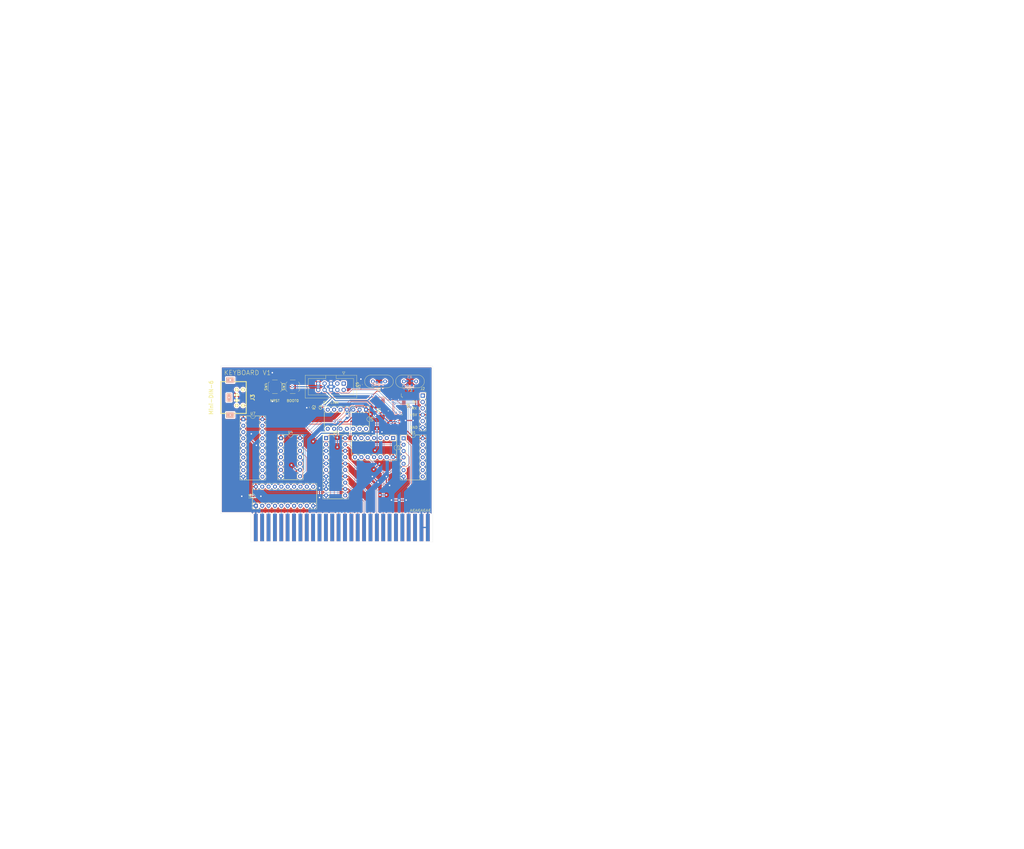
<source format=kicad_pcb>
(kicad_pcb (version 20171130) (host pcbnew 5.1.10)

  (general
    (thickness 1.6)
    (drawings 17)
    (tracks 387)
    (zones 0)
    (modules 26)
    (nets 128)
  )

  (page A4)
  (layers
    (0 F.Cu signal)
    (31 B.Cu signal)
    (32 B.Adhes user)
    (33 F.Adhes user)
    (34 B.Paste user)
    (35 F.Paste user)
    (36 B.SilkS user)
    (37 F.SilkS user)
    (38 B.Mask user)
    (39 F.Mask user)
    (40 Dwgs.User user)
    (41 Cmts.User user)
    (42 Eco1.User user)
    (43 Eco2.User user)
    (44 Edge.Cuts user)
    (45 Margin user)
    (46 B.CrtYd user)
    (47 F.CrtYd user)
    (48 B.Fab user)
    (49 F.Fab user)
  )

  (setup
    (last_trace_width 0.25)
    (user_trace_width 0.15)
    (user_trace_width 0.2)
    (user_trace_width 0.4)
    (user_trace_width 0.5)
    (user_trace_width 0.6)
    (trace_clearance 0.2)
    (zone_clearance 0.508)
    (zone_45_only no)
    (trace_min 0.127)
    (via_size 0.8)
    (via_drill 0.4)
    (via_min_size 0.6)
    (via_min_drill 0.3)
    (user_via 0.6 0.3)
    (user_via 0.9 0.4)
    (user_via 1 0.6)
    (uvia_size 0.3)
    (uvia_drill 0.1)
    (uvias_allowed no)
    (uvia_min_size 0.2)
    (uvia_min_drill 0.1)
    (edge_width 0.05)
    (segment_width 0.2)
    (pcb_text_width 0.3)
    (pcb_text_size 1.5 1.5)
    (mod_edge_width 0.12)
    (mod_text_size 1 1)
    (mod_text_width 0.15)
    (pad_size 1.524 1.524)
    (pad_drill 0.762)
    (pad_to_mask_clearance 0)
    (aux_axis_origin 0 0)
    (visible_elements 7FFFFFFF)
    (pcbplotparams
      (layerselection 0x010fc_ffffffff)
      (usegerberextensions true)
      (usegerberattributes true)
      (usegerberadvancedattributes false)
      (creategerberjobfile false)
      (excludeedgelayer true)
      (linewidth 0.100000)
      (plotframeref false)
      (viasonmask false)
      (mode 1)
      (useauxorigin false)
      (hpglpennumber 1)
      (hpglpenspeed 20)
      (hpglpendiameter 15.000000)
      (psnegative false)
      (psa4output false)
      (plotreference true)
      (plotvalue true)
      (plotinvisibletext false)
      (padsonsilk false)
      (subtractmaskfromsilk true)
      (outputformat 1)
      (mirror false)
      (drillshape 0)
      (scaleselection 1)
      (outputdirectory "Gerber"))
  )

  (net 0 "")
  (net 1 /RDY)
  (net 2 /KEYBOARD_DATA)
  (net 3 /KEYBOARD_CLK)
  (net 4 "Net-(U1-Pad4)")
  (net 5 "Net-(U1-Pad2)")
  (net 6 M1)
  (net 7 "Net-(U2-Pad6)")
  (net 8 "Net-(U2-Pad12)")
  (net 9 "Net-(U2-Pad11)")
  (net 10 "Net-(U2-Pad3)")
  (net 11 IOREQ)
  (net 12 "Net-(U2-Pad8)")
  (net 13 RD)
  (net 14 GND)
  (net 15 A4)
  (net 16 A3)
  (net 17 A7)
  (net 18 A2)
  (net 19 A6)
  (net 20 A1)
  (net 21 A5)
  (net 22 "Net-(U4-Pad13)")
  (net 23 "Net-(U4-Pad6)")
  (net 24 "Net-(U4-Pad12)")
  (net 25 "Net-(U4-Pad5)")
  (net 26 "Net-(U4-Pad11)")
  (net 27 "Net-(U4-Pad4)")
  (net 28 "Net-(U4-Pad10)")
  (net 29 "Net-(U4-Pad3)")
  (net 30 +5V)
  (net 31 "Net-(U5-Pad6)")
  (net 32 D0)
  (net 33 D1)
  (net 34 D2)
  (net 35 D3)
  (net 36 D4)
  (net 37 D5)
  (net 38 D6)
  (net 39 D7)
  (net 40 "Net-(U7-Pad9)")
  (net 41 "Net-(U7-Pad8)")
  (net 42 "Net-(U7-Pad17)")
  (net 43 "Net-(U7-Pad7)")
  (net 44 "Net-(U7-Pad16)")
  (net 45 "Net-(U7-Pad6)")
  (net 46 "Net-(U7-Pad15)")
  (net 47 "Net-(U7-Pad5)")
  (net 48 "Net-(U7-Pad14)")
  (net 49 "Net-(U7-Pad4)")
  (net 50 "Net-(U7-Pad13)")
  (net 51 "Net-(U7-Pad3)")
  (net 52 "Net-(U7-Pad12)")
  (net 53 "Net-(U7-Pad11)")
  (net 54 "Net-(B1-Pad2)")
  (net 55 "Net-(B1-Pad3)")
  (net 56 "Net-(B1-Pad4)")
  (net 57 "Net-(B1-Pad5)")
  (net 58 "Net-(B1-Pad6)")
  (net 59 "Net-(B1-Pad7)")
  (net 60 "Net-(B1-Pad8)")
  (net 61 "Net-(B1-Pad9)")
  (net 62 "Net-(B1-Pad22)")
  (net 63 "Net-(B1-Pad23)")
  (net 64 "Net-(B1-Pad24)")
  (net 65 "Net-(B1-Pad26)")
  (net 66 "Net-(B1-Pad31)")
  (net 67 "Net-(B1-Pad32)")
  (net 68 "Net-(B1-Pad35)")
  (net 69 "Net-(B1-Pad36)")
  (net 70 "Net-(B1-Pad38)")
  (net 71 "Net-(B1-Pad40)")
  (net 72 "Net-(B1-Pad41)")
  (net 73 "Net-(B1-Pad42)")
  (net 74 "Net-(B1-Pad43)")
  (net 75 A0)
  (net 76 +3V3)
  (net 77 SCL)
  (net 78 SDA)
  (net 79 "Net-(J3-Pad2)")
  (net 80 "Net-(J3-Pad6)")
  (net 81 "Net-(U4-Pad2)")
  (net 82 "Net-(U4-Pad8)")
  (net 83 /WAIT)
  (net 84 "Net-(U8-Pad46)")
  (net 85 "Net-(U8-Pad45)")
  (net 86 /BOOT0)
  (net 87 "Net-(U8-Pad41)")
  (net 88 "Net-(U8-Pad40)")
  (net 89 "Net-(U8-Pad39)")
  (net 90 "Net-(U8-Pad38)")
  (net 91 /SWCLK)
  (net 92 /SWDIO)
  (net 93 "Net-(U8-Pad33)")
  (net 94 "Net-(U8-Pad32)")
  (net 95 /RX)
  (net 96 /TX)
  (net 97 "Net-(U8-Pad29)")
  (net 98 "Net-(U8-Pad28)")
  (net 99 "Net-(U8-Pad25)")
  (net 100 "Net-(U8-Pad22)")
  (net 101 "Net-(U8-Pad21)")
  (net 102 /BOOT1)
  (net 103 "Net-(U8-Pad19)")
  (net 104 "Net-(U8-Pad18)")
  (net 105 "Net-(U8-Pad13)")
  (net 106 "Net-(U8-Pad12)")
  (net 107 "Net-(U8-Pad11)")
  (net 108 "Net-(U8-Pad10)")
  (net 109 /NRST)
  (net 110 /HSE_OUT)
  (net 111 /HSE_IN)
  (net 112 /LSE_OUT)
  (net 113 /LSE_IN)
  (net 114 "Net-(U8-Pad2)")
  (net 115 "Net-(U8-Pad1)")
  (net 116 "Net-(B1-Pad10)")
  (net 117 "Net-(B1-Pad11)")
  (net 118 "Net-(B1-Pad12)")
  (net 119 "Net-(B1-Pad13)")
  (net 120 "Net-(B1-Pad44)")
  (net 121 "Net-(B1-Pad46)")
  (net 122 "Net-(B1-Pad47)")
  (net 123 "Net-(B1-Pad45)")
  (net 124 "Net-(J1-Pad3)")
  (net 125 "Net-(J1-Pad1)")
  (net 126 "Net-(J2-Pad5)")
  (net 127 "Net-(J2-Pad1)")

  (net_class Default "This is the default net class."
    (clearance 0.2)
    (trace_width 0.25)
    (via_dia 0.8)
    (via_drill 0.4)
    (uvia_dia 0.3)
    (uvia_drill 0.1)
    (add_net +3V3)
    (add_net +5V)
    (add_net /BOOT0)
    (add_net /BOOT1)
    (add_net /HSE_IN)
    (add_net /HSE_OUT)
    (add_net /KEYBOARD_CLK)
    (add_net /KEYBOARD_DATA)
    (add_net /LSE_IN)
    (add_net /LSE_OUT)
    (add_net /NRST)
    (add_net /RDY)
    (add_net /RX)
    (add_net /SWCLK)
    (add_net /SWDIO)
    (add_net /TX)
    (add_net /WAIT)
    (add_net A0)
    (add_net A1)
    (add_net A2)
    (add_net A3)
    (add_net A4)
    (add_net A5)
    (add_net A6)
    (add_net A7)
    (add_net D0)
    (add_net D1)
    (add_net D2)
    (add_net D3)
    (add_net D4)
    (add_net D5)
    (add_net D6)
    (add_net D7)
    (add_net GND)
    (add_net IOREQ)
    (add_net M1)
    (add_net "Net-(B1-Pad10)")
    (add_net "Net-(B1-Pad11)")
    (add_net "Net-(B1-Pad12)")
    (add_net "Net-(B1-Pad13)")
    (add_net "Net-(B1-Pad2)")
    (add_net "Net-(B1-Pad22)")
    (add_net "Net-(B1-Pad23)")
    (add_net "Net-(B1-Pad24)")
    (add_net "Net-(B1-Pad26)")
    (add_net "Net-(B1-Pad3)")
    (add_net "Net-(B1-Pad31)")
    (add_net "Net-(B1-Pad32)")
    (add_net "Net-(B1-Pad35)")
    (add_net "Net-(B1-Pad36)")
    (add_net "Net-(B1-Pad38)")
    (add_net "Net-(B1-Pad4)")
    (add_net "Net-(B1-Pad40)")
    (add_net "Net-(B1-Pad41)")
    (add_net "Net-(B1-Pad42)")
    (add_net "Net-(B1-Pad43)")
    (add_net "Net-(B1-Pad44)")
    (add_net "Net-(B1-Pad45)")
    (add_net "Net-(B1-Pad46)")
    (add_net "Net-(B1-Pad47)")
    (add_net "Net-(B1-Pad5)")
    (add_net "Net-(B1-Pad6)")
    (add_net "Net-(B1-Pad7)")
    (add_net "Net-(B1-Pad8)")
    (add_net "Net-(B1-Pad9)")
    (add_net "Net-(J1-Pad1)")
    (add_net "Net-(J1-Pad3)")
    (add_net "Net-(J2-Pad1)")
    (add_net "Net-(J2-Pad5)")
    (add_net "Net-(J3-Pad2)")
    (add_net "Net-(J3-Pad6)")
    (add_net "Net-(U1-Pad2)")
    (add_net "Net-(U1-Pad4)")
    (add_net "Net-(U2-Pad11)")
    (add_net "Net-(U2-Pad12)")
    (add_net "Net-(U2-Pad3)")
    (add_net "Net-(U2-Pad6)")
    (add_net "Net-(U2-Pad8)")
    (add_net "Net-(U4-Pad10)")
    (add_net "Net-(U4-Pad11)")
    (add_net "Net-(U4-Pad12)")
    (add_net "Net-(U4-Pad13)")
    (add_net "Net-(U4-Pad2)")
    (add_net "Net-(U4-Pad3)")
    (add_net "Net-(U4-Pad4)")
    (add_net "Net-(U4-Pad5)")
    (add_net "Net-(U4-Pad6)")
    (add_net "Net-(U4-Pad8)")
    (add_net "Net-(U5-Pad6)")
    (add_net "Net-(U7-Pad11)")
    (add_net "Net-(U7-Pad12)")
    (add_net "Net-(U7-Pad13)")
    (add_net "Net-(U7-Pad14)")
    (add_net "Net-(U7-Pad15)")
    (add_net "Net-(U7-Pad16)")
    (add_net "Net-(U7-Pad17)")
    (add_net "Net-(U7-Pad3)")
    (add_net "Net-(U7-Pad4)")
    (add_net "Net-(U7-Pad5)")
    (add_net "Net-(U7-Pad6)")
    (add_net "Net-(U7-Pad7)")
    (add_net "Net-(U7-Pad8)")
    (add_net "Net-(U7-Pad9)")
    (add_net "Net-(U8-Pad1)")
    (add_net "Net-(U8-Pad10)")
    (add_net "Net-(U8-Pad11)")
    (add_net "Net-(U8-Pad12)")
    (add_net "Net-(U8-Pad13)")
    (add_net "Net-(U8-Pad18)")
    (add_net "Net-(U8-Pad19)")
    (add_net "Net-(U8-Pad2)")
    (add_net "Net-(U8-Pad21)")
    (add_net "Net-(U8-Pad22)")
    (add_net "Net-(U8-Pad25)")
    (add_net "Net-(U8-Pad28)")
    (add_net "Net-(U8-Pad29)")
    (add_net "Net-(U8-Pad32)")
    (add_net "Net-(U8-Pad33)")
    (add_net "Net-(U8-Pad38)")
    (add_net "Net-(U8-Pad39)")
    (add_net "Net-(U8-Pad40)")
    (add_net "Net-(U8-Pad41)")
    (add_net "Net-(U8-Pad45)")
    (add_net "Net-(U8-Pad46)")
    (add_net RD)
    (add_net SCL)
    (add_net SDA)
  )

  (module Package_DIP:DIP-14_W7.62mm_Socket (layer F.Cu) (tedit 5A02E8C5) (tstamp 5FED761F)
    (at 89.662 57.658 270)
    (descr "14-lead though-hole mounted DIP package, row spacing 7.62 mm (300 mils), Socket")
    (tags "THT DIP DIL PDIP 2.54mm 7.62mm 300mil Socket")
    (path /5FEF73AC)
    (fp_text reference U5 (at 3.81 -2.33 90) (layer F.SilkS)
      (effects (font (size 1 1) (thickness 0.15)))
    )
    (fp_text value 74HC74 (at 3.81 17.57 90) (layer F.Fab)
      (effects (font (size 1 1) (thickness 0.15)))
    )
    (fp_line (start 9.15 -1.6) (end -1.55 -1.6) (layer F.CrtYd) (width 0.05))
    (fp_line (start 9.15 16.85) (end 9.15 -1.6) (layer F.CrtYd) (width 0.05))
    (fp_line (start -1.55 16.85) (end 9.15 16.85) (layer F.CrtYd) (width 0.05))
    (fp_line (start -1.55 -1.6) (end -1.55 16.85) (layer F.CrtYd) (width 0.05))
    (fp_line (start 8.95 -1.39) (end -1.33 -1.39) (layer F.SilkS) (width 0.12))
    (fp_line (start 8.95 16.63) (end 8.95 -1.39) (layer F.SilkS) (width 0.12))
    (fp_line (start -1.33 16.63) (end 8.95 16.63) (layer F.SilkS) (width 0.12))
    (fp_line (start -1.33 -1.39) (end -1.33 16.63) (layer F.SilkS) (width 0.12))
    (fp_line (start 6.46 -1.33) (end 4.81 -1.33) (layer F.SilkS) (width 0.12))
    (fp_line (start 6.46 16.57) (end 6.46 -1.33) (layer F.SilkS) (width 0.12))
    (fp_line (start 1.16 16.57) (end 6.46 16.57) (layer F.SilkS) (width 0.12))
    (fp_line (start 1.16 -1.33) (end 1.16 16.57) (layer F.SilkS) (width 0.12))
    (fp_line (start 2.81 -1.33) (end 1.16 -1.33) (layer F.SilkS) (width 0.12))
    (fp_line (start 8.89 -1.33) (end -1.27 -1.33) (layer F.Fab) (width 0.1))
    (fp_line (start 8.89 16.57) (end 8.89 -1.33) (layer F.Fab) (width 0.1))
    (fp_line (start -1.27 16.57) (end 8.89 16.57) (layer F.Fab) (width 0.1))
    (fp_line (start -1.27 -1.33) (end -1.27 16.57) (layer F.Fab) (width 0.1))
    (fp_line (start 0.635 -0.27) (end 1.635 -1.27) (layer F.Fab) (width 0.1))
    (fp_line (start 0.635 16.51) (end 0.635 -0.27) (layer F.Fab) (width 0.1))
    (fp_line (start 6.985 16.51) (end 0.635 16.51) (layer F.Fab) (width 0.1))
    (fp_line (start 6.985 -1.27) (end 6.985 16.51) (layer F.Fab) (width 0.1))
    (fp_line (start 1.635 -1.27) (end 6.985 -1.27) (layer F.Fab) (width 0.1))
    (fp_text user %R (at 3.81 7.62 90) (layer F.Fab)
      (effects (font (size 1 1) (thickness 0.15)))
    )
    (fp_arc (start 3.81 -1.33) (end 2.81 -1.33) (angle -180) (layer F.SilkS) (width 0.12))
    (pad 14 thru_hole oval (at 7.62 0 270) (size 1.6 1.6) (drill 0.8) (layers *.Cu *.Mask))
    (pad 7 thru_hole oval (at 0 15.24 270) (size 1.6 1.6) (drill 0.8) (layers *.Cu *.Mask))
    (pad 13 thru_hole oval (at 7.62 2.54 270) (size 1.6 1.6) (drill 0.8) (layers *.Cu *.Mask))
    (pad 6 thru_hole oval (at 0 12.7 270) (size 1.6 1.6) (drill 0.8) (layers *.Cu *.Mask)
      (net 31 "Net-(U5-Pad6)"))
    (pad 12 thru_hole oval (at 7.62 5.08 270) (size 1.6 1.6) (drill 0.8) (layers *.Cu *.Mask))
    (pad 5 thru_hole oval (at 0 10.16 270) (size 1.6 1.6) (drill 0.8) (layers *.Cu *.Mask)
      (net 83 /WAIT))
    (pad 11 thru_hole oval (at 7.62 7.62 270) (size 1.6 1.6) (drill 0.8) (layers *.Cu *.Mask))
    (pad 4 thru_hole oval (at 0 7.62 270) (size 1.6 1.6) (drill 0.8) (layers *.Cu *.Mask)
      (net 1 /RDY))
    (pad 10 thru_hole oval (at 7.62 10.16 270) (size 1.6 1.6) (drill 0.8) (layers *.Cu *.Mask))
    (pad 3 thru_hole oval (at 0 5.08 270) (size 1.6 1.6) (drill 0.8) (layers *.Cu *.Mask)
      (net 12 "Net-(U2-Pad8)"))
    (pad 9 thru_hole oval (at 7.62 12.7 270) (size 1.6 1.6) (drill 0.8) (layers *.Cu *.Mask))
    (pad 2 thru_hole oval (at 0 2.54 270) (size 1.6 1.6) (drill 0.8) (layers *.Cu *.Mask)
      (net 14 GND))
    (pad 8 thru_hole oval (at 7.62 15.24 270) (size 1.6 1.6) (drill 0.8) (layers *.Cu *.Mask))
    (pad 1 thru_hole rect (at 0 0 270) (size 1.6 1.6) (drill 0.8) (layers *.Cu *.Mask)
      (net 30 +5V))
    (model ${KISYS3DMOD}/Package_DIP.3dshapes/DIP-14_W7.62mm_Socket.wrl
      (at (xyz 0 0 0))
      (scale (xyz 1 1 1))
      (rotate (xyz 0 0 0))
    )
  )

  (module Package_QFP:LQFP-48_7x7mm_P0.5mm (layer F.Cu) (tedit 5D9F72AF) (tstamp 60BAC716)
    (at 100.584 56.134 270)
    (descr "LQFP, 48 Pin (https://www.analog.com/media/en/technical-documentation/data-sheets/ltc2358-16.pdf), generated with kicad-footprint-generator ipc_gullwing_generator.py")
    (tags "LQFP QFP")
    (path /60B932FF)
    (attr smd)
    (fp_text reference U8 (at 0 -5.85 90) (layer F.SilkS)
      (effects (font (size 1 1) (thickness 0.15)))
    )
    (fp_text value STM32F103C8Tx (at 0 5.85 90) (layer F.Fab)
      (effects (font (size 1 1) (thickness 0.15)))
    )
    (fp_line (start 5.15 3.15) (end 5.15 0) (layer F.CrtYd) (width 0.05))
    (fp_line (start 3.75 3.15) (end 5.15 3.15) (layer F.CrtYd) (width 0.05))
    (fp_line (start 3.75 3.75) (end 3.75 3.15) (layer F.CrtYd) (width 0.05))
    (fp_line (start 3.15 3.75) (end 3.75 3.75) (layer F.CrtYd) (width 0.05))
    (fp_line (start 3.15 5.15) (end 3.15 3.75) (layer F.CrtYd) (width 0.05))
    (fp_line (start 0 5.15) (end 3.15 5.15) (layer F.CrtYd) (width 0.05))
    (fp_line (start -5.15 3.15) (end -5.15 0) (layer F.CrtYd) (width 0.05))
    (fp_line (start -3.75 3.15) (end -5.15 3.15) (layer F.CrtYd) (width 0.05))
    (fp_line (start -3.75 3.75) (end -3.75 3.15) (layer F.CrtYd) (width 0.05))
    (fp_line (start -3.15 3.75) (end -3.75 3.75) (layer F.CrtYd) (width 0.05))
    (fp_line (start -3.15 5.15) (end -3.15 3.75) (layer F.CrtYd) (width 0.05))
    (fp_line (start 0 5.15) (end -3.15 5.15) (layer F.CrtYd) (width 0.05))
    (fp_line (start 5.15 -3.15) (end 5.15 0) (layer F.CrtYd) (width 0.05))
    (fp_line (start 3.75 -3.15) (end 5.15 -3.15) (layer F.CrtYd) (width 0.05))
    (fp_line (start 3.75 -3.75) (end 3.75 -3.15) (layer F.CrtYd) (width 0.05))
    (fp_line (start 3.15 -3.75) (end 3.75 -3.75) (layer F.CrtYd) (width 0.05))
    (fp_line (start 3.15 -5.15) (end 3.15 -3.75) (layer F.CrtYd) (width 0.05))
    (fp_line (start 0 -5.15) (end 3.15 -5.15) (layer F.CrtYd) (width 0.05))
    (fp_line (start -5.15 -3.15) (end -5.15 0) (layer F.CrtYd) (width 0.05))
    (fp_line (start -3.75 -3.15) (end -5.15 -3.15) (layer F.CrtYd) (width 0.05))
    (fp_line (start -3.75 -3.75) (end -3.75 -3.15) (layer F.CrtYd) (width 0.05))
    (fp_line (start -3.15 -3.75) (end -3.75 -3.75) (layer F.CrtYd) (width 0.05))
    (fp_line (start -3.15 -5.15) (end -3.15 -3.75) (layer F.CrtYd) (width 0.05))
    (fp_line (start 0 -5.15) (end -3.15 -5.15) (layer F.CrtYd) (width 0.05))
    (fp_line (start -3.5 -2.5) (end -2.5 -3.5) (layer F.Fab) (width 0.1))
    (fp_line (start -3.5 3.5) (end -3.5 -2.5) (layer F.Fab) (width 0.1))
    (fp_line (start 3.5 3.5) (end -3.5 3.5) (layer F.Fab) (width 0.1))
    (fp_line (start 3.5 -3.5) (end 3.5 3.5) (layer F.Fab) (width 0.1))
    (fp_line (start -2.5 -3.5) (end 3.5 -3.5) (layer F.Fab) (width 0.1))
    (fp_line (start -3.61 -3.16) (end -4.9 -3.16) (layer F.SilkS) (width 0.12))
    (fp_line (start -3.61 -3.61) (end -3.61 -3.16) (layer F.SilkS) (width 0.12))
    (fp_line (start -3.16 -3.61) (end -3.61 -3.61) (layer F.SilkS) (width 0.12))
    (fp_line (start 3.61 -3.61) (end 3.61 -3.16) (layer F.SilkS) (width 0.12))
    (fp_line (start 3.16 -3.61) (end 3.61 -3.61) (layer F.SilkS) (width 0.12))
    (fp_line (start -3.61 3.61) (end -3.61 3.16) (layer F.SilkS) (width 0.12))
    (fp_line (start -3.16 3.61) (end -3.61 3.61) (layer F.SilkS) (width 0.12))
    (fp_line (start 3.61 3.61) (end 3.61 3.16) (layer F.SilkS) (width 0.12))
    (fp_line (start 3.16 3.61) (end 3.61 3.61) (layer F.SilkS) (width 0.12))
    (fp_text user %R (at 0 0 90) (layer F.Fab)
      (effects (font (size 1 1) (thickness 0.15)))
    )
    (pad 48 smd roundrect (at -2.75 -4.1625 270) (size 0.3 1.475) (layers F.Cu F.Paste F.Mask) (roundrect_rratio 0.25)
      (net 76 +3V3))
    (pad 47 smd roundrect (at -2.25 -4.1625 270) (size 0.3 1.475) (layers F.Cu F.Paste F.Mask) (roundrect_rratio 0.25)
      (net 14 GND))
    (pad 46 smd roundrect (at -1.75 -4.1625 270) (size 0.3 1.475) (layers F.Cu F.Paste F.Mask) (roundrect_rratio 0.25)
      (net 84 "Net-(U8-Pad46)"))
    (pad 45 smd roundrect (at -1.25 -4.1625 270) (size 0.3 1.475) (layers F.Cu F.Paste F.Mask) (roundrect_rratio 0.25)
      (net 85 "Net-(U8-Pad45)"))
    (pad 44 smd roundrect (at -0.75 -4.1625 270) (size 0.3 1.475) (layers F.Cu F.Paste F.Mask) (roundrect_rratio 0.25)
      (net 86 /BOOT0))
    (pad 43 smd roundrect (at -0.25 -4.1625 270) (size 0.3 1.475) (layers F.Cu F.Paste F.Mask) (roundrect_rratio 0.25)
      (net 78 SDA))
    (pad 42 smd roundrect (at 0.25 -4.1625 270) (size 0.3 1.475) (layers F.Cu F.Paste F.Mask) (roundrect_rratio 0.25)
      (net 77 SCL))
    (pad 41 smd roundrect (at 0.75 -4.1625 270) (size 0.3 1.475) (layers F.Cu F.Paste F.Mask) (roundrect_rratio 0.25)
      (net 87 "Net-(U8-Pad41)"))
    (pad 40 smd roundrect (at 1.25 -4.1625 270) (size 0.3 1.475) (layers F.Cu F.Paste F.Mask) (roundrect_rratio 0.25)
      (net 88 "Net-(U8-Pad40)"))
    (pad 39 smd roundrect (at 1.75 -4.1625 270) (size 0.3 1.475) (layers F.Cu F.Paste F.Mask) (roundrect_rratio 0.25)
      (net 89 "Net-(U8-Pad39)"))
    (pad 38 smd roundrect (at 2.25 -4.1625 270) (size 0.3 1.475) (layers F.Cu F.Paste F.Mask) (roundrect_rratio 0.25)
      (net 90 "Net-(U8-Pad38)"))
    (pad 37 smd roundrect (at 2.75 -4.1625 270) (size 0.3 1.475) (layers F.Cu F.Paste F.Mask) (roundrect_rratio 0.25)
      (net 91 /SWCLK))
    (pad 36 smd roundrect (at 4.1625 -2.75 270) (size 1.475 0.3) (layers F.Cu F.Paste F.Mask) (roundrect_rratio 0.25)
      (net 76 +3V3))
    (pad 35 smd roundrect (at 4.1625 -2.25 270) (size 1.475 0.3) (layers F.Cu F.Paste F.Mask) (roundrect_rratio 0.25)
      (net 14 GND))
    (pad 34 smd roundrect (at 4.1625 -1.75 270) (size 1.475 0.3) (layers F.Cu F.Paste F.Mask) (roundrect_rratio 0.25)
      (net 92 /SWDIO))
    (pad 33 smd roundrect (at 4.1625 -1.25 270) (size 1.475 0.3) (layers F.Cu F.Paste F.Mask) (roundrect_rratio 0.25)
      (net 93 "Net-(U8-Pad33)"))
    (pad 32 smd roundrect (at 4.1625 -0.75 270) (size 1.475 0.3) (layers F.Cu F.Paste F.Mask) (roundrect_rratio 0.25)
      (net 94 "Net-(U8-Pad32)"))
    (pad 31 smd roundrect (at 4.1625 -0.25 270) (size 1.475 0.3) (layers F.Cu F.Paste F.Mask) (roundrect_rratio 0.25)
      (net 95 /RX))
    (pad 30 smd roundrect (at 4.1625 0.25 270) (size 1.475 0.3) (layers F.Cu F.Paste F.Mask) (roundrect_rratio 0.25)
      (net 96 /TX))
    (pad 29 smd roundrect (at 4.1625 0.75 270) (size 1.475 0.3) (layers F.Cu F.Paste F.Mask) (roundrect_rratio 0.25)
      (net 97 "Net-(U8-Pad29)"))
    (pad 28 smd roundrect (at 4.1625 1.25 270) (size 1.475 0.3) (layers F.Cu F.Paste F.Mask) (roundrect_rratio 0.25)
      (net 98 "Net-(U8-Pad28)"))
    (pad 27 smd roundrect (at 4.1625 1.75 270) (size 1.475 0.3) (layers F.Cu F.Paste F.Mask) (roundrect_rratio 0.25)
      (net 2 /KEYBOARD_DATA))
    (pad 26 smd roundrect (at 4.1625 2.25 270) (size 1.475 0.3) (layers F.Cu F.Paste F.Mask) (roundrect_rratio 0.25)
      (net 3 /KEYBOARD_CLK))
    (pad 25 smd roundrect (at 4.1625 2.75 270) (size 1.475 0.3) (layers F.Cu F.Paste F.Mask) (roundrect_rratio 0.25)
      (net 99 "Net-(U8-Pad25)"))
    (pad 24 smd roundrect (at 2.75 4.1625 270) (size 0.3 1.475) (layers F.Cu F.Paste F.Mask) (roundrect_rratio 0.25)
      (net 76 +3V3))
    (pad 23 smd roundrect (at 2.25 4.1625 270) (size 0.3 1.475) (layers F.Cu F.Paste F.Mask) (roundrect_rratio 0.25)
      (net 14 GND))
    (pad 22 smd roundrect (at 1.75 4.1625 270) (size 0.3 1.475) (layers F.Cu F.Paste F.Mask) (roundrect_rratio 0.25)
      (net 100 "Net-(U8-Pad22)"))
    (pad 21 smd roundrect (at 1.25 4.1625 270) (size 0.3 1.475) (layers F.Cu F.Paste F.Mask) (roundrect_rratio 0.25)
      (net 101 "Net-(U8-Pad21)"))
    (pad 20 smd roundrect (at 0.75 4.1625 270) (size 0.3 1.475) (layers F.Cu F.Paste F.Mask) (roundrect_rratio 0.25)
      (net 102 /BOOT1))
    (pad 19 smd roundrect (at 0.25 4.1625 270) (size 0.3 1.475) (layers F.Cu F.Paste F.Mask) (roundrect_rratio 0.25)
      (net 103 "Net-(U8-Pad19)"))
    (pad 18 smd roundrect (at -0.25 4.1625 270) (size 0.3 1.475) (layers F.Cu F.Paste F.Mask) (roundrect_rratio 0.25)
      (net 104 "Net-(U8-Pad18)"))
    (pad 17 smd roundrect (at -0.75 4.1625 270) (size 0.3 1.475) (layers F.Cu F.Paste F.Mask) (roundrect_rratio 0.25)
      (net 81 "Net-(U4-Pad2)"))
    (pad 16 smd roundrect (at -1.25 4.1625 270) (size 0.3 1.475) (layers F.Cu F.Paste F.Mask) (roundrect_rratio 0.25)
      (net 1 /RDY))
    (pad 15 smd roundrect (at -1.75 4.1625 270) (size 0.3 1.475) (layers F.Cu F.Paste F.Mask) (roundrect_rratio 0.25)
      (net 82 "Net-(U4-Pad8)"))
    (pad 14 smd roundrect (at -2.25 4.1625 270) (size 0.3 1.475) (layers F.Cu F.Paste F.Mask) (roundrect_rratio 0.25)
      (net 83 /WAIT))
    (pad 13 smd roundrect (at -2.75 4.1625 270) (size 0.3 1.475) (layers F.Cu F.Paste F.Mask) (roundrect_rratio 0.25)
      (net 105 "Net-(U8-Pad13)"))
    (pad 12 smd roundrect (at -4.1625 2.75 270) (size 1.475 0.3) (layers F.Cu F.Paste F.Mask) (roundrect_rratio 0.25)
      (net 106 "Net-(U8-Pad12)"))
    (pad 11 smd roundrect (at -4.1625 2.25 270) (size 1.475 0.3) (layers F.Cu F.Paste F.Mask) (roundrect_rratio 0.25)
      (net 107 "Net-(U8-Pad11)"))
    (pad 10 smd roundrect (at -4.1625 1.75 270) (size 1.475 0.3) (layers F.Cu F.Paste F.Mask) (roundrect_rratio 0.25)
      (net 108 "Net-(U8-Pad10)"))
    (pad 9 smd roundrect (at -4.1625 1.25 270) (size 1.475 0.3) (layers F.Cu F.Paste F.Mask) (roundrect_rratio 0.25)
      (net 76 +3V3))
    (pad 8 smd roundrect (at -4.1625 0.75 270) (size 1.475 0.3) (layers F.Cu F.Paste F.Mask) (roundrect_rratio 0.25)
      (net 14 GND))
    (pad 7 smd roundrect (at -4.1625 0.25 270) (size 1.475 0.3) (layers F.Cu F.Paste F.Mask) (roundrect_rratio 0.25)
      (net 109 /NRST))
    (pad 6 smd roundrect (at -4.1625 -0.25 270) (size 1.475 0.3) (layers F.Cu F.Paste F.Mask) (roundrect_rratio 0.25)
      (net 110 /HSE_OUT))
    (pad 5 smd roundrect (at -4.1625 -0.75 270) (size 1.475 0.3) (layers F.Cu F.Paste F.Mask) (roundrect_rratio 0.25)
      (net 111 /HSE_IN))
    (pad 4 smd roundrect (at -4.1625 -1.25 270) (size 1.475 0.3) (layers F.Cu F.Paste F.Mask) (roundrect_rratio 0.25)
      (net 112 /LSE_OUT))
    (pad 3 smd roundrect (at -4.1625 -1.75 270) (size 1.475 0.3) (layers F.Cu F.Paste F.Mask) (roundrect_rratio 0.25)
      (net 113 /LSE_IN))
    (pad 2 smd roundrect (at -4.1625 -2.25 270) (size 1.475 0.3) (layers F.Cu F.Paste F.Mask) (roundrect_rratio 0.25)
      (net 114 "Net-(U8-Pad2)"))
    (pad 1 smd roundrect (at -4.1625 -2.75 270) (size 1.475 0.3) (layers F.Cu F.Paste F.Mask) (roundrect_rratio 0.25)
      (net 115 "Net-(U8-Pad1)"))
    (model ${KISYS3DMOD}/Package_QFP.3dshapes/LQFP-48_7x7mm_P0.5mm.wrl
      (at (xyz 0 0 0))
      (scale (xyz 1 1 1))
      (rotate (xyz 0 0 0))
    )
  )

  (module Package_DIP:DIP-14_W7.62mm_Socket (layer F.Cu) (tedit 5A02E8C5) (tstamp 60BA92DF)
    (at 100.5 69 270)
    (descr "14-lead though-hole mounted DIP package, row spacing 7.62 mm (300 mils), Socket")
    (tags "THT DIP DIL PDIP 2.54mm 7.62mm 300mil Socket")
    (path /5FECFD61)
    (fp_text reference U2 (at 3.81 -2.33 90) (layer F.SilkS)
      (effects (font (size 1 1) (thickness 0.15)))
    )
    (fp_text value 7432 (at 3.81 17.57 90) (layer F.Fab)
      (effects (font (size 1 1) (thickness 0.15)))
    )
    (fp_line (start 9.15 -1.6) (end -1.55 -1.6) (layer F.CrtYd) (width 0.05))
    (fp_line (start 9.15 16.85) (end 9.15 -1.6) (layer F.CrtYd) (width 0.05))
    (fp_line (start -1.55 16.85) (end 9.15 16.85) (layer F.CrtYd) (width 0.05))
    (fp_line (start -1.55 -1.6) (end -1.55 16.85) (layer F.CrtYd) (width 0.05))
    (fp_line (start 8.95 -1.39) (end -1.33 -1.39) (layer F.SilkS) (width 0.12))
    (fp_line (start 8.95 16.63) (end 8.95 -1.39) (layer F.SilkS) (width 0.12))
    (fp_line (start -1.33 16.63) (end 8.95 16.63) (layer F.SilkS) (width 0.12))
    (fp_line (start -1.33 -1.39) (end -1.33 16.63) (layer F.SilkS) (width 0.12))
    (fp_line (start 6.46 -1.33) (end 4.81 -1.33) (layer F.SilkS) (width 0.12))
    (fp_line (start 6.46 16.57) (end 6.46 -1.33) (layer F.SilkS) (width 0.12))
    (fp_line (start 1.16 16.57) (end 6.46 16.57) (layer F.SilkS) (width 0.12))
    (fp_line (start 1.16 -1.33) (end 1.16 16.57) (layer F.SilkS) (width 0.12))
    (fp_line (start 2.81 -1.33) (end 1.16 -1.33) (layer F.SilkS) (width 0.12))
    (fp_line (start 8.89 -1.33) (end -1.27 -1.33) (layer F.Fab) (width 0.1))
    (fp_line (start 8.89 16.57) (end 8.89 -1.33) (layer F.Fab) (width 0.1))
    (fp_line (start -1.27 16.57) (end 8.89 16.57) (layer F.Fab) (width 0.1))
    (fp_line (start -1.27 -1.33) (end -1.27 16.57) (layer F.Fab) (width 0.1))
    (fp_line (start 0.635 -0.27) (end 1.635 -1.27) (layer F.Fab) (width 0.1))
    (fp_line (start 0.635 16.51) (end 0.635 -0.27) (layer F.Fab) (width 0.1))
    (fp_line (start 6.985 16.51) (end 0.635 16.51) (layer F.Fab) (width 0.1))
    (fp_line (start 6.985 -1.27) (end 6.985 16.51) (layer F.Fab) (width 0.1))
    (fp_line (start 1.635 -1.27) (end 6.985 -1.27) (layer F.Fab) (width 0.1))
    (fp_text user %R (at 3.81 7.62 90) (layer F.Fab)
      (effects (font (size 1 1) (thickness 0.15)))
    )
    (fp_arc (start 3.81 -1.33) (end 2.81 -1.33) (angle -180) (layer F.SilkS) (width 0.12))
    (pad 14 thru_hole oval (at 7.62 0 270) (size 1.6 1.6) (drill 0.8) (layers *.Cu *.Mask)
      (net 30 +5V))
    (pad 7 thru_hole oval (at 0 15.24 270) (size 1.6 1.6) (drill 0.8) (layers *.Cu *.Mask)
      (net 14 GND))
    (pad 13 thru_hole oval (at 7.62 2.54 270) (size 1.6 1.6) (drill 0.8) (layers *.Cu *.Mask)
      (net 4 "Net-(U1-Pad4)"))
    (pad 6 thru_hole oval (at 0 12.7 270) (size 1.6 1.6) (drill 0.8) (layers *.Cu *.Mask)
      (net 7 "Net-(U2-Pad6)"))
    (pad 12 thru_hole oval (at 7.62 5.08 270) (size 1.6 1.6) (drill 0.8) (layers *.Cu *.Mask)
      (net 8 "Net-(U2-Pad12)"))
    (pad 5 thru_hole oval (at 0 10.16 270) (size 1.6 1.6) (drill 0.8) (layers *.Cu *.Mask)
      (net 5 "Net-(U1-Pad2)"))
    (pad 11 thru_hole oval (at 7.62 7.62 270) (size 1.6 1.6) (drill 0.8) (layers *.Cu *.Mask)
      (net 9 "Net-(U2-Pad11)"))
    (pad 4 thru_hole oval (at 0 7.62 270) (size 1.6 1.6) (drill 0.8) (layers *.Cu *.Mask)
      (net 10 "Net-(U2-Pad3)"))
    (pad 10 thru_hole oval (at 7.62 10.16 270) (size 1.6 1.6) (drill 0.8) (layers *.Cu *.Mask)
      (net 75 A0))
    (pad 3 thru_hole oval (at 0 5.08 270) (size 1.6 1.6) (drill 0.8) (layers *.Cu *.Mask)
      (net 10 "Net-(U2-Pad3)"))
    (pad 9 thru_hole oval (at 7.62 12.7 270) (size 1.6 1.6) (drill 0.8) (layers *.Cu *.Mask)
      (net 8 "Net-(U2-Pad12)"))
    (pad 2 thru_hole oval (at 0 2.54 270) (size 1.6 1.6) (drill 0.8) (layers *.Cu *.Mask)
      (net 11 IOREQ))
    (pad 8 thru_hole oval (at 7.62 15.24 270) (size 1.6 1.6) (drill 0.8) (layers *.Cu *.Mask)
      (net 12 "Net-(U2-Pad8)"))
    (pad 1 thru_hole rect (at 0 0 270) (size 1.6 1.6) (drill 0.8) (layers *.Cu *.Mask)
      (net 13 RD))
    (model ${KISYS3DMOD}/Package_DIP.3dshapes/DIP-14_W7.62mm_Socket.wrl
      (at (xyz 0 0 0))
      (scale (xyz 1 1 1))
      (rotate (xyz 0 0 0))
    )
  )

  (module Connector_IDC:IDC-Header_2x05_P2.54mm_Vertical (layer F.Cu) (tedit 5EAC9A07) (tstamp 60BA5AA0)
    (at 80.772 47.244 270)
    (descr "Through hole IDC box header, 2x05, 2.54mm pitch, DIN 41651 / IEC 60603-13, double rows, https://docs.google.com/spreadsheets/d/16SsEcesNF15N3Lb4niX7dcUr-NY5_MFPQhobNuNppn4/edit#gid=0")
    (tags "Through hole vertical IDC box header THT 2x05 2.54mm double row")
    (path /60DF5F7E)
    (fp_text reference J1 (at 1.27 -6.1 90) (layer F.SilkS)
      (effects (font (size 1 1) (thickness 0.15)))
    )
    (fp_text value Conn_02x05_Odd_Even (at 1.27 16.26 90) (layer F.Fab)
      (effects (font (size 1 1) (thickness 0.15)))
    )
    (fp_line (start 6.22 -5.6) (end -3.68 -5.6) (layer F.CrtYd) (width 0.05))
    (fp_line (start 6.22 15.76) (end 6.22 -5.6) (layer F.CrtYd) (width 0.05))
    (fp_line (start -3.68 15.76) (end 6.22 15.76) (layer F.CrtYd) (width 0.05))
    (fp_line (start -3.68 -5.6) (end -3.68 15.76) (layer F.CrtYd) (width 0.05))
    (fp_line (start -4.68 0.5) (end -3.68 0) (layer F.SilkS) (width 0.12))
    (fp_line (start -4.68 -0.5) (end -4.68 0.5) (layer F.SilkS) (width 0.12))
    (fp_line (start -3.68 0) (end -4.68 -0.5) (layer F.SilkS) (width 0.12))
    (fp_line (start -1.98 7.13) (end -3.29 7.13) (layer F.SilkS) (width 0.12))
    (fp_line (start -1.98 7.13) (end -1.98 7.13) (layer F.SilkS) (width 0.12))
    (fp_line (start -1.98 14.07) (end -1.98 7.13) (layer F.SilkS) (width 0.12))
    (fp_line (start 4.52 14.07) (end -1.98 14.07) (layer F.SilkS) (width 0.12))
    (fp_line (start 4.52 -3.91) (end 4.52 14.07) (layer F.SilkS) (width 0.12))
    (fp_line (start -1.98 -3.91) (end 4.52 -3.91) (layer F.SilkS) (width 0.12))
    (fp_line (start -1.98 3.03) (end -1.98 -3.91) (layer F.SilkS) (width 0.12))
    (fp_line (start -3.29 3.03) (end -1.98 3.03) (layer F.SilkS) (width 0.12))
    (fp_line (start -3.29 15.37) (end -3.29 -5.21) (layer F.SilkS) (width 0.12))
    (fp_line (start 5.83 15.37) (end -3.29 15.37) (layer F.SilkS) (width 0.12))
    (fp_line (start 5.83 -5.21) (end 5.83 15.37) (layer F.SilkS) (width 0.12))
    (fp_line (start -3.29 -5.21) (end 5.83 -5.21) (layer F.SilkS) (width 0.12))
    (fp_line (start -1.98 7.13) (end -3.18 7.13) (layer F.Fab) (width 0.1))
    (fp_line (start -1.98 7.13) (end -1.98 7.13) (layer F.Fab) (width 0.1))
    (fp_line (start -1.98 14.07) (end -1.98 7.13) (layer F.Fab) (width 0.1))
    (fp_line (start 4.52 14.07) (end -1.98 14.07) (layer F.Fab) (width 0.1))
    (fp_line (start 4.52 -3.91) (end 4.52 14.07) (layer F.Fab) (width 0.1))
    (fp_line (start -1.98 -3.91) (end 4.52 -3.91) (layer F.Fab) (width 0.1))
    (fp_line (start -1.98 3.03) (end -1.98 -3.91) (layer F.Fab) (width 0.1))
    (fp_line (start -3.18 3.03) (end -1.98 3.03) (layer F.Fab) (width 0.1))
    (fp_line (start -3.18 15.26) (end -3.18 -4.1) (layer F.Fab) (width 0.1))
    (fp_line (start 5.72 15.26) (end -3.18 15.26) (layer F.Fab) (width 0.1))
    (fp_line (start 5.72 -5.1) (end 5.72 15.26) (layer F.Fab) (width 0.1))
    (fp_line (start -2.18 -5.1) (end 5.72 -5.1) (layer F.Fab) (width 0.1))
    (fp_line (start -3.18 -4.1) (end -2.18 -5.1) (layer F.Fab) (width 0.1))
    (fp_text user %R (at 1.27 5.08) (layer F.Fab)
      (effects (font (size 1 1) (thickness 0.15)))
    )
    (pad 10 thru_hole circle (at 2.54 10.16 270) (size 1.7 1.7) (drill 1) (layers *.Cu *.Mask)
      (net 30 +5V))
    (pad 8 thru_hole circle (at 2.54 7.62 270) (size 1.7 1.7) (drill 1) (layers *.Cu *.Mask)
      (net 76 +3V3))
    (pad 6 thru_hole circle (at 2.54 5.08 270) (size 1.7 1.7) (drill 1) (layers *.Cu *.Mask)
      (net 14 GND))
    (pad 4 thru_hole circle (at 2.54 2.54 270) (size 1.7 1.7) (drill 1) (layers *.Cu *.Mask)
      (net 92 /SWDIO))
    (pad 2 thru_hole circle (at 2.54 0 270) (size 1.7 1.7) (drill 1) (layers *.Cu *.Mask)
      (net 91 /SWCLK))
    (pad 9 thru_hole circle (at 0 10.16 270) (size 1.7 1.7) (drill 1) (layers *.Cu *.Mask)
      (net 30 +5V))
    (pad 7 thru_hole circle (at 0 7.62 270) (size 1.7 1.7) (drill 1) (layers *.Cu *.Mask)
      (net 76 +3V3))
    (pad 5 thru_hole circle (at 0 5.08 270) (size 1.7 1.7) (drill 1) (layers *.Cu *.Mask)
      (net 14 GND))
    (pad 3 thru_hole circle (at 0 2.54 270) (size 1.7 1.7) (drill 1) (layers *.Cu *.Mask)
      (net 124 "Net-(J1-Pad3)"))
    (pad 1 thru_hole roundrect (at 0 0 270) (size 1.7 1.7) (drill 1) (layers *.Cu *.Mask) (roundrect_rratio 0.1470588235294118)
      (net 125 "Net-(J1-Pad1)"))
    (model ${KISYS3DMOD}/Connector_IDC.3dshapes/IDC-Header_2x05_P2.54mm_Vertical.wrl
      (at (xyz 0 0 0))
      (scale (xyz 1 1 1))
      (rotate (xyz 0 0 0))
    )
  )

  (module Connector_PinSocket_2.54mm:PinSocket_1x06_P2.54mm_Vertical (layer F.Cu) (tedit 5A19A430) (tstamp 60BAE6A3)
    (at 112.268 52.07)
    (descr "Through hole straight socket strip, 1x06, 2.54mm pitch, single row (from Kicad 4.0.7), script generated")
    (tags "Through hole socket strip THT 1x06 2.54mm single row")
    (path /60F160C6)
    (fp_text reference J2 (at 0 -2.77) (layer F.SilkS)
      (effects (font (size 1 1) (thickness 0.15)))
    )
    (fp_text value Conn_01x06_Female (at 0 15.47) (layer F.Fab)
      (effects (font (size 1 1) (thickness 0.15)))
    )
    (fp_line (start -1.8 14.45) (end -1.8 -1.8) (layer F.CrtYd) (width 0.05))
    (fp_line (start 1.75 14.45) (end -1.8 14.45) (layer F.CrtYd) (width 0.05))
    (fp_line (start 1.75 -1.8) (end 1.75 14.45) (layer F.CrtYd) (width 0.05))
    (fp_line (start -1.8 -1.8) (end 1.75 -1.8) (layer F.CrtYd) (width 0.05))
    (fp_line (start 0 -1.33) (end 1.33 -1.33) (layer F.SilkS) (width 0.12))
    (fp_line (start 1.33 -1.33) (end 1.33 0) (layer F.SilkS) (width 0.12))
    (fp_line (start 1.33 1.27) (end 1.33 14.03) (layer F.SilkS) (width 0.12))
    (fp_line (start -1.33 14.03) (end 1.33 14.03) (layer F.SilkS) (width 0.12))
    (fp_line (start -1.33 1.27) (end -1.33 14.03) (layer F.SilkS) (width 0.12))
    (fp_line (start -1.33 1.27) (end 1.33 1.27) (layer F.SilkS) (width 0.12))
    (fp_line (start -1.27 13.97) (end -1.27 -1.27) (layer F.Fab) (width 0.1))
    (fp_line (start 1.27 13.97) (end -1.27 13.97) (layer F.Fab) (width 0.1))
    (fp_line (start 1.27 -0.635) (end 1.27 13.97) (layer F.Fab) (width 0.1))
    (fp_line (start 0.635 -1.27) (end 1.27 -0.635) (layer F.Fab) (width 0.1))
    (fp_line (start -1.27 -1.27) (end 0.635 -1.27) (layer F.Fab) (width 0.1))
    (fp_text user %R (at 0 6.35 90) (layer F.Fab)
      (effects (font (size 1 1) (thickness 0.15)))
    )
    (pad 6 thru_hole oval (at 0 12.7) (size 1.7 1.7) (drill 1) (layers *.Cu *.Mask)
      (net 14 GND))
    (pad 5 thru_hole oval (at 0 10.16) (size 1.7 1.7) (drill 1) (layers *.Cu *.Mask)
      (net 126 "Net-(J2-Pad5)"))
    (pad 4 thru_hole oval (at 0 7.62) (size 1.7 1.7) (drill 1) (layers *.Cu *.Mask)
      (net 30 +5V))
    (pad 3 thru_hole oval (at 0 5.08) (size 1.7 1.7) (drill 1) (layers *.Cu *.Mask)
      (net 95 /RX))
    (pad 2 thru_hole oval (at 0 2.54) (size 1.7 1.7) (drill 1) (layers *.Cu *.Mask)
      (net 96 /TX))
    (pad 1 thru_hole rect (at 0 0) (size 1.7 1.7) (drill 1) (layers *.Cu *.Mask)
      (net 127 "Net-(J2-Pad1)"))
    (model ${KISYS3DMOD}/Connector_PinSocket_2.54mm.3dshapes/PinSocket_1x06_P2.54mm_Vertical.wrl
      (at (xyz 0 0 0))
      (scale (xyz 1 1 1))
      (rotate (xyz 0 0 0))
    )
  )

  (module Crystal:Crystal_HC49-4H_Vertical (layer F.Cu) (tedit 5A1AD3B7) (tstamp 60BAC840)
    (at 109.642 46.394 180)
    (descr "Crystal THT HC-49-4H http://5hertz.com/pdfs/04404_D.pdf")
    (tags "THT crystalHC-49-4H")
    (path /61190010)
    (fp_text reference Y2 (at 2.44 -3.525) (layer F.SilkS)
      (effects (font (size 1 1) (thickness 0.15)))
    )
    (fp_text value 32.768kHz (at 2.44 3.525) (layer F.Fab)
      (effects (font (size 1 1) (thickness 0.15)))
    )
    (fp_line (start 8.5 -2.8) (end -3.6 -2.8) (layer F.CrtYd) (width 0.05))
    (fp_line (start 8.5 2.8) (end 8.5 -2.8) (layer F.CrtYd) (width 0.05))
    (fp_line (start -3.6 2.8) (end 8.5 2.8) (layer F.CrtYd) (width 0.05))
    (fp_line (start -3.6 -2.8) (end -3.6 2.8) (layer F.CrtYd) (width 0.05))
    (fp_line (start -0.76 2.525) (end 5.64 2.525) (layer F.SilkS) (width 0.12))
    (fp_line (start -0.76 -2.525) (end 5.64 -2.525) (layer F.SilkS) (width 0.12))
    (fp_line (start -0.56 2) (end 5.44 2) (layer F.Fab) (width 0.1))
    (fp_line (start -0.56 -2) (end 5.44 -2) (layer F.Fab) (width 0.1))
    (fp_line (start -0.76 2.325) (end 5.64 2.325) (layer F.Fab) (width 0.1))
    (fp_line (start -0.76 -2.325) (end 5.64 -2.325) (layer F.Fab) (width 0.1))
    (fp_arc (start 5.64 0) (end 5.64 -2.525) (angle 180) (layer F.SilkS) (width 0.12))
    (fp_arc (start -0.76 0) (end -0.76 -2.525) (angle -180) (layer F.SilkS) (width 0.12))
    (fp_arc (start 5.44 0) (end 5.44 -2) (angle 180) (layer F.Fab) (width 0.1))
    (fp_arc (start -0.56 0) (end -0.56 -2) (angle -180) (layer F.Fab) (width 0.1))
    (fp_arc (start 5.64 0) (end 5.64 -2.325) (angle 180) (layer F.Fab) (width 0.1))
    (fp_arc (start -0.76 0) (end -0.76 -2.325) (angle -180) (layer F.Fab) (width 0.1))
    (fp_text user %R (at 2.44 0) (layer F.Fab)
      (effects (font (size 1 1) (thickness 0.15)))
    )
    (pad 2 thru_hole circle (at 4.88 0 180) (size 1.5 1.5) (drill 0.8) (layers *.Cu *.Mask)
      (net 112 /LSE_OUT))
    (pad 1 thru_hole circle (at 0 0 180) (size 1.5 1.5) (drill 0.8) (layers *.Cu *.Mask)
      (net 113 /LSE_IN))
    (model ${KISYS3DMOD}/Crystal.3dshapes/Crystal_HC49-4H_Vertical.wrl
      (at (xyz 0 0 0))
      (scale (xyz 1 1 1))
      (rotate (xyz 0 0 0))
    )
  )

  (module Crystal:Crystal_HC49-4H_Vertical (layer F.Cu) (tedit 5A1AD3B7) (tstamp 60BABCE4)
    (at 97.282 46.394 180)
    (descr "Crystal THT HC-49-4H http://5hertz.com/pdfs/04404_D.pdf")
    (tags "THT crystalHC-49-4H")
    (path /610EF993)
    (fp_text reference Y1 (at 2.44 -3.525) (layer F.SilkS)
      (effects (font (size 1 1) (thickness 0.15)))
    )
    (fp_text value 8MHz (at 2.44 3.525) (layer F.Fab)
      (effects (font (size 1 1) (thickness 0.15)))
    )
    (fp_line (start 8.5 -2.8) (end -3.6 -2.8) (layer F.CrtYd) (width 0.05))
    (fp_line (start 8.5 2.8) (end 8.5 -2.8) (layer F.CrtYd) (width 0.05))
    (fp_line (start -3.6 2.8) (end 8.5 2.8) (layer F.CrtYd) (width 0.05))
    (fp_line (start -3.6 -2.8) (end -3.6 2.8) (layer F.CrtYd) (width 0.05))
    (fp_line (start -0.76 2.525) (end 5.64 2.525) (layer F.SilkS) (width 0.12))
    (fp_line (start -0.76 -2.525) (end 5.64 -2.525) (layer F.SilkS) (width 0.12))
    (fp_line (start -0.56 2) (end 5.44 2) (layer F.Fab) (width 0.1))
    (fp_line (start -0.56 -2) (end 5.44 -2) (layer F.Fab) (width 0.1))
    (fp_line (start -0.76 2.325) (end 5.64 2.325) (layer F.Fab) (width 0.1))
    (fp_line (start -0.76 -2.325) (end 5.64 -2.325) (layer F.Fab) (width 0.1))
    (fp_arc (start 5.64 0) (end 5.64 -2.525) (angle 180) (layer F.SilkS) (width 0.12))
    (fp_arc (start -0.76 0) (end -0.76 -2.525) (angle -180) (layer F.SilkS) (width 0.12))
    (fp_arc (start 5.44 0) (end 5.44 -2) (angle 180) (layer F.Fab) (width 0.1))
    (fp_arc (start -0.56 0) (end -0.56 -2) (angle -180) (layer F.Fab) (width 0.1))
    (fp_arc (start 5.64 0) (end 5.64 -2.325) (angle 180) (layer F.Fab) (width 0.1))
    (fp_arc (start -0.76 0) (end -0.76 -2.325) (angle -180) (layer F.Fab) (width 0.1))
    (fp_text user %R (at 2.44 0 180) (layer F.Fab)
      (effects (font (size 1 1) (thickness 0.15)))
    )
    (pad 2 thru_hole circle (at 4.88 0 180) (size 1.5 1.5) (drill 0.8) (layers *.Cu *.Mask)
      (net 110 /HSE_OUT))
    (pad 1 thru_hole circle (at 0 0 180) (size 1.5 1.5) (drill 0.8) (layers *.Cu *.Mask)
      (net 111 /HSE_IN))
    (model ${KISYS3DMOD}/Crystal.3dshapes/Crystal_HC49-4H_Vertical.wrl
      (at (xyz 0 0 0))
      (scale (xyz 1 1 1))
      (rotate (xyz 0 0 0))
    )
  )

  (module Button_Switch_SMD:SW_SPST_SKQG_WithStem (layer F.Cu) (tedit 5ABAB6AF) (tstamp 60B9DDEB)
    (at 53.34 48.514 90)
    (descr "ALPS 5.2mm Square Low-profile Type (Surface Mount) SKQG Series, With stem, http://www.alps.com/prod/info/E/HTML/Tact/SurfaceMount/SKQG/SKQGAFE010.html")
    (tags "SPST Button Switch")
    (path /612B4554)
    (attr smd)
    (fp_text reference SW4 (at 0 -3.6 90) (layer F.SilkS)
      (effects (font (size 1 1) (thickness 0.15)))
    )
    (fp_text value SW_Push (at 0 3.6 90) (layer F.Fab)
      (effects (font (size 1 1) (thickness 0.15)))
    )
    (fp_line (start -1 -1.3) (end -1 1.3) (layer Dwgs.User) (width 0.05))
    (fp_line (start -4 -0.3) (end -3 -1.3) (layer Dwgs.User) (width 0.05))
    (fp_line (start -2.6 1.3) (end -1 -0.3) (layer Dwgs.User) (width 0.05))
    (fp_line (start -1 -1.3) (end -3.6 1.3) (layer Dwgs.User) (width 0.05))
    (fp_line (start -4 -1.3) (end -1 -1.3) (layer Dwgs.User) (width 0.05))
    (fp_line (start -1 1.3) (end -4 1.3) (layer Dwgs.User) (width 0.05))
    (fp_line (start -4 0.7) (end -2 -1.3) (layer Dwgs.User) (width 0.05))
    (fp_line (start -4 1.3) (end -4 -1.3) (layer Dwgs.User) (width 0.05))
    (fp_line (start -1 0.7) (end -1.6 1.3) (layer Dwgs.User) (width 0.05))
    (fp_line (start 4 0.7) (end 3.4 1.3) (layer Dwgs.User) (width 0.05))
    (fp_line (start 2.4 1.3) (end 4 -0.3) (layer Dwgs.User) (width 0.05))
    (fp_line (start 4 -1.3) (end 1.4 1.3) (layer Dwgs.User) (width 0.05))
    (fp_line (start 1 0.7) (end 3 -1.3) (layer Dwgs.User) (width 0.05))
    (fp_line (start 1 -0.3) (end 2 -1.3) (layer Dwgs.User) (width 0.05))
    (fp_line (start 1 -1.3) (end 4 -1.3) (layer Dwgs.User) (width 0.05))
    (fp_line (start 1 1.3) (end 1 -1.3) (layer Dwgs.User) (width 0.05))
    (fp_line (start 4 1.3) (end 1 1.3) (layer Dwgs.User) (width 0.05))
    (fp_line (start 4 -1.3) (end 4 1.3) (layer Dwgs.User) (width 0.05))
    (fp_line (start 0.95 -1.865) (end 1.865 -0.95) (layer F.Fab) (width 0.1))
    (fp_line (start -0.95 -1.865) (end -1.865 -0.95) (layer F.Fab) (width 0.1))
    (fp_line (start -0.95 1.865) (end -1.865 0.95) (layer F.Fab) (width 0.1))
    (fp_line (start 0.95 1.865) (end 1.865 0.95) (layer F.Fab) (width 0.1))
    (fp_line (start 1.45 2.72) (end 1.94 2.23) (layer F.SilkS) (width 0.12))
    (fp_line (start -1.45 2.72) (end 1.45 2.72) (layer F.SilkS) (width 0.12))
    (fp_line (start -1.45 2.72) (end -1.94 2.23) (layer F.SilkS) (width 0.12))
    (fp_line (start -1.45 -2.72) (end 1.45 -2.72) (layer F.SilkS) (width 0.12))
    (fp_line (start -1.45 -2.72) (end -1.94 -2.23) (layer F.SilkS) (width 0.12))
    (fp_line (start 2.72 1.04) (end 2.72 -1.04) (layer F.SilkS) (width 0.12))
    (fp_circle (center 0 0) (end 1 0) (layer F.Fab) (width 0.1))
    (fp_line (start 1.45 -2.72) (end 1.94 -2.23) (layer F.SilkS) (width 0.12))
    (fp_line (start -2.72 1.04) (end -2.72 -1.04) (layer F.SilkS) (width 0.12))
    (fp_line (start 1.865 -0.95) (end 1.865 0.95) (layer F.Fab) (width 0.1))
    (fp_line (start 0.95 1.865) (end -0.95 1.865) (layer F.Fab) (width 0.1))
    (fp_line (start -1.865 0.95) (end -1.865 -0.95) (layer F.Fab) (width 0.1))
    (fp_line (start -0.95 -1.865) (end 0.95 -1.865) (layer F.Fab) (width 0.1))
    (fp_line (start -4.25 2.85) (end 4.25 2.85) (layer F.CrtYd) (width 0.05))
    (fp_line (start 4.25 2.85) (end 4.25 -2.85) (layer F.CrtYd) (width 0.05))
    (fp_line (start 4.25 -2.85) (end -4.25 -2.85) (layer F.CrtYd) (width 0.05))
    (fp_line (start -4.25 -2.85) (end -4.25 2.85) (layer F.CrtYd) (width 0.05))
    (fp_line (start -1.4 -2.6) (end 1.4 -2.6) (layer F.Fab) (width 0.1))
    (fp_line (start -2.6 -1.4) (end -1.4 -2.6) (layer F.Fab) (width 0.1))
    (fp_line (start -2.6 1.4) (end -2.6 -1.4) (layer F.Fab) (width 0.1))
    (fp_line (start -1.4 2.6) (end -2.6 1.4) (layer F.Fab) (width 0.1))
    (fp_line (start 1.4 2.6) (end -1.4 2.6) (layer F.Fab) (width 0.1))
    (fp_line (start 2.6 1.4) (end 1.4 2.6) (layer F.Fab) (width 0.1))
    (fp_line (start 2.6 -1.4) (end 2.6 1.4) (layer F.Fab) (width 0.1))
    (fp_line (start 1.4 -2.6) (end 2.6 -1.4) (layer F.Fab) (width 0.1))
    (fp_text user "No F.Cu tracks" (at -2.5 0.2 90) (layer Cmts.User)
      (effects (font (size 0.2 0.2) (thickness 0.03)))
    )
    (fp_text user "KEEP-OUT ZONE" (at -2.5 -0.2 90) (layer Cmts.User)
      (effects (font (size 0.2 0.2) (thickness 0.03)))
    )
    (fp_text user "KEEP-OUT ZONE" (at 2.5 -0.2 90) (layer Cmts.User)
      (effects (font (size 0.2 0.2) (thickness 0.03)))
    )
    (fp_text user "No F.Cu tracks" (at 2.5 0.2 90) (layer Cmts.User)
      (effects (font (size 0.2 0.2) (thickness 0.03)))
    )
    (fp_text user %R (at 0 0 90) (layer F.Fab)
      (effects (font (size 0.4 0.4) (thickness 0.06)))
    )
    (pad 2 smd rect (at 3.1 1.85 90) (size 1.8 1.1) (layers F.Cu F.Paste F.Mask)
      (net 109 /NRST))
    (pad 2 smd rect (at -3.1 1.85 90) (size 1.8 1.1) (layers F.Cu F.Paste F.Mask)
      (net 109 /NRST))
    (pad 1 smd rect (at 3.1 -1.85 90) (size 1.8 1.1) (layers F.Cu F.Paste F.Mask)
      (net 14 GND))
    (pad 1 smd rect (at -3.1 -1.85 90) (size 1.8 1.1) (layers F.Cu F.Paste F.Mask)
      (net 14 GND))
    (model ${KISYS3DMOD}/Button_Switch_SMD.3dshapes/SW_SPST_SKQG_WithStem.wrl
      (at (xyz 0 0 0))
      (scale (xyz 1 1 1))
      (rotate (xyz 0 0 0))
    )
  )

  (module Button_Switch_SMD:SW_SPST_SKQG_WithStem (layer F.Cu) (tedit 5ABAB6AF) (tstamp 60B9DDAF)
    (at 60.452 48.514 90)
    (descr "ALPS 5.2mm Square Low-profile Type (Surface Mount) SKQG Series, With stem, http://www.alps.com/prod/info/E/HTML/Tact/SurfaceMount/SKQG/SKQGAFE010.html")
    (tags "SPST Button Switch")
    (path /611D34F1)
    (attr smd)
    (fp_text reference SW3 (at 0 -3.6 90) (layer F.SilkS)
      (effects (font (size 1 1) (thickness 0.15)))
    )
    (fp_text value SW_Push (at 0 3.6 90) (layer F.Fab)
      (effects (font (size 1 1) (thickness 0.15)))
    )
    (fp_line (start -1 -1.3) (end -1 1.3) (layer Dwgs.User) (width 0.05))
    (fp_line (start -4 -0.3) (end -3 -1.3) (layer Dwgs.User) (width 0.05))
    (fp_line (start -2.6 1.3) (end -1 -0.3) (layer Dwgs.User) (width 0.05))
    (fp_line (start -1 -1.3) (end -3.6 1.3) (layer Dwgs.User) (width 0.05))
    (fp_line (start -4 -1.3) (end -1 -1.3) (layer Dwgs.User) (width 0.05))
    (fp_line (start -1 1.3) (end -4 1.3) (layer Dwgs.User) (width 0.05))
    (fp_line (start -4 0.7) (end -2 -1.3) (layer Dwgs.User) (width 0.05))
    (fp_line (start -4 1.3) (end -4 -1.3) (layer Dwgs.User) (width 0.05))
    (fp_line (start -1 0.7) (end -1.6 1.3) (layer Dwgs.User) (width 0.05))
    (fp_line (start 4 0.7) (end 3.4 1.3) (layer Dwgs.User) (width 0.05))
    (fp_line (start 2.4 1.3) (end 4 -0.3) (layer Dwgs.User) (width 0.05))
    (fp_line (start 4 -1.3) (end 1.4 1.3) (layer Dwgs.User) (width 0.05))
    (fp_line (start 1 0.7) (end 3 -1.3) (layer Dwgs.User) (width 0.05))
    (fp_line (start 1 -0.3) (end 2 -1.3) (layer Dwgs.User) (width 0.05))
    (fp_line (start 1 -1.3) (end 4 -1.3) (layer Dwgs.User) (width 0.05))
    (fp_line (start 1 1.3) (end 1 -1.3) (layer Dwgs.User) (width 0.05))
    (fp_line (start 4 1.3) (end 1 1.3) (layer Dwgs.User) (width 0.05))
    (fp_line (start 4 -1.3) (end 4 1.3) (layer Dwgs.User) (width 0.05))
    (fp_line (start 0.95 -1.865) (end 1.865 -0.95) (layer F.Fab) (width 0.1))
    (fp_line (start -0.95 -1.865) (end -1.865 -0.95) (layer F.Fab) (width 0.1))
    (fp_line (start -0.95 1.865) (end -1.865 0.95) (layer F.Fab) (width 0.1))
    (fp_line (start 0.95 1.865) (end 1.865 0.95) (layer F.Fab) (width 0.1))
    (fp_line (start 1.45 2.72) (end 1.94 2.23) (layer F.SilkS) (width 0.12))
    (fp_line (start -1.45 2.72) (end 1.45 2.72) (layer F.SilkS) (width 0.12))
    (fp_line (start -1.45 2.72) (end -1.94 2.23) (layer F.SilkS) (width 0.12))
    (fp_line (start -1.45 -2.72) (end 1.45 -2.72) (layer F.SilkS) (width 0.12))
    (fp_line (start -1.45 -2.72) (end -1.94 -2.23) (layer F.SilkS) (width 0.12))
    (fp_line (start 2.72 1.04) (end 2.72 -1.04) (layer F.SilkS) (width 0.12))
    (fp_circle (center 0 0) (end 1 0) (layer F.Fab) (width 0.1))
    (fp_line (start 1.45 -2.72) (end 1.94 -2.23) (layer F.SilkS) (width 0.12))
    (fp_line (start -2.72 1.04) (end -2.72 -1.04) (layer F.SilkS) (width 0.12))
    (fp_line (start 1.865 -0.95) (end 1.865 0.95) (layer F.Fab) (width 0.1))
    (fp_line (start 0.95 1.865) (end -0.95 1.865) (layer F.Fab) (width 0.1))
    (fp_line (start -1.865 0.95) (end -1.865 -0.95) (layer F.Fab) (width 0.1))
    (fp_line (start -0.95 -1.865) (end 0.95 -1.865) (layer F.Fab) (width 0.1))
    (fp_line (start -4.25 2.85) (end 4.25 2.85) (layer F.CrtYd) (width 0.05))
    (fp_line (start 4.25 2.85) (end 4.25 -2.85) (layer F.CrtYd) (width 0.05))
    (fp_line (start 4.25 -2.85) (end -4.25 -2.85) (layer F.CrtYd) (width 0.05))
    (fp_line (start -4.25 -2.85) (end -4.25 2.85) (layer F.CrtYd) (width 0.05))
    (fp_line (start -1.4 -2.6) (end 1.4 -2.6) (layer F.Fab) (width 0.1))
    (fp_line (start -2.6 -1.4) (end -1.4 -2.6) (layer F.Fab) (width 0.1))
    (fp_line (start -2.6 1.4) (end -2.6 -1.4) (layer F.Fab) (width 0.1))
    (fp_line (start -1.4 2.6) (end -2.6 1.4) (layer F.Fab) (width 0.1))
    (fp_line (start 1.4 2.6) (end -1.4 2.6) (layer F.Fab) (width 0.1))
    (fp_line (start 2.6 1.4) (end 1.4 2.6) (layer F.Fab) (width 0.1))
    (fp_line (start 2.6 -1.4) (end 2.6 1.4) (layer F.Fab) (width 0.1))
    (fp_line (start 1.4 -2.6) (end 2.6 -1.4) (layer F.Fab) (width 0.1))
    (fp_text user "No F.Cu tracks" (at -2.5 0.2 90) (layer Cmts.User)
      (effects (font (size 0.2 0.2) (thickness 0.03)))
    )
    (fp_text user "KEEP-OUT ZONE" (at -2.5 -0.2 90) (layer Cmts.User)
      (effects (font (size 0.2 0.2) (thickness 0.03)))
    )
    (fp_text user "KEEP-OUT ZONE" (at 2.5 -0.2 90) (layer Cmts.User)
      (effects (font (size 0.2 0.2) (thickness 0.03)))
    )
    (fp_text user "No F.Cu tracks" (at 2.5 0.2 90) (layer Cmts.User)
      (effects (font (size 0.2 0.2) (thickness 0.03)))
    )
    (fp_text user %R (at 0 0 90) (layer F.Fab)
      (effects (font (size 0.4 0.4) (thickness 0.06)))
    )
    (pad 2 smd rect (at 3.1 1.85 90) (size 1.8 1.1) (layers F.Cu F.Paste F.Mask)
      (net 86 /BOOT0))
    (pad 2 smd rect (at -3.1 1.85 90) (size 1.8 1.1) (layers F.Cu F.Paste F.Mask)
      (net 86 /BOOT0))
    (pad 1 smd rect (at 3.1 -1.85 90) (size 1.8 1.1) (layers F.Cu F.Paste F.Mask)
      (net 76 +3V3))
    (pad 1 smd rect (at -3.1 -1.85 90) (size 1.8 1.1) (layers F.Cu F.Paste F.Mask)
      (net 76 +3V3))
    (model ${KISYS3DMOD}/Button_Switch_SMD.3dshapes/SW_SPST_SKQG_WithStem.wrl
      (at (xyz 0 0 0))
      (scale (xyz 1 1 1))
      (rotate (xyz 0 0 0))
    )
  )

  (module Resistor_SMD:R_0603_1608Metric_Pad0.98x0.95mm_HandSolder (layer B.Cu) (tedit 5F68FEEE) (tstamp 60BABB9E)
    (at 82.042 60.0945 90)
    (descr "Resistor SMD 0603 (1608 Metric), square (rectangular) end terminal, IPC_7351 nominal with elongated pad for handsoldering. (Body size source: IPC-SM-782 page 72, https://www.pcb-3d.com/wordpress/wp-content/uploads/ipc-sm-782a_amendment_1_and_2.pdf), generated with kicad-footprint-generator")
    (tags "resistor handsolder")
    (path /60BF580C)
    (attr smd)
    (fp_text reference R4 (at 0 1.43 270) (layer B.SilkS)
      (effects (font (size 1 1) (thickness 0.15)) (justify mirror))
    )
    (fp_text value 10k (at 0 -1.43 270) (layer B.Fab)
      (effects (font (size 1 1) (thickness 0.15)) (justify mirror))
    )
    (fp_line (start 1.65 -0.73) (end -1.65 -0.73) (layer B.CrtYd) (width 0.05))
    (fp_line (start 1.65 0.73) (end 1.65 -0.73) (layer B.CrtYd) (width 0.05))
    (fp_line (start -1.65 0.73) (end 1.65 0.73) (layer B.CrtYd) (width 0.05))
    (fp_line (start -1.65 -0.73) (end -1.65 0.73) (layer B.CrtYd) (width 0.05))
    (fp_line (start -0.254724 -0.5225) (end 0.254724 -0.5225) (layer B.SilkS) (width 0.12))
    (fp_line (start -0.254724 0.5225) (end 0.254724 0.5225) (layer B.SilkS) (width 0.12))
    (fp_line (start 0.8 -0.4125) (end -0.8 -0.4125) (layer B.Fab) (width 0.1))
    (fp_line (start 0.8 0.4125) (end 0.8 -0.4125) (layer B.Fab) (width 0.1))
    (fp_line (start -0.8 0.4125) (end 0.8 0.4125) (layer B.Fab) (width 0.1))
    (fp_line (start -0.8 -0.4125) (end -0.8 0.4125) (layer B.Fab) (width 0.1))
    (fp_text user %R (at 0 0 270) (layer B.Fab)
      (effects (font (size 0.4 0.4) (thickness 0.06)) (justify mirror))
    )
    (pad 2 smd roundrect (at 0.9125 0 90) (size 0.975 0.95) (layers B.Cu B.Paste B.Mask) (roundrect_rratio 0.25)
      (net 1 /RDY))
    (pad 1 smd roundrect (at -0.9125 0 90) (size 0.975 0.95) (layers B.Cu B.Paste B.Mask) (roundrect_rratio 0.25)
      (net 30 +5V))
    (model ${KISYS3DMOD}/Resistor_SMD.3dshapes/R_0603_1608Metric.wrl
      (at (xyz 0 0 0))
      (scale (xyz 1 1 1))
      (rotate (xyz 0 0 0))
    )
  )

  (module Resistor_SMD:R_0603_1608Metric_Pad0.98x0.95mm_HandSolder (layer B.Cu) (tedit 5F68FEEE) (tstamp 60BAC80A)
    (at 107.0845 46.228 180)
    (descr "Resistor SMD 0603 (1608 Metric), square (rectangular) end terminal, IPC_7351 nominal with elongated pad for handsoldering. (Body size source: IPC-SM-782 page 72, https://www.pcb-3d.com/wordpress/wp-content/uploads/ipc-sm-782a_amendment_1_and_2.pdf), generated with kicad-footprint-generator")
    (tags "resistor handsolder")
    (path /61397A51)
    (attr smd)
    (fp_text reference R3 (at 0 1.43) (layer B.SilkS)
      (effects (font (size 1 1) (thickness 0.15)) (justify mirror))
    )
    (fp_text value 1M (at 0 -1.43) (layer B.Fab)
      (effects (font (size 1 1) (thickness 0.15)) (justify mirror))
    )
    (fp_line (start 1.65 -0.73) (end -1.65 -0.73) (layer B.CrtYd) (width 0.05))
    (fp_line (start 1.65 0.73) (end 1.65 -0.73) (layer B.CrtYd) (width 0.05))
    (fp_line (start -1.65 0.73) (end 1.65 0.73) (layer B.CrtYd) (width 0.05))
    (fp_line (start -1.65 -0.73) (end -1.65 0.73) (layer B.CrtYd) (width 0.05))
    (fp_line (start -0.254724 -0.5225) (end 0.254724 -0.5225) (layer B.SilkS) (width 0.12))
    (fp_line (start -0.254724 0.5225) (end 0.254724 0.5225) (layer B.SilkS) (width 0.12))
    (fp_line (start 0.8 -0.4125) (end -0.8 -0.4125) (layer B.Fab) (width 0.1))
    (fp_line (start 0.8 0.4125) (end 0.8 -0.4125) (layer B.Fab) (width 0.1))
    (fp_line (start -0.8 0.4125) (end 0.8 0.4125) (layer B.Fab) (width 0.1))
    (fp_line (start -0.8 -0.4125) (end -0.8 0.4125) (layer B.Fab) (width 0.1))
    (fp_text user %R (at 0 0) (layer B.Fab)
      (effects (font (size 0.4 0.4) (thickness 0.06)) (justify mirror))
    )
    (pad 2 smd roundrect (at 0.9125 0 180) (size 0.975 0.95) (layers B.Cu B.Paste B.Mask) (roundrect_rratio 0.25)
      (net 112 /LSE_OUT))
    (pad 1 smd roundrect (at -0.9125 0 180) (size 0.975 0.95) (layers B.Cu B.Paste B.Mask) (roundrect_rratio 0.25)
      (net 113 /LSE_IN))
    (model ${KISYS3DMOD}/Resistor_SMD.3dshapes/R_0603_1608Metric.wrl
      (at (xyz 0 0 0))
      (scale (xyz 1 1 1))
      (rotate (xyz 0 0 0))
    )
  )

  (module Resistor_SMD:R_0603_1608Metric_Pad0.98x0.95mm_HandSolder (layer F.Cu) (tedit 5F68FEEE) (tstamp 60BA74E0)
    (at 67.564 56.7455 270)
    (descr "Resistor SMD 0603 (1608 Metric), square (rectangular) end terminal, IPC_7351 nominal with elongated pad for handsoldering. (Body size source: IPC-SM-782 page 72, https://www.pcb-3d.com/wordpress/wp-content/uploads/ipc-sm-782a_amendment_1_and_2.pdf), generated with kicad-footprint-generator")
    (tags "resistor handsolder")
    (path /613977E6)
    (attr smd)
    (fp_text reference R2 (at 0 -1.43 90) (layer F.SilkS)
      (effects (font (size 1 1) (thickness 0.15)))
    )
    (fp_text value 10k (at 0 1.43 90) (layer F.Fab)
      (effects (font (size 1 1) (thickness 0.15)))
    )
    (fp_line (start 1.65 0.73) (end -1.65 0.73) (layer F.CrtYd) (width 0.05))
    (fp_line (start 1.65 -0.73) (end 1.65 0.73) (layer F.CrtYd) (width 0.05))
    (fp_line (start -1.65 -0.73) (end 1.65 -0.73) (layer F.CrtYd) (width 0.05))
    (fp_line (start -1.65 0.73) (end -1.65 -0.73) (layer F.CrtYd) (width 0.05))
    (fp_line (start -0.254724 0.5225) (end 0.254724 0.5225) (layer F.SilkS) (width 0.12))
    (fp_line (start -0.254724 -0.5225) (end 0.254724 -0.5225) (layer F.SilkS) (width 0.12))
    (fp_line (start 0.8 0.4125) (end -0.8 0.4125) (layer F.Fab) (width 0.1))
    (fp_line (start 0.8 -0.4125) (end 0.8 0.4125) (layer F.Fab) (width 0.1))
    (fp_line (start -0.8 -0.4125) (end 0.8 -0.4125) (layer F.Fab) (width 0.1))
    (fp_line (start -0.8 0.4125) (end -0.8 -0.4125) (layer F.Fab) (width 0.1))
    (fp_text user %R (at 0 0 90) (layer F.Fab)
      (effects (font (size 0.4 0.4) (thickness 0.06)))
    )
    (pad 2 smd roundrect (at 0.9125 0 270) (size 0.975 0.95) (layers F.Cu F.Paste F.Mask) (roundrect_rratio 0.25)
      (net 14 GND))
    (pad 1 smd roundrect (at -0.9125 0 270) (size 0.975 0.95) (layers F.Cu F.Paste F.Mask) (roundrect_rratio 0.25)
      (net 86 /BOOT0))
    (model ${KISYS3DMOD}/Resistor_SMD.3dshapes/R_0603_1608Metric.wrl
      (at (xyz 0 0 0))
      (scale (xyz 1 1 1))
      (rotate (xyz 0 0 0))
    )
  )

  (module Resistor_SMD:R_0603_1608Metric_Pad0.98x0.95mm_HandSolder (layer F.Cu) (tedit 5F68FEEE) (tstamp 60BAFD2D)
    (at 93.472 57.7615 270)
    (descr "Resistor SMD 0603 (1608 Metric), square (rectangular) end terminal, IPC_7351 nominal with elongated pad for handsoldering. (Body size source: IPC-SM-782 page 72, https://www.pcb-3d.com/wordpress/wp-content/uploads/ipc-sm-782a_amendment_1_and_2.pdf), generated with kicad-footprint-generator")
    (tags "resistor handsolder")
    (path /6126E67A)
    (attr smd)
    (fp_text reference R1 (at 0 -1.43 90) (layer F.SilkS)
      (effects (font (size 1 1) (thickness 0.15)))
    )
    (fp_text value 10k (at 0 1.43 90) (layer F.Fab)
      (effects (font (size 1 1) (thickness 0.15)))
    )
    (fp_line (start 1.65 0.73) (end -1.65 0.73) (layer F.CrtYd) (width 0.05))
    (fp_line (start 1.65 -0.73) (end 1.65 0.73) (layer F.CrtYd) (width 0.05))
    (fp_line (start -1.65 -0.73) (end 1.65 -0.73) (layer F.CrtYd) (width 0.05))
    (fp_line (start -1.65 0.73) (end -1.65 -0.73) (layer F.CrtYd) (width 0.05))
    (fp_line (start -0.254724 0.5225) (end 0.254724 0.5225) (layer F.SilkS) (width 0.12))
    (fp_line (start -0.254724 -0.5225) (end 0.254724 -0.5225) (layer F.SilkS) (width 0.12))
    (fp_line (start 0.8 0.4125) (end -0.8 0.4125) (layer F.Fab) (width 0.1))
    (fp_line (start 0.8 -0.4125) (end 0.8 0.4125) (layer F.Fab) (width 0.1))
    (fp_line (start -0.8 -0.4125) (end 0.8 -0.4125) (layer F.Fab) (width 0.1))
    (fp_line (start -0.8 0.4125) (end -0.8 -0.4125) (layer F.Fab) (width 0.1))
    (fp_text user %R (at 0 0 90) (layer F.Fab)
      (effects (font (size 0.4 0.4) (thickness 0.06)))
    )
    (pad 2 smd roundrect (at 0.9125 0 270) (size 0.975 0.95) (layers F.Cu F.Paste F.Mask) (roundrect_rratio 0.25)
      (net 14 GND))
    (pad 1 smd roundrect (at -0.9125 0 270) (size 0.975 0.95) (layers F.Cu F.Paste F.Mask) (roundrect_rratio 0.25)
      (net 102 /BOOT1))
    (model ${KISYS3DMOD}/Resistor_SMD.3dshapes/R_0603_1608Metric.wrl
      (at (xyz 0 0 0))
      (scale (xyz 1 1 1))
      (rotate (xyz 0 0 0))
    )
  )

  (module Capacitor_SMD:C_0603_1608Metric_Pad1.08x0.95mm_HandSolder (layer F.Cu) (tedit 5F68FEEF) (tstamp 60BB0178)
    (at 70.104 56.7425 270)
    (descr "Capacitor SMD 0603 (1608 Metric), square (rectangular) end terminal, IPC_7351 nominal with elongated pad for handsoldering. (Body size source: IPC-SM-782 page 76, https://www.pcb-3d.com/wordpress/wp-content/uploads/ipc-sm-782a_amendment_1_and_2.pdf), generated with kicad-footprint-generator")
    (tags "capacitor handsolder")
    (path /611D4C42)
    (attr smd)
    (fp_text reference C6 (at 0 -1.43 90) (layer F.SilkS)
      (effects (font (size 1 1) (thickness 0.15)))
    )
    (fp_text value 100n (at 0 1.43 90) (layer F.Fab)
      (effects (font (size 1 1) (thickness 0.15)))
    )
    (fp_line (start 1.65 0.73) (end -1.65 0.73) (layer F.CrtYd) (width 0.05))
    (fp_line (start 1.65 -0.73) (end 1.65 0.73) (layer F.CrtYd) (width 0.05))
    (fp_line (start -1.65 -0.73) (end 1.65 -0.73) (layer F.CrtYd) (width 0.05))
    (fp_line (start -1.65 0.73) (end -1.65 -0.73) (layer F.CrtYd) (width 0.05))
    (fp_line (start -0.146267 0.51) (end 0.146267 0.51) (layer F.SilkS) (width 0.12))
    (fp_line (start -0.146267 -0.51) (end 0.146267 -0.51) (layer F.SilkS) (width 0.12))
    (fp_line (start 0.8 0.4) (end -0.8 0.4) (layer F.Fab) (width 0.1))
    (fp_line (start 0.8 -0.4) (end 0.8 0.4) (layer F.Fab) (width 0.1))
    (fp_line (start -0.8 -0.4) (end 0.8 -0.4) (layer F.Fab) (width 0.1))
    (fp_line (start -0.8 0.4) (end -0.8 -0.4) (layer F.Fab) (width 0.1))
    (fp_text user %R (at 0 0 90) (layer F.Fab)
      (effects (font (size 0.4 0.4) (thickness 0.06)))
    )
    (pad 2 smd roundrect (at 0.8625 0 270) (size 1.075 0.95) (layers F.Cu F.Paste F.Mask) (roundrect_rratio 0.25)
      (net 76 +3V3))
    (pad 1 smd roundrect (at -0.8625 0 270) (size 1.075 0.95) (layers F.Cu F.Paste F.Mask) (roundrect_rratio 0.25)
      (net 86 /BOOT0))
    (model ${KISYS3DMOD}/Capacitor_SMD.3dshapes/C_0603_1608Metric.wrl
      (at (xyz 0 0 0))
      (scale (xyz 1 1 1))
      (rotate (xyz 0 0 0))
    )
  )

  (module Capacitor_SMD:C_0603_1608Metric_Pad1.08x0.95mm_HandSolder (layer F.Cu) (tedit 5F68FEEF) (tstamp 60B9DA9F)
    (at 87.63 47.6515 90)
    (descr "Capacitor SMD 0603 (1608 Metric), square (rectangular) end terminal, IPC_7351 nominal with elongated pad for handsoldering. (Body size source: IPC-SM-782 page 76, https://www.pcb-3d.com/wordpress/wp-content/uploads/ipc-sm-782a_amendment_1_and_2.pdf), generated with kicad-footprint-generator")
    (tags "capacitor handsolder")
    (path /612B455A)
    (attr smd)
    (fp_text reference C5 (at 0 -1.43 270) (layer F.SilkS)
      (effects (font (size 1 1) (thickness 0.15)))
    )
    (fp_text value 100n (at 0 1.43 90) (layer F.Fab)
      (effects (font (size 1 1) (thickness 0.15)))
    )
    (fp_line (start 1.65 0.73) (end -1.65 0.73) (layer F.CrtYd) (width 0.05))
    (fp_line (start 1.65 -0.73) (end 1.65 0.73) (layer F.CrtYd) (width 0.05))
    (fp_line (start -1.65 -0.73) (end 1.65 -0.73) (layer F.CrtYd) (width 0.05))
    (fp_line (start -1.65 0.73) (end -1.65 -0.73) (layer F.CrtYd) (width 0.05))
    (fp_line (start -0.146267 0.51) (end 0.146267 0.51) (layer F.SilkS) (width 0.12))
    (fp_line (start -0.146267 -0.51) (end 0.146267 -0.51) (layer F.SilkS) (width 0.12))
    (fp_line (start 0.8 0.4) (end -0.8 0.4) (layer F.Fab) (width 0.1))
    (fp_line (start 0.8 -0.4) (end 0.8 0.4) (layer F.Fab) (width 0.1))
    (fp_line (start -0.8 -0.4) (end 0.8 -0.4) (layer F.Fab) (width 0.1))
    (fp_line (start -0.8 0.4) (end -0.8 -0.4) (layer F.Fab) (width 0.1))
    (fp_text user %R (at 0 0 90) (layer F.Fab)
      (effects (font (size 0.4 0.4) (thickness 0.06)))
    )
    (pad 2 smd roundrect (at 0.8625 0 90) (size 1.075 0.95) (layers F.Cu F.Paste F.Mask) (roundrect_rratio 0.25)
      (net 14 GND))
    (pad 1 smd roundrect (at -0.8625 0 90) (size 1.075 0.95) (layers F.Cu F.Paste F.Mask) (roundrect_rratio 0.25)
      (net 109 /NRST))
    (model ${KISYS3DMOD}/Capacitor_SMD.3dshapes/C_0603_1608Metric.wrl
      (at (xyz 0 0 0))
      (scale (xyz 1 1 1))
      (rotate (xyz 0 0 0))
    )
  )

  (module Capacitor_SMD:C_0603_1608Metric_Pad1.08x0.95mm_HandSolder (layer B.Cu) (tedit 5F68FEEF) (tstamp 60BACFE6)
    (at 106.172 48.6675 270)
    (descr "Capacitor SMD 0603 (1608 Metric), square (rectangular) end terminal, IPC_7351 nominal with elongated pad for handsoldering. (Body size source: IPC-SM-782 page 76, https://www.pcb-3d.com/wordpress/wp-content/uploads/ipc-sm-782a_amendment_1_and_2.pdf), generated with kicad-footprint-generator")
    (tags "capacitor handsolder")
    (path /61190026)
    (attr smd)
    (fp_text reference C4 (at 0 1.43 90) (layer B.SilkS)
      (effects (font (size 1 1) (thickness 0.15)) (justify mirror))
    )
    (fp_text value 20p (at 0 -1.43 90) (layer B.Fab)
      (effects (font (size 1 1) (thickness 0.15)) (justify mirror))
    )
    (fp_line (start 1.65 -0.73) (end -1.65 -0.73) (layer B.CrtYd) (width 0.05))
    (fp_line (start 1.65 0.73) (end 1.65 -0.73) (layer B.CrtYd) (width 0.05))
    (fp_line (start -1.65 0.73) (end 1.65 0.73) (layer B.CrtYd) (width 0.05))
    (fp_line (start -1.65 -0.73) (end -1.65 0.73) (layer B.CrtYd) (width 0.05))
    (fp_line (start -0.146267 -0.51) (end 0.146267 -0.51) (layer B.SilkS) (width 0.12))
    (fp_line (start -0.146267 0.51) (end 0.146267 0.51) (layer B.SilkS) (width 0.12))
    (fp_line (start 0.8 -0.4) (end -0.8 -0.4) (layer B.Fab) (width 0.1))
    (fp_line (start 0.8 0.4) (end 0.8 -0.4) (layer B.Fab) (width 0.1))
    (fp_line (start -0.8 0.4) (end 0.8 0.4) (layer B.Fab) (width 0.1))
    (fp_line (start -0.8 -0.4) (end -0.8 0.4) (layer B.Fab) (width 0.1))
    (fp_text user %R (at 0 0 90) (layer B.Fab)
      (effects (font (size 0.4 0.4) (thickness 0.06)) (justify mirror))
    )
    (pad 2 smd roundrect (at 0.8625 0 270) (size 1.075 0.95) (layers B.Cu B.Paste B.Mask) (roundrect_rratio 0.25)
      (net 14 GND))
    (pad 1 smd roundrect (at -0.8625 0 270) (size 1.075 0.95) (layers B.Cu B.Paste B.Mask) (roundrect_rratio 0.25)
      (net 112 /LSE_OUT))
    (model ${KISYS3DMOD}/Capacitor_SMD.3dshapes/C_0603_1608Metric.wrl
      (at (xyz 0 0 0))
      (scale (xyz 1 1 1))
      (rotate (xyz 0 0 0))
    )
  )

  (module Capacitor_SMD:C_0603_1608Metric_Pad1.08x0.95mm_HandSolder (layer B.Cu) (tedit 5F68FEEF) (tstamp 60BAC87C)
    (at 107.95 48.6675 270)
    (descr "Capacitor SMD 0603 (1608 Metric), square (rectangular) end terminal, IPC_7351 nominal with elongated pad for handsoldering. (Body size source: IPC-SM-782 page 76, https://www.pcb-3d.com/wordpress/wp-content/uploads/ipc-sm-782a_amendment_1_and_2.pdf), generated with kicad-footprint-generator")
    (tags "capacitor handsolder")
    (path /61190020)
    (attr smd)
    (fp_text reference C3 (at 0 1.43 90) (layer B.SilkS)
      (effects (font (size 1 1) (thickness 0.15)) (justify mirror))
    )
    (fp_text value 20p (at 0 -1.43 90) (layer B.Fab)
      (effects (font (size 1 1) (thickness 0.15)) (justify mirror))
    )
    (fp_line (start 1.65 -0.73) (end -1.65 -0.73) (layer B.CrtYd) (width 0.05))
    (fp_line (start 1.65 0.73) (end 1.65 -0.73) (layer B.CrtYd) (width 0.05))
    (fp_line (start -1.65 0.73) (end 1.65 0.73) (layer B.CrtYd) (width 0.05))
    (fp_line (start -1.65 -0.73) (end -1.65 0.73) (layer B.CrtYd) (width 0.05))
    (fp_line (start -0.146267 -0.51) (end 0.146267 -0.51) (layer B.SilkS) (width 0.12))
    (fp_line (start -0.146267 0.51) (end 0.146267 0.51) (layer B.SilkS) (width 0.12))
    (fp_line (start 0.8 -0.4) (end -0.8 -0.4) (layer B.Fab) (width 0.1))
    (fp_line (start 0.8 0.4) (end 0.8 -0.4) (layer B.Fab) (width 0.1))
    (fp_line (start -0.8 0.4) (end 0.8 0.4) (layer B.Fab) (width 0.1))
    (fp_line (start -0.8 -0.4) (end -0.8 0.4) (layer B.Fab) (width 0.1))
    (fp_text user %R (at 0 0 90) (layer B.Fab)
      (effects (font (size 0.4 0.4) (thickness 0.06)) (justify mirror))
    )
    (pad 2 smd roundrect (at 0.8625 0 270) (size 1.075 0.95) (layers B.Cu B.Paste B.Mask) (roundrect_rratio 0.25)
      (net 14 GND))
    (pad 1 smd roundrect (at -0.8625 0 270) (size 1.075 0.95) (layers B.Cu B.Paste B.Mask) (roundrect_rratio 0.25)
      (net 113 /LSE_IN))
    (model ${KISYS3DMOD}/Capacitor_SMD.3dshapes/C_0603_1608Metric.wrl
      (at (xyz 0 0 0))
      (scale (xyz 1 1 1))
      (rotate (xyz 0 0 0))
    )
  )

  (module Capacitor_SMD:C_0603_1608Metric_Pad1.08x0.95mm_HandSolder (layer B.Cu) (tedit 5F68FEEF) (tstamp 60BACEAC)
    (at 93.98 47.5985 270)
    (descr "Capacitor SMD 0603 (1608 Metric), square (rectangular) end terminal, IPC_7351 nominal with elongated pad for handsoldering. (Body size source: IPC-SM-782 page 76, https://www.pcb-3d.com/wordpress/wp-content/uploads/ipc-sm-782a_amendment_1_and_2.pdf), generated with kicad-footprint-generator")
    (tags "capacitor handsolder")
    (path /6115762F)
    (attr smd)
    (fp_text reference C2 (at 0 1.43 270) (layer B.SilkS)
      (effects (font (size 1 1) (thickness 0.15)) (justify mirror))
    )
    (fp_text value 20p (at 0 -1.43 270) (layer B.Fab)
      (effects (font (size 1 1) (thickness 0.15)) (justify mirror))
    )
    (fp_line (start 1.65 -0.73) (end -1.65 -0.73) (layer B.CrtYd) (width 0.05))
    (fp_line (start 1.65 0.73) (end 1.65 -0.73) (layer B.CrtYd) (width 0.05))
    (fp_line (start -1.65 0.73) (end 1.65 0.73) (layer B.CrtYd) (width 0.05))
    (fp_line (start -1.65 -0.73) (end -1.65 0.73) (layer B.CrtYd) (width 0.05))
    (fp_line (start -0.146267 -0.51) (end 0.146267 -0.51) (layer B.SilkS) (width 0.12))
    (fp_line (start -0.146267 0.51) (end 0.146267 0.51) (layer B.SilkS) (width 0.12))
    (fp_line (start 0.8 -0.4) (end -0.8 -0.4) (layer B.Fab) (width 0.1))
    (fp_line (start 0.8 0.4) (end 0.8 -0.4) (layer B.Fab) (width 0.1))
    (fp_line (start -0.8 0.4) (end 0.8 0.4) (layer B.Fab) (width 0.1))
    (fp_line (start -0.8 -0.4) (end -0.8 0.4) (layer B.Fab) (width 0.1))
    (fp_text user %R (at 0 0 270) (layer B.Fab)
      (effects (font (size 0.4 0.4) (thickness 0.06)) (justify mirror))
    )
    (pad 2 smd roundrect (at 0.8625 0 270) (size 1.075 0.95) (layers B.Cu B.Paste B.Mask) (roundrect_rratio 0.25)
      (net 14 GND))
    (pad 1 smd roundrect (at -0.8625 0 270) (size 1.075 0.95) (layers B.Cu B.Paste B.Mask) (roundrect_rratio 0.25)
      (net 110 /HSE_OUT))
    (model ${KISYS3DMOD}/Capacitor_SMD.3dshapes/C_0603_1608Metric.wrl
      (at (xyz 0 0 0))
      (scale (xyz 1 1 1))
      (rotate (xyz 0 0 0))
    )
  )

  (module Capacitor_SMD:C_0603_1608Metric_Pad1.08x0.95mm_HandSolder (layer B.Cu) (tedit 5F68FEEF) (tstamp 60B9DA5B)
    (at 95.758 47.5985 270)
    (descr "Capacitor SMD 0603 (1608 Metric), square (rectangular) end terminal, IPC_7351 nominal with elongated pad for handsoldering. (Body size source: IPC-SM-782 page 76, https://www.pcb-3d.com/wordpress/wp-content/uploads/ipc-sm-782a_amendment_1_and_2.pdf), generated with kicad-footprint-generator")
    (tags "capacitor handsolder")
    (path /611573CE)
    (attr smd)
    (fp_text reference C1 (at 0 1.43 270) (layer B.SilkS)
      (effects (font (size 1 1) (thickness 0.15)) (justify mirror))
    )
    (fp_text value 20p (at 0 -1.43 270) (layer B.Fab)
      (effects (font (size 1 1) (thickness 0.15)) (justify mirror))
    )
    (fp_line (start 1.65 -0.73) (end -1.65 -0.73) (layer B.CrtYd) (width 0.05))
    (fp_line (start 1.65 0.73) (end 1.65 -0.73) (layer B.CrtYd) (width 0.05))
    (fp_line (start -1.65 0.73) (end 1.65 0.73) (layer B.CrtYd) (width 0.05))
    (fp_line (start -1.65 -0.73) (end -1.65 0.73) (layer B.CrtYd) (width 0.05))
    (fp_line (start -0.146267 -0.51) (end 0.146267 -0.51) (layer B.SilkS) (width 0.12))
    (fp_line (start -0.146267 0.51) (end 0.146267 0.51) (layer B.SilkS) (width 0.12))
    (fp_line (start 0.8 -0.4) (end -0.8 -0.4) (layer B.Fab) (width 0.1))
    (fp_line (start 0.8 0.4) (end 0.8 -0.4) (layer B.Fab) (width 0.1))
    (fp_line (start -0.8 0.4) (end 0.8 0.4) (layer B.Fab) (width 0.1))
    (fp_line (start -0.8 -0.4) (end -0.8 0.4) (layer B.Fab) (width 0.1))
    (fp_text user %R (at 0 0 270) (layer B.Fab)
      (effects (font (size 0.4 0.4) (thickness 0.06)) (justify mirror))
    )
    (pad 2 smd roundrect (at 0.8625 0 270) (size 1.075 0.95) (layers B.Cu B.Paste B.Mask) (roundrect_rratio 0.25)
      (net 14 GND))
    (pad 1 smd roundrect (at -0.8625 0 270) (size 1.075 0.95) (layers B.Cu B.Paste B.Mask) (roundrect_rratio 0.25)
      (net 111 /HSE_IN))
    (model ${KISYS3DMOD}/Capacitor_SMD.3dshapes/C_0603_1608Metric.wrl
      (at (xyz 0 0 0))
      (scale (xyz 1 1 1))
      (rotate (xyz 0 0 0))
    )
  )

  (module r_mini_din:Mini_din6 (layer F.Cu) (tedit 44834E85) (tstamp 60BA5A50)
    (at 36.83 52.832 270)
    (tags "MINI DIN")
    (path /6139D7F3)
    (fp_text reference J3 (at 0 -7.62 90) (layer F.SilkS)
      (effects (font (size 1.524 1.524) (thickness 0.3048)))
    )
    (fp_text value Mini-DIN-6 (at 0 8.89 90) (layer F.SilkS)
      (effects (font (size 1.524 1.524) (thickness 0.3048)))
    )
    (fp_line (start -6.35 1.27) (end -6.35 -5.08) (layer F.SilkS) (width 0.381))
    (fp_line (start -6.35 -5.08) (end 6.35 -5.08) (layer F.SilkS) (width 0.381))
    (fp_line (start 6.35 -5.08) (end 6.35 5.08) (layer F.SilkS) (width 0.381))
    (fp_line (start 6.35 5.08) (end -6.35 5.08) (layer F.SilkS) (width 0.381))
    (fp_line (start -6.35 5.08) (end -6.35 1.27) (layer F.SilkS) (width 0.381))
    (pad GND thru_hole rect (at -6.985 1.27 270) (size 2.16916 3.2004) (drill 0.70104) (layers *.Cu *.SilkS *.Mask))
    (pad GND thru_hole rect (at 6.985 1.27 270) (size 2.16916 3.2004) (drill 0.508) (layers *.Cu *.SilkS *.Mask))
    (pad GND thru_hole rect (at 0 1.778 270) (size 3.2004 1.99898) (drill 0.508) (layers *.Cu *.SilkS *.Mask))
    (pad 2 thru_hole circle (at 3.175 -1.27 270) (size 1.3716 1.3716) (drill 0.508) (layers *.Cu *.Mask F.SilkS)
      (net 79 "Net-(J3-Pad2)"))
    (pad 5 thru_hole circle (at -3.175 -1.27 270) (size 1.3716 1.3716) (drill 0.508) (layers *.Cu *.Mask F.SilkS)
      (net 3 /KEYBOARD_CLK))
    (pad 6 thru_hole circle (at -3.175 -3.81 270) (size 1.3716 1.3716) (drill 0.508) (layers *.Cu *.Mask F.SilkS)
      (net 80 "Net-(J3-Pad6)"))
    (pad 1 thru_hole circle (at 3.175 -3.81 270) (size 1.3716 1.3716) (drill 0.508) (layers *.Cu *.Mask F.SilkS)
      (net 2 /KEYBOARD_DATA))
    (pad 3 thru_hole circle (at 1.143 -1.27 270) (size 1.3716 1.3716) (drill 0.508) (layers *.Cu *.Mask F.SilkS)
      (net 14 GND))
    (pad 4 thru_hole circle (at -1.016 -1.27 270) (size 1.3716 1.3716) (drill 0.508) (layers *.Cu *.Mask F.SilkS)
      (net 30 +5V))
    (model r_mini_dins/minidin_6.wrl
      (at (xyz 0 0 0))
      (scale (xyz 1 1 1))
      (rotate (xyz 0 0 0))
    )
  )

  (module Z80:Edge (layer F.Cu) (tedit 5FED2EAC) (tstamp 60BB103C)
    (at 80.01 104.14)
    (path /5FEFD1FC)
    (fp_text reference B1 (at -29.21 -6.35) (layer F.SilkS) hide
      (effects (font (size 1 1) (thickness 0.15)))
    )
    (fp_text value Edge (at -33.528 -6.35) (layer F.Fab)
      (effects (font (size 1 1) (thickness 0.15)))
    )
    (fp_line (start 36.322 6.35) (end -36.322 6.35) (layer Dwgs.User) (width 0.12))
    (fp_line (start 36.322 6.35) (end 36.322 -5.08) (layer Dwgs.User) (width 0.12))
    (fp_line (start -36.322 6.35) (end -36.322 -5.08) (layer Dwgs.User) (width 0.12))
    (pad 1 connect rect (at -34.29 0.508) (size 1.5 11) (layers F.Cu F.Mask)
      (net 30 +5V))
    (pad 2 connect rect (at -31.75 0.508 180) (size 1.5 11) (layers F.Cu F.Mask)
      (net 54 "Net-(B1-Pad2)"))
    (pad 3 connect rect (at -29.21 0.508 180) (size 1.5 11) (layers F.Cu F.Mask)
      (net 55 "Net-(B1-Pad3)"))
    (pad 4 connect rect (at -26.67 0.508 180) (size 1.5 11) (layers F.Cu F.Mask)
      (net 56 "Net-(B1-Pad4)"))
    (pad 5 connect rect (at -24.13 0.508 180) (size 1.5 11) (layers F.Cu F.Mask)
      (net 57 "Net-(B1-Pad5)"))
    (pad 6 connect rect (at -21.59 0.508 180) (size 1.5 11) (layers F.Cu F.Mask)
      (net 58 "Net-(B1-Pad6)"))
    (pad 7 connect rect (at -19.05 0.508 180) (size 1.5 11) (layers F.Cu F.Mask)
      (net 59 "Net-(B1-Pad7)"))
    (pad 8 connect rect (at -16.51 0.508 180) (size 1.5 11) (layers F.Cu F.Mask)
      (net 60 "Net-(B1-Pad8)"))
    (pad 9 connect rect (at -13.97 0.508 180) (size 1.5 11) (layers F.Cu F.Mask)
      (net 61 "Net-(B1-Pad9)"))
    (pad 10 connect rect (at -11.43 0.508 180) (size 1.5 11) (layers F.Cu F.Mask)
      (net 116 "Net-(B1-Pad10)"))
    (pad 11 connect rect (at -8.89 0.508 180) (size 1.5 11) (layers F.Cu F.Mask)
      (net 117 "Net-(B1-Pad11)"))
    (pad 12 connect rect (at -6.35 0.508 180) (size 1.5 11) (layers F.Cu F.Mask)
      (net 118 "Net-(B1-Pad12)"))
    (pad 13 connect rect (at -3.81 0.508 180) (size 1.5 11) (layers F.Cu F.Mask)
      (net 119 "Net-(B1-Pad13)"))
    (pad 14 connect rect (at -1.27 0.508 180) (size 1.5 11) (layers F.Cu F.Mask)
      (net 17 A7))
    (pad 15 connect rect (at 1.27 0.508 180) (size 1.5 11) (layers F.Cu F.Mask)
      (net 19 A6))
    (pad 16 connect rect (at 3.81 0.508 180) (size 1.5 11) (layers F.Cu F.Mask)
      (net 21 A5))
    (pad 17 connect rect (at 6.35 0.508 180) (size 1.5 11) (layers F.Cu F.Mask)
      (net 15 A4))
    (pad 18 connect rect (at 8.89 0.508 180) (size 1.5 11) (layers F.Cu F.Mask)
      (net 16 A3))
    (pad 19 connect rect (at 11.43 0.508 180) (size 1.5 11) (layers F.Cu F.Mask)
      (net 18 A2))
    (pad 20 connect rect (at 13.97 0.508 180) (size 1.5 11) (layers F.Cu F.Mask)
      (net 20 A1))
    (pad 21 connect rect (at 16.51 0.508 180) (size 1.5 11) (layers F.Cu F.Mask)
      (net 75 A0))
    (pad 22 connect rect (at 19.05 0.508 180) (size 1.5 11) (layers F.Cu F.Mask)
      (net 62 "Net-(B1-Pad22)"))
    (pad 23 connect rect (at 21.59 0.508 180) (size 1.5 11) (layers F.Cu F.Mask)
      (net 63 "Net-(B1-Pad23)"))
    (pad 24 connect rect (at 24.13 0.508 180) (size 1.5 11) (layers F.Cu F.Mask)
      (net 64 "Net-(B1-Pad24)"))
    (pad 25 connect rect (at 26.67 0.508 180) (size 1.5 11) (layers F.Cu F.Mask)
      (net 6 M1))
    (pad 26 connect rect (at 29.21 0.508 180) (size 1.5 11) (layers F.Cu F.Mask)
      (net 65 "Net-(B1-Pad26)"))
    (pad 27 connect rect (at 31.75 0.508 180) (size 1.5 11) (layers F.Cu F.Mask)
      (net 76 +3V3))
    (pad 28 connect rect (at 34.29 0.508 180) (size 1.5 11) (layers F.Cu F.Mask)
      (net 30 +5V))
    (pad 29 connect rect (at 34.29 0.508 180) (size 1.5 11) (layers B.Cu B.Mask)
      (net 14 GND))
    (pad 30 connect rect (at 31.75 0.508 180) (size 1.5 11) (layers B.Cu B.Mask)
      (net 14 GND))
    (pad 31 connect rect (at 29.21 0.508 180) (size 1.5 11) (layers B.Cu B.Mask)
      (net 66 "Net-(B1-Pad31)"))
    (pad 32 connect rect (at 26.67 0.508 180) (size 1.5 11) (layers B.Cu B.Mask)
      (net 67 "Net-(B1-Pad32)"))
    (pad 33 connect rect (at 24.13 0.508 180) (size 1.5 11) (layers B.Cu B.Mask)
      (net 77 SCL))
    (pad 34 connect rect (at 21.59 0.508 180) (size 1.5 11) (layers B.Cu B.Mask)
      (net 78 SDA))
    (pad 35 connect rect (at 19.05 0.508 180) (size 1.5 11) (layers B.Cu B.Mask)
      (net 68 "Net-(B1-Pad35)"))
    (pad 36 connect rect (at 16.51 0.508 180) (size 1.5 11) (layers B.Cu B.Mask)
      (net 69 "Net-(B1-Pad36)"))
    (pad 37 connect rect (at 13.97 0.508 180) (size 1.5 11) (layers B.Cu B.Mask)
      (net 13 RD))
    (pad 38 connect rect (at 11.43 0.508 180) (size 1.5 11) (layers B.Cu B.Mask)
      (net 70 "Net-(B1-Pad38)"))
    (pad 39 connect rect (at 8.89 0.508 180) (size 1.5 11) (layers B.Cu B.Mask)
      (net 11 IOREQ))
    (pad 40 connect rect (at 6.35 0.508 180) (size 1.5 11) (layers B.Cu B.Mask)
      (net 71 "Net-(B1-Pad40)"))
    (pad 41 connect rect (at 3.81 0.508 180) (size 1.5 11) (layers B.Cu B.Mask)
      (net 72 "Net-(B1-Pad41)"))
    (pad 42 connect rect (at 1.27 0.508 180) (size 1.5 11) (layers B.Cu B.Mask)
      (net 73 "Net-(B1-Pad42)"))
    (pad 43 connect rect (at -1.27 0.508 180) (size 1.5 11) (layers B.Cu B.Mask)
      (net 74 "Net-(B1-Pad43)"))
    (pad 44 connect rect (at -3.81 0.508 180) (size 1.5 11) (layers B.Cu B.Mask)
      (net 120 "Net-(B1-Pad44)"))
    (pad 46 connect rect (at -8.89 0.508 180) (size 1.5 11) (layers B.Cu B.Mask)
      (net 121 "Net-(B1-Pad46)"))
    (pad 47 connect rect (at -11.43 0.508 180) (size 1.5 11) (layers B.Cu B.Mask)
      (net 122 "Net-(B1-Pad47)"))
    (pad 48 connect rect (at -13.97 0.508 180) (size 1.5 11) (layers B.Cu B.Mask)
      (net 39 D7))
    (pad 45 connect rect (at -6.35 0.508 180) (size 1.5 11) (layers B.Cu B.Mask)
      (net 123 "Net-(B1-Pad45)"))
    (pad 49 connect rect (at -16.51 0.508 180) (size 1.5 11) (layers B.Cu B.Mask)
      (net 38 D6))
    (pad 50 connect rect (at -19.05 0.508 180) (size 1.5 11) (layers B.Cu B.Mask)
      (net 37 D5))
    (pad 51 connect rect (at -21.59 0.508 180) (size 1.5 11) (layers B.Cu B.Mask)
      (net 36 D4))
    (pad 52 connect rect (at -24.13 0.508 180) (size 1.5 11) (layers B.Cu B.Mask)
      (net 35 D3))
    (pad 53 connect rect (at -26.67 0.508 180) (size 1.5 11) (layers B.Cu B.Mask)
      (net 34 D2))
    (pad 54 connect rect (at -29.21 0.508 180) (size 1.5 11) (layers B.Cu B.Mask)
      (net 33 D1))
    (pad 55 connect rect (at -31.75 0.508 180) (size 1.5 11) (layers B.Cu B.Mask)
      (net 32 D0))
    (pad 56 connect rect (at -34.29 0.508 180) (size 1.5 11) (layers B.Cu B.Mask)
      (net 14 GND))
  )

  (module Package_DIP:DIP-20_W7.62mm_Socket (layer F.Cu) (tedit 5A02E8C5) (tstamp 5FED767F)
    (at 40.75 61.5)
    (descr "20-lead though-hole mounted DIP package, row spacing 7.62 mm (300 mils), Socket")
    (tags "THT DIP DIL PDIP 2.54mm 7.62mm 300mil Socket")
    (path /5FED1253)
    (fp_text reference U7 (at 3.81 -2.33) (layer F.SilkS)
      (effects (font (size 1 1) (thickness 0.15)))
    )
    (fp_text value 74HC245 (at 3.81 25.19) (layer F.Fab)
      (effects (font (size 1 1) (thickness 0.15)))
    )
    (fp_line (start 9.15 -1.6) (end -1.55 -1.6) (layer F.CrtYd) (width 0.05))
    (fp_line (start 9.15 24.45) (end 9.15 -1.6) (layer F.CrtYd) (width 0.05))
    (fp_line (start -1.55 24.45) (end 9.15 24.45) (layer F.CrtYd) (width 0.05))
    (fp_line (start -1.55 -1.6) (end -1.55 24.45) (layer F.CrtYd) (width 0.05))
    (fp_line (start 8.95 -1.39) (end -1.33 -1.39) (layer F.SilkS) (width 0.12))
    (fp_line (start 8.95 24.25) (end 8.95 -1.39) (layer F.SilkS) (width 0.12))
    (fp_line (start -1.33 24.25) (end 8.95 24.25) (layer F.SilkS) (width 0.12))
    (fp_line (start -1.33 -1.39) (end -1.33 24.25) (layer F.SilkS) (width 0.12))
    (fp_line (start 6.46 -1.33) (end 4.81 -1.33) (layer F.SilkS) (width 0.12))
    (fp_line (start 6.46 24.19) (end 6.46 -1.33) (layer F.SilkS) (width 0.12))
    (fp_line (start 1.16 24.19) (end 6.46 24.19) (layer F.SilkS) (width 0.12))
    (fp_line (start 1.16 -1.33) (end 1.16 24.19) (layer F.SilkS) (width 0.12))
    (fp_line (start 2.81 -1.33) (end 1.16 -1.33) (layer F.SilkS) (width 0.12))
    (fp_line (start 8.89 -1.33) (end -1.27 -1.33) (layer F.Fab) (width 0.1))
    (fp_line (start 8.89 24.19) (end 8.89 -1.33) (layer F.Fab) (width 0.1))
    (fp_line (start -1.27 24.19) (end 8.89 24.19) (layer F.Fab) (width 0.1))
    (fp_line (start -1.27 -1.33) (end -1.27 24.19) (layer F.Fab) (width 0.1))
    (fp_line (start 0.635 -0.27) (end 1.635 -1.27) (layer F.Fab) (width 0.1))
    (fp_line (start 0.635 24.13) (end 0.635 -0.27) (layer F.Fab) (width 0.1))
    (fp_line (start 6.985 24.13) (end 0.635 24.13) (layer F.Fab) (width 0.1))
    (fp_line (start 6.985 -1.27) (end 6.985 24.13) (layer F.Fab) (width 0.1))
    (fp_line (start 1.635 -1.27) (end 6.985 -1.27) (layer F.Fab) (width 0.1))
    (fp_text user %R (at 3.81 11.43) (layer F.Fab)
      (effects (font (size 1 1) (thickness 0.15)))
    )
    (fp_arc (start 3.81 -1.33) (end 2.81 -1.33) (angle -180) (layer F.SilkS) (width 0.12))
    (pad 20 thru_hole oval (at 7.62 0) (size 1.6 1.6) (drill 0.8) (layers *.Cu *.Mask)
      (net 30 +5V))
    (pad 10 thru_hole oval (at 0 22.86) (size 1.6 1.6) (drill 0.8) (layers *.Cu *.Mask)
      (net 14 GND))
    (pad 19 thru_hole oval (at 7.62 2.54) (size 1.6 1.6) (drill 0.8) (layers *.Cu *.Mask)
      (net 9 "Net-(U2-Pad11)"))
    (pad 9 thru_hole oval (at 0 20.32) (size 1.6 1.6) (drill 0.8) (layers *.Cu *.Mask)
      (net 40 "Net-(U7-Pad9)"))
    (pad 18 thru_hole oval (at 7.62 5.08) (size 1.6 1.6) (drill 0.8) (layers *.Cu *.Mask)
      (net 32 D0))
    (pad 8 thru_hole oval (at 0 17.78) (size 1.6 1.6) (drill 0.8) (layers *.Cu *.Mask)
      (net 41 "Net-(U7-Pad8)"))
    (pad 17 thru_hole oval (at 7.62 7.62) (size 1.6 1.6) (drill 0.8) (layers *.Cu *.Mask)
      (net 42 "Net-(U7-Pad17)"))
    (pad 7 thru_hole oval (at 0 15.24) (size 1.6 1.6) (drill 0.8) (layers *.Cu *.Mask)
      (net 43 "Net-(U7-Pad7)"))
    (pad 16 thru_hole oval (at 7.62 10.16) (size 1.6 1.6) (drill 0.8) (layers *.Cu *.Mask)
      (net 44 "Net-(U7-Pad16)"))
    (pad 6 thru_hole oval (at 0 12.7) (size 1.6 1.6) (drill 0.8) (layers *.Cu *.Mask)
      (net 45 "Net-(U7-Pad6)"))
    (pad 15 thru_hole oval (at 7.62 12.7) (size 1.6 1.6) (drill 0.8) (layers *.Cu *.Mask)
      (net 46 "Net-(U7-Pad15)"))
    (pad 5 thru_hole oval (at 0 10.16) (size 1.6 1.6) (drill 0.8) (layers *.Cu *.Mask)
      (net 47 "Net-(U7-Pad5)"))
    (pad 14 thru_hole oval (at 7.62 15.24) (size 1.6 1.6) (drill 0.8) (layers *.Cu *.Mask)
      (net 48 "Net-(U7-Pad14)"))
    (pad 4 thru_hole oval (at 0 7.62) (size 1.6 1.6) (drill 0.8) (layers *.Cu *.Mask)
      (net 49 "Net-(U7-Pad4)"))
    (pad 13 thru_hole oval (at 7.62 17.78) (size 1.6 1.6) (drill 0.8) (layers *.Cu *.Mask)
      (net 50 "Net-(U7-Pad13)"))
    (pad 3 thru_hole oval (at 0 5.08) (size 1.6 1.6) (drill 0.8) (layers *.Cu *.Mask)
      (net 51 "Net-(U7-Pad3)"))
    (pad 12 thru_hole oval (at 7.62 20.32) (size 1.6 1.6) (drill 0.8) (layers *.Cu *.Mask)
      (net 52 "Net-(U7-Pad12)"))
    (pad 2 thru_hole oval (at 0 2.54) (size 1.6 1.6) (drill 0.8) (layers *.Cu *.Mask)
      (net 83 /WAIT))
    (pad 11 thru_hole oval (at 7.62 22.86) (size 1.6 1.6) (drill 0.8) (layers *.Cu *.Mask)
      (net 53 "Net-(U7-Pad11)"))
    (pad 1 thru_hole rect (at 0 0) (size 1.6 1.6) (drill 0.8) (layers *.Cu *.Mask)
      (net 30 +5V))
    (model ${KISYS3DMOD}/Package_DIP.3dshapes/DIP-20_W7.62mm_Socket.wrl
      (at (xyz 0 0 0))
      (scale (xyz 1 1 1))
      (rotate (xyz 0 0 0))
    )
  )

  (module Package_DIP:DIP-20_W7.62mm_Socket (layer F.Cu) (tedit 5A02E8C5) (tstamp 60BA617B)
    (at 45.75 96 90)
    (descr "20-lead though-hole mounted DIP package, row spacing 7.62 mm (300 mils), Socket")
    (tags "THT DIP DIL PDIP 2.54mm 7.62mm 300mil Socket")
    (path /5FED176B)
    (fp_text reference U6 (at 3.81 -2.33 90) (layer F.SilkS)
      (effects (font (size 1 1) (thickness 0.15)))
    )
    (fp_text value 74HC245 (at 3.81 25.19 90) (layer F.Fab)
      (effects (font (size 1 1) (thickness 0.15)))
    )
    (fp_line (start 9.15 -1.6) (end -1.55 -1.6) (layer F.CrtYd) (width 0.05))
    (fp_line (start 9.15 24.45) (end 9.15 -1.6) (layer F.CrtYd) (width 0.05))
    (fp_line (start -1.55 24.45) (end 9.15 24.45) (layer F.CrtYd) (width 0.05))
    (fp_line (start -1.55 -1.6) (end -1.55 24.45) (layer F.CrtYd) (width 0.05))
    (fp_line (start 8.95 -1.39) (end -1.33 -1.39) (layer F.SilkS) (width 0.12))
    (fp_line (start 8.95 24.25) (end 8.95 -1.39) (layer F.SilkS) (width 0.12))
    (fp_line (start -1.33 24.25) (end 8.95 24.25) (layer F.SilkS) (width 0.12))
    (fp_line (start -1.33 -1.39) (end -1.33 24.25) (layer F.SilkS) (width 0.12))
    (fp_line (start 6.46 -1.33) (end 4.81 -1.33) (layer F.SilkS) (width 0.12))
    (fp_line (start 6.46 24.19) (end 6.46 -1.33) (layer F.SilkS) (width 0.12))
    (fp_line (start 1.16 24.19) (end 6.46 24.19) (layer F.SilkS) (width 0.12))
    (fp_line (start 1.16 -1.33) (end 1.16 24.19) (layer F.SilkS) (width 0.12))
    (fp_line (start 2.81 -1.33) (end 1.16 -1.33) (layer F.SilkS) (width 0.12))
    (fp_line (start 8.89 -1.33) (end -1.27 -1.33) (layer F.Fab) (width 0.1))
    (fp_line (start 8.89 24.19) (end 8.89 -1.33) (layer F.Fab) (width 0.1))
    (fp_line (start -1.27 24.19) (end 8.89 24.19) (layer F.Fab) (width 0.1))
    (fp_line (start -1.27 -1.33) (end -1.27 24.19) (layer F.Fab) (width 0.1))
    (fp_line (start 0.635 -0.27) (end 1.635 -1.27) (layer F.Fab) (width 0.1))
    (fp_line (start 0.635 24.13) (end 0.635 -0.27) (layer F.Fab) (width 0.1))
    (fp_line (start 6.985 24.13) (end 0.635 24.13) (layer F.Fab) (width 0.1))
    (fp_line (start 6.985 -1.27) (end 6.985 24.13) (layer F.Fab) (width 0.1))
    (fp_line (start 1.635 -1.27) (end 6.985 -1.27) (layer F.Fab) (width 0.1))
    (fp_text user %R (at 3.81 11.43 90) (layer F.Fab)
      (effects (font (size 1 1) (thickness 0.15)))
    )
    (fp_arc (start 3.81 -1.33) (end 2.81 -1.33) (angle -180) (layer F.SilkS) (width 0.12))
    (pad 20 thru_hole oval (at 7.62 0 90) (size 1.6 1.6) (drill 0.8) (layers *.Cu *.Mask)
      (net 30 +5V))
    (pad 10 thru_hole oval (at 0 22.86 90) (size 1.6 1.6) (drill 0.8) (layers *.Cu *.Mask)
      (net 14 GND))
    (pad 19 thru_hole oval (at 7.62 2.54 90) (size 1.6 1.6) (drill 0.8) (layers *.Cu *.Mask)
      (net 12 "Net-(U2-Pad8)"))
    (pad 9 thru_hole oval (at 0 20.32 90) (size 1.6 1.6) (drill 0.8) (layers *.Cu *.Mask)
      (net 39 D7))
    (pad 18 thru_hole oval (at 7.62 5.08 90) (size 1.6 1.6) (drill 0.8) (layers *.Cu *.Mask)
      (net 29 "Net-(U4-Pad3)"))
    (pad 8 thru_hole oval (at 0 17.78 90) (size 1.6 1.6) (drill 0.8) (layers *.Cu *.Mask)
      (net 38 D6))
    (pad 17 thru_hole oval (at 7.62 7.62 90) (size 1.6 1.6) (drill 0.8) (layers *.Cu *.Mask)
      (net 27 "Net-(U4-Pad4)"))
    (pad 7 thru_hole oval (at 0 15.24 90) (size 1.6 1.6) (drill 0.8) (layers *.Cu *.Mask)
      (net 37 D5))
    (pad 16 thru_hole oval (at 7.62 10.16 90) (size 1.6 1.6) (drill 0.8) (layers *.Cu *.Mask)
      (net 25 "Net-(U4-Pad5)"))
    (pad 6 thru_hole oval (at 0 12.7 90) (size 1.6 1.6) (drill 0.8) (layers *.Cu *.Mask)
      (net 36 D4))
    (pad 15 thru_hole oval (at 7.62 12.7 90) (size 1.6 1.6) (drill 0.8) (layers *.Cu *.Mask)
      (net 23 "Net-(U4-Pad6)"))
    (pad 5 thru_hole oval (at 0 10.16 90) (size 1.6 1.6) (drill 0.8) (layers *.Cu *.Mask)
      (net 35 D3))
    (pad 14 thru_hole oval (at 7.62 15.24 90) (size 1.6 1.6) (drill 0.8) (layers *.Cu *.Mask)
      (net 28 "Net-(U4-Pad10)"))
    (pad 4 thru_hole oval (at 0 7.62 90) (size 1.6 1.6) (drill 0.8) (layers *.Cu *.Mask)
      (net 34 D2))
    (pad 13 thru_hole oval (at 7.62 17.78 90) (size 1.6 1.6) (drill 0.8) (layers *.Cu *.Mask)
      (net 26 "Net-(U4-Pad11)"))
    (pad 3 thru_hole oval (at 0 5.08 90) (size 1.6 1.6) (drill 0.8) (layers *.Cu *.Mask)
      (net 33 D1))
    (pad 12 thru_hole oval (at 7.62 20.32 90) (size 1.6 1.6) (drill 0.8) (layers *.Cu *.Mask)
      (net 24 "Net-(U4-Pad12)"))
    (pad 2 thru_hole oval (at 0 2.54 90) (size 1.6 1.6) (drill 0.8) (layers *.Cu *.Mask)
      (net 32 D0))
    (pad 11 thru_hole oval (at 7.62 22.86 90) (size 1.6 1.6) (drill 0.8) (layers *.Cu *.Mask)
      (net 22 "Net-(U4-Pad13)"))
    (pad 1 thru_hole rect (at 0 0 90) (size 1.6 1.6) (drill 0.8) (layers *.Cu *.Mask)
      (net 14 GND))
    (model ${KISYS3DMOD}/Package_DIP.3dshapes/DIP-20_W7.62mm_Socket.wrl
      (at (xyz 0 0 0))
      (scale (xyz 1 1 1))
      (rotate (xyz 0 0 0))
    )
  )

  (module Package_DIP:DIP-14_W7.62mm_Socket (layer F.Cu) (tedit 5A02E8C5) (tstamp 5FED75F5)
    (at 55.75 69)
    (descr "14-lead though-hole mounted DIP package, row spacing 7.62 mm (300 mils), Socket")
    (tags "THT DIP DIL PDIP 2.54mm 7.62mm 300mil Socket")
    (path /5FEF7D6D)
    (fp_text reference U4 (at 3.81 -2.33) (layer F.SilkS)
      (effects (font (size 1 1) (thickness 0.15)))
    )
    (fp_text value 74164 (at 3.81 17.57) (layer F.Fab)
      (effects (font (size 1 1) (thickness 0.15)))
    )
    (fp_line (start 9.15 -1.6) (end -1.55 -1.6) (layer F.CrtYd) (width 0.05))
    (fp_line (start 9.15 16.85) (end 9.15 -1.6) (layer F.CrtYd) (width 0.05))
    (fp_line (start -1.55 16.85) (end 9.15 16.85) (layer F.CrtYd) (width 0.05))
    (fp_line (start -1.55 -1.6) (end -1.55 16.85) (layer F.CrtYd) (width 0.05))
    (fp_line (start 8.95 -1.39) (end -1.33 -1.39) (layer F.SilkS) (width 0.12))
    (fp_line (start 8.95 16.63) (end 8.95 -1.39) (layer F.SilkS) (width 0.12))
    (fp_line (start -1.33 16.63) (end 8.95 16.63) (layer F.SilkS) (width 0.12))
    (fp_line (start -1.33 -1.39) (end -1.33 16.63) (layer F.SilkS) (width 0.12))
    (fp_line (start 6.46 -1.33) (end 4.81 -1.33) (layer F.SilkS) (width 0.12))
    (fp_line (start 6.46 16.57) (end 6.46 -1.33) (layer F.SilkS) (width 0.12))
    (fp_line (start 1.16 16.57) (end 6.46 16.57) (layer F.SilkS) (width 0.12))
    (fp_line (start 1.16 -1.33) (end 1.16 16.57) (layer F.SilkS) (width 0.12))
    (fp_line (start 2.81 -1.33) (end 1.16 -1.33) (layer F.SilkS) (width 0.12))
    (fp_line (start 8.89 -1.33) (end -1.27 -1.33) (layer F.Fab) (width 0.1))
    (fp_line (start 8.89 16.57) (end 8.89 -1.33) (layer F.Fab) (width 0.1))
    (fp_line (start -1.27 16.57) (end 8.89 16.57) (layer F.Fab) (width 0.1))
    (fp_line (start -1.27 -1.33) (end -1.27 16.57) (layer F.Fab) (width 0.1))
    (fp_line (start 0.635 -0.27) (end 1.635 -1.27) (layer F.Fab) (width 0.1))
    (fp_line (start 0.635 16.51) (end 0.635 -0.27) (layer F.Fab) (width 0.1))
    (fp_line (start 6.985 16.51) (end 0.635 16.51) (layer F.Fab) (width 0.1))
    (fp_line (start 6.985 -1.27) (end 6.985 16.51) (layer F.Fab) (width 0.1))
    (fp_line (start 1.635 -1.27) (end 6.985 -1.27) (layer F.Fab) (width 0.1))
    (fp_text user %R (at 3.81 7.62) (layer F.Fab)
      (effects (font (size 1 1) (thickness 0.15)))
    )
    (fp_arc (start 3.81 -1.33) (end 2.81 -1.33) (angle -180) (layer F.SilkS) (width 0.12))
    (pad 14 thru_hole oval (at 7.62 0) (size 1.6 1.6) (drill 0.8) (layers *.Cu *.Mask)
      (net 30 +5V))
    (pad 7 thru_hole oval (at 0 15.24) (size 1.6 1.6) (drill 0.8) (layers *.Cu *.Mask)
      (net 14 GND))
    (pad 13 thru_hole oval (at 7.62 2.54) (size 1.6 1.6) (drill 0.8) (layers *.Cu *.Mask)
      (net 22 "Net-(U4-Pad13)"))
    (pad 6 thru_hole oval (at 0 12.7) (size 1.6 1.6) (drill 0.8) (layers *.Cu *.Mask)
      (net 23 "Net-(U4-Pad6)"))
    (pad 12 thru_hole oval (at 7.62 5.08) (size 1.6 1.6) (drill 0.8) (layers *.Cu *.Mask)
      (net 24 "Net-(U4-Pad12)"))
    (pad 5 thru_hole oval (at 0 10.16) (size 1.6 1.6) (drill 0.8) (layers *.Cu *.Mask)
      (net 25 "Net-(U4-Pad5)"))
    (pad 11 thru_hole oval (at 7.62 7.62) (size 1.6 1.6) (drill 0.8) (layers *.Cu *.Mask)
      (net 26 "Net-(U4-Pad11)"))
    (pad 4 thru_hole oval (at 0 7.62) (size 1.6 1.6) (drill 0.8) (layers *.Cu *.Mask)
      (net 27 "Net-(U4-Pad4)"))
    (pad 10 thru_hole oval (at 7.62 10.16) (size 1.6 1.6) (drill 0.8) (layers *.Cu *.Mask)
      (net 28 "Net-(U4-Pad10)"))
    (pad 3 thru_hole oval (at 0 5.08) (size 1.6 1.6) (drill 0.8) (layers *.Cu *.Mask)
      (net 29 "Net-(U4-Pad3)"))
    (pad 9 thru_hole oval (at 7.62 12.7) (size 1.6 1.6) (drill 0.8) (layers *.Cu *.Mask)
      (net 30 +5V))
    (pad 2 thru_hole oval (at 0 2.54) (size 1.6 1.6) (drill 0.8) (layers *.Cu *.Mask)
      (net 81 "Net-(U4-Pad2)"))
    (pad 8 thru_hole oval (at 7.62 15.24) (size 1.6 1.6) (drill 0.8) (layers *.Cu *.Mask)
      (net 82 "Net-(U4-Pad8)"))
    (pad 1 thru_hole rect (at 0 0) (size 1.6 1.6) (drill 0.8) (layers *.Cu *.Mask)
      (net 30 +5V))
    (model ${KISYS3DMOD}/Package_DIP.3dshapes/DIP-14_W7.62mm_Socket.wrl
      (at (xyz 0 0 0))
      (scale (xyz 1 1 1))
      (rotate (xyz 0 0 0))
    )
  )

  (module Package_DIP:DIP-20_W7.62mm_Socket (layer F.Cu) (tedit 5A02E8C5) (tstamp 60BA8759)
    (at 73.75 69)
    (descr "20-lead though-hole mounted DIP package, row spacing 7.62 mm (300 mils), Socket")
    (tags "THT DIP DIL PDIP 2.54mm 7.62mm 300mil Socket")
    (path /5FECECCE)
    (fp_text reference U3 (at 3.81 -2.33) (layer F.SilkS)
      (effects (font (size 1 1) (thickness 0.15)))
    )
    (fp_text value 74HC688 (at 3.81 25.19) (layer F.Fab)
      (effects (font (size 1 1) (thickness 0.15)))
    )
    (fp_line (start 9.15 -1.6) (end -1.55 -1.6) (layer F.CrtYd) (width 0.05))
    (fp_line (start 9.15 24.45) (end 9.15 -1.6) (layer F.CrtYd) (width 0.05))
    (fp_line (start -1.55 24.45) (end 9.15 24.45) (layer F.CrtYd) (width 0.05))
    (fp_line (start -1.55 -1.6) (end -1.55 24.45) (layer F.CrtYd) (width 0.05))
    (fp_line (start 8.95 -1.39) (end -1.33 -1.39) (layer F.SilkS) (width 0.12))
    (fp_line (start 8.95 24.25) (end 8.95 -1.39) (layer F.SilkS) (width 0.12))
    (fp_line (start -1.33 24.25) (end 8.95 24.25) (layer F.SilkS) (width 0.12))
    (fp_line (start -1.33 -1.39) (end -1.33 24.25) (layer F.SilkS) (width 0.12))
    (fp_line (start 6.46 -1.33) (end 4.81 -1.33) (layer F.SilkS) (width 0.12))
    (fp_line (start 6.46 24.19) (end 6.46 -1.33) (layer F.SilkS) (width 0.12))
    (fp_line (start 1.16 24.19) (end 6.46 24.19) (layer F.SilkS) (width 0.12))
    (fp_line (start 1.16 -1.33) (end 1.16 24.19) (layer F.SilkS) (width 0.12))
    (fp_line (start 2.81 -1.33) (end 1.16 -1.33) (layer F.SilkS) (width 0.12))
    (fp_line (start 8.89 -1.33) (end -1.27 -1.33) (layer F.Fab) (width 0.1))
    (fp_line (start 8.89 24.19) (end 8.89 -1.33) (layer F.Fab) (width 0.1))
    (fp_line (start -1.27 24.19) (end 8.89 24.19) (layer F.Fab) (width 0.1))
    (fp_line (start -1.27 -1.33) (end -1.27 24.19) (layer F.Fab) (width 0.1))
    (fp_line (start 0.635 -0.27) (end 1.635 -1.27) (layer F.Fab) (width 0.1))
    (fp_line (start 0.635 24.13) (end 0.635 -0.27) (layer F.Fab) (width 0.1))
    (fp_line (start 6.985 24.13) (end 0.635 24.13) (layer F.Fab) (width 0.1))
    (fp_line (start 6.985 -1.27) (end 6.985 24.13) (layer F.Fab) (width 0.1))
    (fp_line (start 1.635 -1.27) (end 6.985 -1.27) (layer F.Fab) (width 0.1))
    (fp_text user %R (at 3.81 11.43) (layer F.Fab)
      (effects (font (size 1 1) (thickness 0.15)))
    )
    (fp_arc (start 3.81 -1.33) (end 2.81 -1.33) (angle -180) (layer F.SilkS) (width 0.12))
    (pad 20 thru_hole oval (at 7.62 0) (size 1.6 1.6) (drill 0.8) (layers *.Cu *.Mask)
      (net 30 +5V))
    (pad 10 thru_hole oval (at 0 22.86) (size 1.6 1.6) (drill 0.8) (layers *.Cu *.Mask)
      (net 14 GND))
    (pad 19 thru_hole oval (at 7.62 2.54) (size 1.6 1.6) (drill 0.8) (layers *.Cu *.Mask)
      (net 8 "Net-(U2-Pad12)"))
    (pad 9 thru_hole oval (at 0 20.32) (size 1.6 1.6) (drill 0.8) (layers *.Cu *.Mask)
      (net 14 GND))
    (pad 18 thru_hole oval (at 7.62 5.08) (size 1.6 1.6) (drill 0.8) (layers *.Cu *.Mask)
      (net 30 +5V))
    (pad 8 thru_hole oval (at 0 17.78) (size 1.6 1.6) (drill 0.8) (layers *.Cu *.Mask)
      (net 14 GND))
    (pad 17 thru_hole oval (at 7.62 7.62) (size 1.6 1.6) (drill 0.8) (layers *.Cu *.Mask)
      (net 20 A1))
    (pad 7 thru_hole oval (at 0 15.24) (size 1.6 1.6) (drill 0.8) (layers *.Cu *.Mask)
      (net 14 GND))
    (pad 16 thru_hole oval (at 7.62 10.16) (size 1.6 1.6) (drill 0.8) (layers *.Cu *.Mask)
      (net 30 +5V))
    (pad 6 thru_hole oval (at 0 12.7) (size 1.6 1.6) (drill 0.8) (layers *.Cu *.Mask)
      (net 17 A7))
    (pad 15 thru_hole oval (at 7.62 12.7) (size 1.6 1.6) (drill 0.8) (layers *.Cu *.Mask)
      (net 18 A2))
    (pad 5 thru_hole oval (at 0 10.16) (size 1.6 1.6) (drill 0.8) (layers *.Cu *.Mask)
      (net 14 GND))
    (pad 14 thru_hole oval (at 7.62 15.24) (size 1.6 1.6) (drill 0.8) (layers *.Cu *.Mask)
      (net 30 +5V))
    (pad 4 thru_hole oval (at 0 7.62) (size 1.6 1.6) (drill 0.8) (layers *.Cu *.Mask)
      (net 19 A6))
    (pad 13 thru_hole oval (at 7.62 17.78) (size 1.6 1.6) (drill 0.8) (layers *.Cu *.Mask)
      (net 16 A3))
    (pad 3 thru_hole oval (at 0 5.08) (size 1.6 1.6) (drill 0.8) (layers *.Cu *.Mask)
      (net 14 GND))
    (pad 12 thru_hole oval (at 7.62 20.32) (size 1.6 1.6) (drill 0.8) (layers *.Cu *.Mask)
      (net 30 +5V))
    (pad 2 thru_hole oval (at 0 2.54) (size 1.6 1.6) (drill 0.8) (layers *.Cu *.Mask)
      (net 21 A5))
    (pad 11 thru_hole oval (at 7.62 22.86) (size 1.6 1.6) (drill 0.8) (layers *.Cu *.Mask)
      (net 15 A4))
    (pad 1 thru_hole rect (at 0 0) (size 1.6 1.6) (drill 0.8) (layers *.Cu *.Mask)
      (net 7 "Net-(U2-Pad6)"))
    (model ${KISYS3DMOD}/Package_DIP.3dshapes/DIP-20_W7.62mm_Socket.wrl
      (at (xyz 0 0 0))
      (scale (xyz 1 1 1))
      (rotate (xyz 0 0 0))
    )
  )

  (module Package_DIP:DIP-14_W7.62mm_Socket (layer F.Cu) (tedit 5A02E8C5) (tstamp 5FED7571)
    (at 104.648 69.088)
    (descr "14-lead though-hole mounted DIP package, row spacing 7.62 mm (300 mils), Socket")
    (tags "THT DIP DIL PDIP 2.54mm 7.62mm 300mil Socket")
    (path /5FED0435)
    (fp_text reference U1 (at 3.81 -2.33) (layer F.SilkS)
      (effects (font (size 1 1) (thickness 0.15)))
    )
    (fp_text value 7404 (at 3.81 17.57) (layer F.Fab)
      (effects (font (size 1 1) (thickness 0.15)))
    )
    (fp_line (start 9.15 -1.6) (end -1.55 -1.6) (layer F.CrtYd) (width 0.05))
    (fp_line (start 9.15 16.85) (end 9.15 -1.6) (layer F.CrtYd) (width 0.05))
    (fp_line (start -1.55 16.85) (end 9.15 16.85) (layer F.CrtYd) (width 0.05))
    (fp_line (start -1.55 -1.6) (end -1.55 16.85) (layer F.CrtYd) (width 0.05))
    (fp_line (start 8.95 -1.39) (end -1.33 -1.39) (layer F.SilkS) (width 0.12))
    (fp_line (start 8.95 16.63) (end 8.95 -1.39) (layer F.SilkS) (width 0.12))
    (fp_line (start -1.33 16.63) (end 8.95 16.63) (layer F.SilkS) (width 0.12))
    (fp_line (start -1.33 -1.39) (end -1.33 16.63) (layer F.SilkS) (width 0.12))
    (fp_line (start 6.46 -1.33) (end 4.81 -1.33) (layer F.SilkS) (width 0.12))
    (fp_line (start 6.46 16.57) (end 6.46 -1.33) (layer F.SilkS) (width 0.12))
    (fp_line (start 1.16 16.57) (end 6.46 16.57) (layer F.SilkS) (width 0.12))
    (fp_line (start 1.16 -1.33) (end 1.16 16.57) (layer F.SilkS) (width 0.12))
    (fp_line (start 2.81 -1.33) (end 1.16 -1.33) (layer F.SilkS) (width 0.12))
    (fp_line (start 8.89 -1.33) (end -1.27 -1.33) (layer F.Fab) (width 0.1))
    (fp_line (start 8.89 16.57) (end 8.89 -1.33) (layer F.Fab) (width 0.1))
    (fp_line (start -1.27 16.57) (end 8.89 16.57) (layer F.Fab) (width 0.1))
    (fp_line (start -1.27 -1.33) (end -1.27 16.57) (layer F.Fab) (width 0.1))
    (fp_line (start 0.635 -0.27) (end 1.635 -1.27) (layer F.Fab) (width 0.1))
    (fp_line (start 0.635 16.51) (end 0.635 -0.27) (layer F.Fab) (width 0.1))
    (fp_line (start 6.985 16.51) (end 0.635 16.51) (layer F.Fab) (width 0.1))
    (fp_line (start 6.985 -1.27) (end 6.985 16.51) (layer F.Fab) (width 0.1))
    (fp_line (start 1.635 -1.27) (end 6.985 -1.27) (layer F.Fab) (width 0.1))
    (fp_text user %R (at 3.81 7.62) (layer F.Fab)
      (effects (font (size 1 1) (thickness 0.15)))
    )
    (fp_arc (start 3.81 -1.33) (end 2.81 -1.33) (angle -180) (layer F.SilkS) (width 0.12))
    (pad 14 thru_hole oval (at 7.62 0) (size 1.6 1.6) (drill 0.8) (layers *.Cu *.Mask)
      (net 30 +5V))
    (pad 7 thru_hole oval (at 0 15.24) (size 1.6 1.6) (drill 0.8) (layers *.Cu *.Mask)
      (net 14 GND))
    (pad 13 thru_hole oval (at 7.62 2.54) (size 1.6 1.6) (drill 0.8) (layers *.Cu *.Mask))
    (pad 6 thru_hole oval (at 0 12.7) (size 1.6 1.6) (drill 0.8) (layers *.Cu *.Mask))
    (pad 12 thru_hole oval (at 7.62 5.08) (size 1.6 1.6) (drill 0.8) (layers *.Cu *.Mask))
    (pad 5 thru_hole oval (at 0 10.16) (size 1.6 1.6) (drill 0.8) (layers *.Cu *.Mask))
    (pad 11 thru_hole oval (at 7.62 7.62) (size 1.6 1.6) (drill 0.8) (layers *.Cu *.Mask))
    (pad 4 thru_hole oval (at 0 7.62) (size 1.6 1.6) (drill 0.8) (layers *.Cu *.Mask)
      (net 4 "Net-(U1-Pad4)"))
    (pad 10 thru_hole oval (at 7.62 10.16) (size 1.6 1.6) (drill 0.8) (layers *.Cu *.Mask))
    (pad 3 thru_hole oval (at 0 5.08) (size 1.6 1.6) (drill 0.8) (layers *.Cu *.Mask)
      (net 75 A0))
    (pad 9 thru_hole oval (at 7.62 12.7) (size 1.6 1.6) (drill 0.8) (layers *.Cu *.Mask))
    (pad 2 thru_hole oval (at 0 2.54) (size 1.6 1.6) (drill 0.8) (layers *.Cu *.Mask)
      (net 5 "Net-(U1-Pad2)"))
    (pad 8 thru_hole oval (at 7.62 15.24) (size 1.6 1.6) (drill 0.8) (layers *.Cu *.Mask))
    (pad 1 thru_hole rect (at 0 0) (size 1.6 1.6) (drill 0.8) (layers *.Cu *.Mask)
      (net 6 M1))
    (model ${KISYS3DMOD}/Package_DIP.3dshapes/DIP-14_W7.62mm_Socket.wrl
      (at (xyz 0 0 0))
      (scale (xyz 1 1 1))
      (rotate (xyz 0 0 0))
    )
  )

  (gr_text JLCJLCJLCJLC (at 111.252 97.79) (layer F.SilkS)
    (effects (font (size 0.8128 0.8128) (thickness 0.15)))
  )
  (gr_poly (pts (xy 116.332 110.49) (xy 43.688 110.49) (xy 43.688 99.06) (xy 116.332 99.06)) (layer B.Mask) (width 0.1))
  (gr_poly (pts (xy 116.332 110.49) (xy 43.688 110.49) (xy 43.688 99.06) (xy 116.332 99.06)) (layer F.Mask) (width 0.1))
  (gr_text "KEYBOARD V1" (at 42.418 42.926) (layer F.SilkS)
    (effects (font (size 1.8288 1.8288) (thickness 0.1524)))
  )
  (gr_text TX (at 108.966 54.61) (layer F.SilkS)
    (effects (font (size 1 1) (thickness 0.15)))
  )
  (gr_text RX (at 108.966 57.15) (layer F.SilkS)
    (effects (font (size 1 1) (thickness 0.15)))
  )
  (gr_text GND (at 108.712 64.77) (layer F.SilkS)
    (effects (font (size 1 1) (thickness 0.15)))
  )
  (gr_text +5V (at 108.458 59.69) (layer F.SilkS)
    (effects (font (size 1 1) (thickness 0.15)))
  )
  (gr_text ST-LINK (at 75.692 54.864) (layer F.SilkS)
    (effects (font (size 1 1) (thickness 0.15)))
  )
  (gr_text BOOT0 (at 60.452 54.102) (layer F.SilkS)
    (effects (font (size 1 1) (thickness 0.15)))
  )
  (gr_text NRST (at 53.34 54.102) (layer F.SilkS)
    (effects (font (size 1 1) (thickness 0.15)))
  )
  (gr_line (start 116.332 40.32) (end 116.332 110.49) (layer Edge.Cuts) (width 0.05) (tstamp 5FEDB5F5))
  (gr_line (start 31.688 40.32) (end 116.332 40.32) (layer Edge.Cuts) (width 0.05))
  (gr_line (start 31.688 99.06) (end 31.688 40.32) (layer Edge.Cuts) (width 0.05) (tstamp 60BB1E1A))
  (gr_line (start 43.688 99.06) (end 31.688 99.06) (layer Edge.Cuts) (width 0.05))
  (gr_line (start 43.688 110.49) (end 116.332 110.49) (layer Edge.Cuts) (width 0.05) (tstamp 60BA4F57))
  (gr_line (start 43.688 99.06) (end 43.688 110.49) (layer Edge.Cuts) (width 0.05))

  (segment (start 82.042 57.658) (end 82.042 57.15) (width 0.15) (layer B.Cu) (net 1))
  (segment (start 82.042 57.658) (end 81.788 57.658) (width 0.15) (layer F.Cu) (net 1))
  (segment (start 84.816 54.884) (end 96.4215 54.884) (width 0.15) (layer F.Cu) (net 1))
  (segment (start 82.042 57.658) (end 84.816 54.884) (width 0.15) (layer F.Cu) (net 1))
  (segment (start 82.042 59.182) (end 82.042 57.658) (width 0.15) (layer B.Cu) (net 1))
  (segment (start 98.834 60.2965) (end 98.834 61.186) (width 0.15) (layer F.Cu) (net 2))
  (segment (start 98.834 61.186) (end 96.42399 63.59601) (width 0.15) (layer F.Cu) (net 2))
  (segment (start 96.42399 63.59601) (end 54.70601 63.59601) (width 0.15) (layer F.Cu) (net 2))
  (segment (start 54.70601 63.59601) (end 47.117 56.007) (width 0.15) (layer F.Cu) (net 2))
  (segment (start 47.117 56.007) (end 40.64 56.007) (width 0.15) (layer F.Cu) (net 2))
  (segment (start 98.334 60.2965) (end 98.334 61.034) (width 0.15) (layer F.Cu) (net 3))
  (segment (start 55.372 63.246) (end 42.981199 50.855199) (width 0.15) (layer F.Cu) (net 3))
  (segment (start 96.116992 63.246) (end 55.372 63.246) (width 0.15) (layer F.Cu) (net 3))
  (segment (start 98.334 61.028992) (end 96.116992 63.246) (width 0.15) (layer F.Cu) (net 3))
  (segment (start 98.334 60.2965) (end 98.334 61.028992) (width 0.15) (layer F.Cu) (net 3))
  (segment (start 39.298199 50.855199) (end 38.1 49.657) (width 0.15) (layer F.Cu) (net 3))
  (segment (start 42.981199 50.855199) (end 39.298199 50.855199) (width 0.15) (layer F.Cu) (net 3))
  (segment (start 99.085001 77.745001) (end 103.610999 77.745001) (width 0.15) (layer F.Cu) (net 4))
  (segment (start 103.610999 77.745001) (end 104.648 76.708) (width 0.15) (layer F.Cu) (net 4))
  (segment (start 97.96 76.62) (end 99.085001 77.745001) (width 0.15) (layer F.Cu) (net 4))
  (segment (start 92.968 71.628) (end 104.648 71.628) (width 0.15) (layer F.Cu) (net 5))
  (segment (start 90.34 69) (end 92.968 71.628) (width 0.15) (layer F.Cu) (net 5))
  (segment (start 104.648 69.088) (end 107.696 72.136) (width 0.15) (layer F.Cu) (net 6))
  (segment (start 107.696 72.136) (end 107.696 87.884) (width 0.15) (layer F.Cu) (net 6))
  (segment (start 106.68 88.9) (end 106.68 104.648) (width 0.15) (layer F.Cu) (net 6))
  (segment (start 107.696 87.884) (end 106.68 88.9) (width 0.15) (layer F.Cu) (net 6))
  (segment (start 73.75 69) (end 73.75 68.998) (width 0.15) (layer F.Cu) (net 7))
  (segment (start 73.75 68.998) (end 75.438 67.31) (width 0.15) (layer F.Cu) (net 7))
  (segment (start 86.11 67.31) (end 87.8 69) (width 0.15) (layer F.Cu) (net 7))
  (segment (start 75.438 67.31) (end 86.11 67.31) (width 0.15) (layer F.Cu) (net 7))
  (segment (start 93.808 78.232) (end 95.42 76.62) (width 0.15) (layer B.Cu) (net 8))
  (segment (start 89.412 78.232) (end 93.808 78.232) (width 0.15) (layer B.Cu) (net 8))
  (segment (start 87.8 76.62) (end 89.412 78.232) (width 0.15) (layer B.Cu) (net 8))
  (segment (start 82.72 71.54) (end 87.8 76.62) (width 0.15) (layer F.Cu) (net 8))
  (segment (start 81.37 71.54) (end 82.72 71.54) (width 0.15) (layer F.Cu) (net 8))
  (segment (start 48.37 64.04) (end 65.31 64.04) (width 0.15) (layer F.Cu) (net 9))
  (segment (start 71.684999 70.414999) (end 86.674999 70.414999) (width 0.15) (layer F.Cu) (net 9))
  (segment (start 86.674999 70.414999) (end 92.88 76.62) (width 0.15) (layer F.Cu) (net 9))
  (segment (start 65.31 64.04) (end 71.684999 70.414999) (width 0.15) (layer F.Cu) (net 9))
  (segment (start 92.88 69) (end 95.42 69) (width 0.15) (layer F.Cu) (net 10))
  (segment (start 96.834999 70.125001) (end 96.834999 82.257999) (width 0.15) (layer B.Cu) (net 11) (tstamp 60BA928A))
  (segment (start 97.96 69) (end 96.834999 70.125001) (width 0.15) (layer B.Cu) (net 11))
  (segment (start 96.834999 82.257999) (end 88.9 90.192998) (width 0.15) (layer B.Cu) (net 11))
  (segment (start 88.9 90.192998) (end 88.9 104.648) (width 0.15) (layer B.Cu) (net 11))
  (segment (start 50.644999 90.734999) (end 81.985001 90.734999) (width 0.15) (layer B.Cu) (net 12))
  (segment (start 48.29 88.38) (end 50.644999 90.734999) (width 0.15) (layer B.Cu) (net 12))
  (segment (start 85.26 87.46) (end 85.26 76.62) (width 0.15) (layer B.Cu) (net 12))
  (segment (start 81.985001 90.734999) (end 85.26 87.46) (width 0.15) (layer B.Cu) (net 12))
  (segment (start 83.456999 74.816999) (end 85.26 76.62) (width 0.15) (layer B.Cu) (net 12))
  (segment (start 83.456999 58.783001) (end 83.456999 74.816999) (width 0.15) (layer B.Cu) (net 12))
  (segment (start 84.582 57.658) (end 83.456999 58.783001) (width 0.15) (layer B.Cu) (net 12))
  (segment (start 99.374999 70.125001) (end 99.374999 84.625001) (width 0.15) (layer B.Cu) (net 13))
  (segment (start 100.5 69) (end 99.374999 70.125001) (width 0.15) (layer B.Cu) (net 13))
  (segment (start 93.98 90.02) (end 93.98 104.648) (width 0.15) (layer B.Cu) (net 13))
  (segment (start 99.374999 84.625001) (end 93.98 90.02) (width 0.15) (layer B.Cu) (net 13))
  (via (at 97.79 84.328) (size 1) (drill 0.6) (layers F.Cu B.Cu) (net 14))
  (segment (start 51.49 51.614) (end 51.49 53.522) (width 0.4) (layer F.Cu) (net 14))
  (via (at 52.324 54.356) (size 1) (drill 0.6) (layers F.Cu B.Cu) (net 14))
  (segment (start 51.49 53.522) (end 52.324 54.356) (width 0.4) (layer F.Cu) (net 14))
  (segment (start 51.49 45.414) (end 51.49 45.284) (width 0.4) (layer F.Cu) (net 14))
  (segment (start 51.49 45.284) (end 51.49 51.614) (width 0.4) (layer F.Cu) (net 14))
  (via (at 52.324 42.926) (size 1) (drill 0.6) (layers F.Cu B.Cu) (net 14))
  (segment (start 51.49 43.76) (end 52.324 42.926) (width 0.4) (layer F.Cu) (net 14))
  (segment (start 51.49 45.414) (end 51.49 43.76) (width 0.4) (layer F.Cu) (net 14))
  (via (at 66.04 56.896) (size 1) (drill 0.6) (layers F.Cu B.Cu) (net 14))
  (segment (start 66.802 57.658) (end 66.04 56.896) (width 0.4) (layer F.Cu) (net 14))
  (segment (start 67.564 57.658) (end 66.802 57.658) (width 0.4) (layer F.Cu) (net 14))
  (via (at 87.63 45.466) (size 1) (drill 0.6) (layers F.Cu B.Cu) (net 14))
  (segment (start 87.63 46.789) (end 87.63 45.466) (width 0.4) (layer F.Cu) (net 14))
  (via (at 93.472 59.944) (size 1) (drill 0.6) (layers F.Cu B.Cu) (net 14))
  (segment (start 93.472 58.674) (end 93.472 59.944) (width 0.4) (layer F.Cu) (net 14))
  (segment (start 87.122 57.658) (end 82.423 62.357) (width 0.4) (layer F.Cu) (net 14))
  (via (at 99.568 63.5) (size 0.8) (drill 0.4) (layers F.Cu B.Cu) (net 14))
  (segment (start 101.70899 61.35901) (end 99.568 63.5) (width 0.25) (layer F.Cu) (net 14))
  (segment (start 102.574692 61.35901) (end 101.70899 61.35901) (width 0.25) (layer F.Cu) (net 14))
  (segment (start 102.834 61.099702) (end 102.574692 61.35901) (width 0.25) (layer F.Cu) (net 14))
  (segment (start 102.834 60.2965) (end 102.834 61.099702) (width 0.25) (layer F.Cu) (net 14))
  (via (at 99.822 53.273) (size 0.6) (drill 0.3) (layers F.Cu B.Cu) (net 14))
  (segment (start 99.834 53.261) (end 99.822 53.273) (width 0.25) (layer F.Cu) (net 14))
  (segment (start 99.834 51.9715) (end 99.834 53.261) (width 0.25) (layer F.Cu) (net 14))
  (via (at 102.616 53.594) (size 0.8) (drill 0.4) (layers F.Cu B.Cu) (net 14))
  (segment (start 102.906 53.884) (end 102.616 53.594) (width 0.25) (layer F.Cu) (net 14))
  (segment (start 104.7465 53.884) (end 102.906 53.884) (width 0.25) (layer F.Cu) (net 14))
  (via (at 96.012 66.548) (size 1) (drill 0.6) (layers F.Cu B.Cu) (net 14))
  (segment (start 92.202 66.548) (end 96.012 66.548) (width 0.4) (layer F.Cu) (net 14))
  (via (at 105.41 61.976) (size 1) (drill 0.6) (layers F.Cu B.Cu) (net 14))
  (via (at 98.552 58.166) (size 0.8) (drill 0.4) (layers F.Cu B.Cu) (net 14))
  (segment (start 98.334 58.384) (end 98.552 58.166) (width 0.25) (layer F.Cu) (net 14))
  (segment (start 96.4215 58.384) (end 98.334 58.384) (width 0.25) (layer F.Cu) (net 14))
  (segment (start 82.257999 62.522001) (end 78.955999 62.522001) (width 0.4) (layer F.Cu) (net 14))
  (segment (start 82.423 62.357) (end 82.257999 62.522001) (width 0.4) (layer F.Cu) (net 14))
  (via (at 78.486 62.571) (size 0.8) (drill 0.4) (layers F.Cu B.Cu) (net 14))
  (segment (start 78.534999 62.522001) (end 78.486 62.571) (width 0.4) (layer F.Cu) (net 14))
  (segment (start 78.955999 62.522001) (end 78.534999 62.522001) (width 0.4) (layer F.Cu) (net 14))
  (via (at 71.12 88.9) (size 1) (drill 0.6) (layers F.Cu B.Cu) (net 14))
  (via (at 71.12 92.71) (size 1) (drill 0.6) (layers F.Cu B.Cu) (net 14))
  (via (at 47.752 92.202) (size 1) (drill 0.6) (layers F.Cu B.Cu) (net 14))
  (via (at 40.132 92.202) (size 1) (drill 0.6) (layers F.Cu B.Cu) (net 14))
  (via (at 43.942 67.31) (size 1) (drill 0.6) (layers F.Cu B.Cu) (net 14))
  (via (at 45.974 71.882) (size 1) (drill 0.6) (layers F.Cu B.Cu) (net 14))
  (via (at 105.664 93.726) (size 1) (drill 0.6) (layers F.Cu B.Cu) (net 14))
  (via (at 99.822 93.726) (size 1) (drill 0.6) (layers F.Cu B.Cu) (net 14))
  (via (at 99.06 87.884) (size 1) (drill 0.6) (layers F.Cu B.Cu) (net 14))
  (via (at 94.488 86.614) (size 1) (drill 0.6) (layers F.Cu B.Cu) (net 14))
  (segment (start 97.79 86.614) (end 99.06 87.884) (width 0.4) (layer F.Cu) (net 14))
  (segment (start 97.79 84.328) (end 97.79 86.614) (width 0.4) (layer F.Cu) (net 14))
  (segment (start 99.822 93.726) (end 102.87 93.726) (width 0.4) (layer F.Cu) (net 14))
  (via (at 102.87 93.726) (size 1) (drill 0.6) (layers F.Cu B.Cu) (net 14))
  (segment (start 102.87 93.726) (end 105.664 93.726) (width 0.4) (layer F.Cu) (net 14))
  (segment (start 71.12 88.9) (end 71.12 92.71) (width 0.4) (layer F.Cu) (net 14))
  (segment (start 40.132 92.202) (end 47.752 92.202) (width 0.4) (layer F.Cu) (net 14))
  (segment (start 43.942 69.85) (end 45.974 71.882) (width 0.4) (layer F.Cu) (net 14))
  (segment (start 43.942 67.31) (end 43.942 69.85) (width 0.4) (layer F.Cu) (net 14))
  (segment (start 105.41 61.976) (end 108.458 61.976) (width 0.4) (layer F.Cu) (net 14))
  (via (at 108.458 61.976) (size 1) (drill 0.6) (layers F.Cu B.Cu) (net 14))
  (via (at 92.202 66.548) (size 1) (drill 0.6) (layers F.Cu B.Cu) (net 14))
  (via (at 92.202 84.328) (size 1) (drill 0.6) (layers F.Cu B.Cu) (net 14))
  (segment (start 94.488 86.614) (end 92.202 84.328) (width 0.4) (layer F.Cu) (net 14))
  (segment (start 86.36 96.85) (end 81.37 91.86) (width 0.15) (layer F.Cu) (net 15))
  (segment (start 86.36 104.648) (end 86.36 96.85) (width 0.15) (layer F.Cu) (net 15))
  (segment (start 88.9 94.31) (end 81.37 86.78) (width 0.15) (layer F.Cu) (net 16))
  (segment (start 88.9 104.648) (end 88.9 94.31) (width 0.15) (layer F.Cu) (net 16))
  (segment (start 78.74 104.648) (end 78.74 98.49) (width 0.15) (layer F.Cu) (net 17))
  (segment (start 78.74 98.49) (end 75.5 95.25) (width 0.15) (layer F.Cu) (net 17))
  (segment (start 75.5 83.45) (end 73.75 81.7) (width 0.15) (layer F.Cu) (net 17))
  (segment (start 75.5 95.25) (end 75.5 83.45) (width 0.15) (layer F.Cu) (net 17))
  (segment (start 91.44 91.77) (end 81.37 81.7) (width 0.15) (layer F.Cu) (net 18))
  (segment (start 91.44 104.648) (end 91.44 91.77) (width 0.15) (layer F.Cu) (net 18))
  (segment (start 81.28 104.648) (end 81.28 98.78) (width 0.15) (layer F.Cu) (net 19))
  (segment (start 81.28 98.78) (end 77 94.5) (width 0.15) (layer F.Cu) (net 19))
  (segment (start 77 79.87) (end 73.75 76.62) (width 0.15) (layer F.Cu) (net 19))
  (segment (start 77 94.5) (end 77 79.87) (width 0.15) (layer F.Cu) (net 19))
  (segment (start 93.98 89.23) (end 81.37 76.62) (width 0.15) (layer F.Cu) (net 20))
  (segment (start 93.98 104.648) (end 93.98 89.23) (width 0.15) (layer F.Cu) (net 20))
  (segment (start 83.82 104.648) (end 83.82 99.32) (width 0.15) (layer F.Cu) (net 21))
  (segment (start 83.82 99.32) (end 78.5 94) (width 0.15) (layer F.Cu) (net 21))
  (segment (start 78.5 76.29) (end 73.75 71.54) (width 0.15) (layer F.Cu) (net 21))
  (segment (start 78.5 94) (end 78.5 76.29) (width 0.15) (layer F.Cu) (net 21))
  (segment (start 68.61 76.78) (end 68.61 88.38) (width 0.15) (layer F.Cu) (net 22))
  (segment (start 63.37 71.54) (end 68.61 76.78) (width 0.15) (layer F.Cu) (net 22))
  (segment (start 58.45 84.4) (end 58.45 88.38) (width 0.15) (layer F.Cu) (net 23))
  (segment (start 55.75 81.7) (end 58.45 84.4) (width 0.15) (layer F.Cu) (net 23))
  (segment (start 66.07 76.78) (end 63.37 74.08) (width 0.15) (layer F.Cu) (net 24))
  (segment (start 66.07 88.38) (end 66.07 76.78) (width 0.15) (layer F.Cu) (net 24))
  (segment (start 54.624999 87.094999) (end 55.91 88.38) (width 0.15) (layer F.Cu) (net 25))
  (segment (start 54.624999 80.285001) (end 54.624999 87.094999) (width 0.15) (layer F.Cu) (net 25))
  (segment (start 55.75 79.16) (end 54.624999 80.285001) (width 0.15) (layer F.Cu) (net 25))
  (segment (start 64.495001 77.745001) (end 63.37 76.62) (width 0.15) (layer F.Cu) (net 26))
  (segment (start 64.495001 87.414999) (end 64.495001 77.745001) (width 0.15) (layer F.Cu) (net 26))
  (segment (start 63.53 88.38) (end 64.495001 87.414999) (width 0.15) (layer F.Cu) (net 26))
  (segment (start 53.37 79) (end 55.75 76.62) (width 0.15) (layer F.Cu) (net 27))
  (segment (start 53.37 88.38) (end 53.37 79) (width 0.15) (layer F.Cu) (net 27))
  (segment (start 60.99 81.54) (end 63.37 79.16) (width 0.15) (layer F.Cu) (net 28))
  (segment (start 60.99 88.38) (end 60.99 81.54) (width 0.15) (layer F.Cu) (net 28))
  (segment (start 50.83 79) (end 55.75 74.08) (width 0.15) (layer F.Cu) (net 29))
  (segment (start 50.83 88.38) (end 50.83 79) (width 0.15) (layer F.Cu) (net 29))
  (via (at 93.98 65.278) (size 1) (drill 0.6) (layers F.Cu B.Cu) (net 30))
  (segment (start 94.080001 65.378001) (end 93.98 65.278) (width 0.4) (layer B.Cu) (net 30))
  (via (at 68.58 70.358) (size 1) (drill 0.6) (layers F.Cu B.Cu) (net 30))
  (segment (start 63.37 81.7) (end 61.888 81.7) (width 0.4) (layer B.Cu) (net 30))
  (via (at 59.944 79.756) (size 1) (drill 0.6) (layers F.Cu B.Cu) (net 30))
  (segment (start 61.888 81.7) (end 59.944 79.756) (width 0.4) (layer B.Cu) (net 30))
  (segment (start 84.005999 56.457999) (end 88.461999 56.457999) (width 0.4) (layer B.Cu) (net 30))
  (segment (start 88.461999 56.457999) (end 89.662 57.658) (width 0.4) (layer B.Cu) (net 30))
  (segment (start 83.381999 57.081999) (end 84.005999 56.457999) (width 0.4) (layer B.Cu) (net 30))
  (segment (start 83.381999 58.094003) (end 83.381999 57.081999) (width 0.4) (layer B.Cu) (net 30))
  (segment (start 82.981989 60.542011) (end 82.981989 58.494013) (width 0.4) (layer B.Cu) (net 30))
  (segment (start 82.517 61.007) (end 82.981989 60.542011) (width 0.4) (layer B.Cu) (net 30))
  (segment (start 82.981989 58.494013) (end 83.381999 58.094003) (width 0.4) (layer B.Cu) (net 30))
  (segment (start 82.042 61.007) (end 82.517 61.007) (width 0.4) (layer B.Cu) (net 30))
  (segment (start 82.042 61.007) (end 80.057 62.992) (width 0.4) (layer B.Cu) (net 30))
  (segment (start 80.011998 62.992) (end 78.232 64.771998) (width 0.4) (layer B.Cu) (net 30))
  (segment (start 80.057 62.992) (end 80.011998 62.992) (width 0.4) (layer B.Cu) (net 30))
  (via (at 78.232 68.834) (size 1) (drill 0.6) (layers F.Cu B.Cu) (net 30))
  (segment (start 71.882 67.056) (end 78.232 67.056) (width 0.4) (layer B.Cu) (net 30))
  (segment (start 68.58 70.358) (end 71.882 67.056) (width 0.4) (layer B.Cu) (net 30))
  (segment (start 78.232 67.056) (end 78.232 68.834) (width 0.4) (layer B.Cu) (net 30))
  (segment (start 78.232 64.771998) (end 78.232 67.056) (width 0.4) (layer B.Cu) (net 30))
  (via (at 78.232 72.644) (size 1) (drill 0.6) (layers F.Cu B.Cu) (net 30))
  (segment (start 78.232 68.834) (end 78.232 72.644) (width 0.4) (layer B.Cu) (net 30))
  (via (at 93.218 73.914) (size 1) (drill 0.6) (layers F.Cu B.Cu) (net 30))
  (segment (start 94.080001 73.051999) (end 93.218 73.914) (width 0.4) (layer B.Cu) (net 30))
  (segment (start 94.080001 65.378001) (end 94.080001 73.051999) (width 0.4) (layer B.Cu) (net 30))
  (segment (start 93.98 65.278) (end 93.98 61.976) (width 0.4) (layer B.Cu) (net 30))
  (via (at 91.44 59.436) (size 1) (drill 0.6) (layers F.Cu B.Cu) (net 30))
  (segment (start 93.98 61.976) (end 91.44 59.436) (width 0.4) (layer B.Cu) (net 30))
  (segment (start 91.44 59.436) (end 89.662 57.658) (width 0.4) (layer B.Cu) (net 30))
  (via (at 97.79 91.694) (size 1) (drill 0.6) (layers F.Cu B.Cu) (net 30))
  (via (at 95.25 91.694) (size 1) (drill 0.6) (layers F.Cu B.Cu) (net 30))
  (segment (start 95.25 91.694) (end 97.79 91.694) (width 0.4) (layer B.Cu) (net 30))
  (via (at 92.71 81.534) (size 1) (drill 0.6) (layers F.Cu B.Cu) (net 30))
  (via (at 94.996 79.248) (size 1) (drill 0.6) (layers F.Cu B.Cu) (net 30))
  (segment (start 92.71 81.534) (end 94.996 79.248) (width 0.4) (layer B.Cu) (net 30))
  (segment (start 48.26 96.03) (end 48.29 96) (width 0.15) (layer B.Cu) (net 32))
  (segment (start 48.29 104.618) (end 48.26 104.648) (width 0.15) (layer B.Cu) (net 32))
  (segment (start 48.29 96) (end 48.29 104.618) (width 0.15) (layer B.Cu) (net 32))
  (segment (start 48.29 96) (end 43.75 91.46) (width 0.15) (layer B.Cu) (net 32))
  (segment (start 43.75 71.2) (end 48.37 66.58) (width 0.15) (layer B.Cu) (net 32))
  (segment (start 43.75 91.46) (end 43.75 71.2) (width 0.15) (layer B.Cu) (net 32))
  (segment (start 50.83 104.618) (end 50.8 104.648) (width 0.15) (layer B.Cu) (net 33))
  (segment (start 50.83 96) (end 50.83 104.618) (width 0.15) (layer B.Cu) (net 33))
  (segment (start 53.37 104.618) (end 53.34 104.648) (width 0.15) (layer B.Cu) (net 34))
  (segment (start 53.37 96) (end 53.37 104.618) (width 0.15) (layer B.Cu) (net 34))
  (segment (start 55.91 104.618) (end 55.88 104.648) (width 0.15) (layer B.Cu) (net 35))
  (segment (start 55.91 96) (end 55.91 104.618) (width 0.15) (layer B.Cu) (net 35))
  (segment (start 58.45 104.618) (end 58.42 104.648) (width 0.15) (layer B.Cu) (net 36))
  (segment (start 58.45 96) (end 58.45 104.618) (width 0.15) (layer B.Cu) (net 36))
  (segment (start 60.99 104.618) (end 60.96 104.648) (width 0.15) (layer B.Cu) (net 37))
  (segment (start 60.99 96) (end 60.99 104.618) (width 0.15) (layer B.Cu) (net 37))
  (segment (start 63.53 104.618) (end 63.5 104.648) (width 0.15) (layer B.Cu) (net 38))
  (segment (start 63.53 96) (end 63.53 104.618) (width 0.15) (layer B.Cu) (net 38))
  (segment (start 66.07 104.618) (end 66.04 104.648) (width 0.15) (layer B.Cu) (net 39))
  (segment (start 66.07 96) (end 66.07 104.618) (width 0.15) (layer B.Cu) (net 39))
  (segment (start 96.52 82.8) (end 90.34 76.62) (width 0.15) (layer F.Cu) (net 75))
  (segment (start 96.52 104.648) (end 96.52 82.8) (width 0.15) (layer F.Cu) (net 75))
  (segment (start 96.52 82.8) (end 96.524 82.8) (width 0.15) (layer F.Cu) (net 75))
  (segment (start 96.52 82.8) (end 99.064 82.8) (width 0.15) (layer F.Cu) (net 75))
  (segment (start 101.490999 80.373001) (end 105.808999 80.373001) (width 0.15) (layer F.Cu) (net 75))
  (segment (start 99.064 82.8) (end 101.490999 80.373001) (width 0.15) (layer F.Cu) (net 75))
  (segment (start 105.808999 80.373001) (end 106.934 79.248) (width 0.15) (layer F.Cu) (net 75))
  (segment (start 106.934 76.454) (end 104.648 74.168) (width 0.15) (layer F.Cu) (net 75))
  (segment (start 106.934 79.248) (end 106.934 76.454) (width 0.15) (layer F.Cu) (net 75))
  (via (at 94.742 58.674) (size 1) (drill 0.6) (layers F.Cu B.Cu) (net 76))
  (segment (start 90.17 54.102) (end 94.742 58.674) (width 0.4) (layer B.Cu) (net 76))
  (segment (start 77.47 54.102) (end 90.17 54.102) (width 0.4) (layer B.Cu) (net 76))
  (segment (start 95.00201 58.93401) (end 96.4215 58.93401) (width 0.4) (layer F.Cu) (net 76))
  (segment (start 94.742 58.674) (end 95.00201 58.93401) (width 0.4) (layer F.Cu) (net 76))
  (segment (start 94.742 58.674) (end 98.552 62.484) (width 0.4) (layer B.Cu) (net 76))
  (via (at 102.362 62.484) (size 1) (drill 0.6) (layers F.Cu B.Cu) (net 76))
  (segment (start 98.552 62.484) (end 102.362 62.484) (width 0.4) (layer B.Cu) (net 76))
  (segment (start 103.38401 61.46199) (end 103.38401 60.2965) (width 0.4) (layer F.Cu) (net 76))
  (segment (start 102.362 62.484) (end 103.38401 61.46199) (width 0.4) (layer F.Cu) (net 76))
  (segment (start 73.152 48.514) (end 60.198 48.514) (width 0.4) (layer B.Cu) (net 76))
  (segment (start 73.152 47.244) (end 73.152 48.514) (width 0.4) (layer B.Cu) (net 76))
  (via (at 60.198 48.514) (size 1) (drill 0.6) (layers F.Cu B.Cu) (net 76))
  (segment (start 73.152 48.514) (end 73.152 49.784) (width 0.4) (layer B.Cu) (net 76))
  (segment (start 58.674 48.514) (end 58.602 48.442) (width 0.4) (layer F.Cu) (net 76))
  (segment (start 58.602 48.442) (end 58.602 51.614) (width 0.4) (layer F.Cu) (net 76))
  (segment (start 60.198 48.514) (end 58.674 48.514) (width 0.4) (layer F.Cu) (net 76))
  (segment (start 58.602 45.414) (end 58.602 48.442) (width 0.4) (layer F.Cu) (net 76))
  (via (at 72.898 56.134) (size 1) (drill 0.6) (layers F.Cu B.Cu) (net 76))
  (segment (start 76.2 52.832) (end 72.898 56.134) (width 0.4) (layer B.Cu) (net 76))
  (segment (start 73.152 49.784) (end 76.2 52.832) (width 0.4) (layer B.Cu) (net 76))
  (segment (start 76.2 52.832) (end 77.47 54.102) (width 0.4) (layer B.Cu) (net 76))
  (segment (start 72.898 56.134) (end 71.374 57.658) (width 0.4) (layer F.Cu) (net 76))
  (segment (start 70.157 57.658) (end 70.104 57.605) (width 0.4) (layer F.Cu) (net 76))
  (segment (start 71.374 57.658) (end 70.157 57.658) (width 0.4) (layer F.Cu) (net 76))
  (segment (start 111.76 98.748) (end 109.474 96.462) (width 0.4) (layer F.Cu) (net 76))
  (segment (start 111.76 104.648) (end 111.76 98.748) (width 0.4) (layer F.Cu) (net 76))
  (segment (start 109.474 69.596) (end 102.362 62.484) (width 0.4) (layer F.Cu) (net 76))
  (segment (start 109.474 96.462) (end 109.474 69.596) (width 0.4) (layer F.Cu) (net 76))
  (segment (start 108.45199 53.33399) (end 104.7465 53.33399) (width 0.4) (layer F.Cu) (net 76))
  (segment (start 109.474 54.356) (end 108.45199 53.33399) (width 0.4) (layer F.Cu) (net 76))
  (segment (start 109.474 69.596) (end 109.474 54.356) (width 0.4) (layer F.Cu) (net 76))
  (segment (start 90.17 54.102) (end 92.202 52.07) (width 0.4) (layer B.Cu) (net 76))
  (via (at 92.202 52.04315) (size 0.8) (drill 0.4) (layers F.Cu B.Cu) (net 76))
  (segment (start 92.202 52.07) (end 92.202 52.04315) (width 0.4) (layer B.Cu) (net 76))
  (segment (start 99.334 51.168298) (end 98.457702 50.292) (width 0.25) (layer F.Cu) (net 76))
  (segment (start 99.334 51.9715) (end 99.334 51.168298) (width 0.25) (layer F.Cu) (net 76))
  (segment (start 93.95315 50.292) (end 92.202 52.04315) (width 0.25) (layer F.Cu) (net 76))
  (segment (start 98.457702 50.292) (end 93.95315 50.292) (width 0.25) (layer F.Cu) (net 76))
  (segment (start 104.14 104.648) (end 104.14 90.17) (width 0.15) (layer B.Cu) (net 77))
  (segment (start 104.14 90.17) (end 107.442 86.868) (width 0.15) (layer B.Cu) (net 77))
  (via (at 107.442 56.642) (size 0.8) (drill 0.4) (layers F.Cu B.Cu) (net 77))
  (segment (start 107.442 86.868) (end 107.442 56.642) (width 0.15) (layer B.Cu) (net 77))
  (segment (start 105.736992 56.642) (end 105.478992 56.384) (width 0.15) (layer F.Cu) (net 77))
  (segment (start 105.478992 56.384) (end 104.7465 56.384) (width 0.15) (layer F.Cu) (net 77))
  (segment (start 107.442 56.642) (end 105.736992 56.642) (width 0.15) (layer F.Cu) (net 77))
  (segment (start 101.6 104.648) (end 101.6 98.998) (width 0.15) (layer B.Cu) (net 78))
  (segment (start 101.6 98.998) (end 101.6 91.44) (width 0.15) (layer B.Cu) (net 78))
  (segment (start 101.6 91.44) (end 106.68 86.36) (width 0.15) (layer B.Cu) (net 78))
  (segment (start 106.68 86.36) (end 106.68 57.15) (width 0.15) (layer B.Cu) (net 78))
  (segment (start 106.68 57.15) (end 106.68 55.88) (width 0.15) (layer B.Cu) (net 78))
  (via (at 106.68 55.88) (size 0.8) (drill 0.4) (layers F.Cu B.Cu) (net 78))
  (segment (start 104.7505 55.88) (end 104.7465 55.884) (width 0.15) (layer F.Cu) (net 78))
  (segment (start 106.68 55.88) (end 104.7505 55.88) (width 0.15) (layer F.Cu) (net 78))
  (segment (start 83.117001 57.344999) (end 83.117001 58.174001) (width 0.15) (layer F.Cu) (net 81))
  (segment (start 96.4215 55.384) (end 85.078 55.384) (width 0.15) (layer F.Cu) (net 81))
  (segment (start 83.117001 58.174001) (end 79.569002 61.722) (width 0.15) (layer F.Cu) (net 81))
  (segment (start 85.078 55.384) (end 83.117001 57.344999) (width 0.15) (layer F.Cu) (net 81))
  (via (at 79.502 61.722) (size 0.8) (drill 0.4) (layers F.Cu B.Cu) (net 81))
  (segment (start 79.569002 61.722) (end 79.502 61.722) (width 0.15) (layer F.Cu) (net 81))
  (segment (start 60.488 66.802) (end 55.75 71.54) (width 0.15) (layer B.Cu) (net 81))
  (segment (start 66.294 66.802) (end 60.488 66.802) (width 0.15) (layer B.Cu) (net 81))
  (segment (start 71.374 61.722) (end 66.294 66.802) (width 0.15) (layer B.Cu) (net 81))
  (segment (start 79.502 61.722) (end 71.374 61.722) (width 0.15) (layer B.Cu) (net 81))
  (segment (start 72.136 62.484) (end 65.532 69.088) (width 0.15) (layer B.Cu) (net 82))
  (segment (start 65.532 82.078) (end 63.37 84.24) (width 0.15) (layer B.Cu) (net 82))
  (segment (start 65.532 69.088) (end 65.532 82.078) (width 0.15) (layer B.Cu) (net 82))
  (segment (start 80.966999 58.733001) (end 77.216 62.484) (width 0.15) (layer F.Cu) (net 82))
  (segment (start 83.724998 54.384) (end 80.966999 57.141999) (width 0.15) (layer F.Cu) (net 82))
  (segment (start 80.966999 57.141999) (end 80.966999 58.733001) (width 0.15) (layer F.Cu) (net 82))
  (segment (start 96.4215 54.384) (end 83.724998 54.384) (width 0.15) (layer F.Cu) (net 82))
  (segment (start 72.136 62.484) (end 77.216 62.484) (width 0.15) (layer B.Cu) (net 82))
  (via (at 77.216 62.484) (size 0.8) (drill 0.4) (layers F.Cu B.Cu) (net 82))
  (segment (start 40.75 64.04) (end 42.164999 65.454999) (width 0.15) (layer B.Cu) (net 83))
  (segment (start 83.276 53.884) (end 96.4215 53.884) (width 0.15) (layer F.Cu) (net 83))
  (segment (start 79.502 57.658) (end 83.276 53.884) (width 0.15) (layer F.Cu) (net 83))
  (segment (start 63.676999 65.454999) (end 65.863001 65.454999) (width 0.15) (layer B.Cu) (net 83))
  (segment (start 42.164999 65.454999) (end 63.676999 65.454999) (width 0.15) (layer B.Cu) (net 83))
  (segment (start 70.231 61.087) (end 76.073 61.087) (width 0.15) (layer B.Cu) (net 83))
  (segment (start 65.863001 65.454999) (end 70.231 61.087) (width 0.15) (layer B.Cu) (net 83))
  (segment (start 76.073 61.087) (end 79.502 57.658) (width 0.15) (layer B.Cu) (net 83))
  (segment (start 62.302 51.614) (end 62.302 45.414) (width 0.15) (layer F.Cu) (net 86))
  (segment (start 70.104 55.88) (end 70.104 51.666) (width 0.15) (layer F.Cu) (net 86))
  (segment (start 70.104 51.666) (end 70.052 51.614) (width 0.15) (layer F.Cu) (net 86))
  (segment (start 67.564 55.833) (end 67.564 51.666) (width 0.15) (layer F.Cu) (net 86))
  (segment (start 67.616 51.614) (end 70.052 51.614) (width 0.15) (layer F.Cu) (net 86))
  (segment (start 67.564 51.666) (end 67.616 51.614) (width 0.15) (layer F.Cu) (net 86))
  (segment (start 62.302 51.614) (end 67.616 51.614) (width 0.15) (layer F.Cu) (net 86))
  (segment (start 103.39 55.384) (end 104.7465 55.384) (width 0.15) (layer F.Cu) (net 86))
  (segment (start 101.854 53.848) (end 103.39 55.384) (width 0.15) (layer F.Cu) (net 86))
  (segment (start 98.298 53.848) (end 101.854 53.848) (width 0.15) (layer F.Cu) (net 86))
  (segment (start 71.26015 52.71815) (end 70.156 51.614) (width 0.15) (layer F.Cu) (net 86))
  (segment (start 97.14185 52.71815) (end 71.26015 52.71815) (width 0.15) (layer F.Cu) (net 86))
  (segment (start 70.052 51.614) (end 70.156 51.614) (width 0.15) (layer F.Cu) (net 86))
  (segment (start 97.14185 52.71815) (end 98.298 53.848) (width 0.15) (layer F.Cu) (net 86))
  (via (at 103.182518 58.802969) (size 0.8) (drill 0.4) (layers F.Cu B.Cu) (net 91))
  (segment (start 103.263549 58.884) (end 103.182518 58.802969) (width 0.15) (layer F.Cu) (net 91))
  (segment (start 104.7465 58.884) (end 103.263549 58.884) (width 0.15) (layer F.Cu) (net 91))
  (segment (start 94.163549 49.784) (end 80.772 49.784) (width 0.15) (layer B.Cu) (net 91))
  (segment (start 103.182518 58.802969) (end 94.163549 49.784) (width 0.15) (layer B.Cu) (net 91))
  (via (at 101.6 58.928) (size 0.8) (drill 0.4) (layers F.Cu B.Cu) (net 92))
  (segment (start 101.703 58.928) (end 101.6 58.928) (width 0.15) (layer F.Cu) (net 92))
  (segment (start 102.334 59.559) (end 101.703 58.928) (width 0.15) (layer F.Cu) (net 92))
  (segment (start 102.334 60.2965) (end 102.334 59.559) (width 0.15) (layer F.Cu) (net 92))
  (segment (start 101.6 58.928) (end 93.98 51.308) (width 0.15) (layer B.Cu) (net 92))
  (segment (start 79.756 51.308) (end 78.232 49.784) (width 0.15) (layer B.Cu) (net 92))
  (segment (start 93.98 51.308) (end 79.756 51.308) (width 0.15) (layer B.Cu) (net 92))
  (segment (start 100.834 60.2965) (end 100.834 56.642) (width 0.15) (layer F.Cu) (net 95))
  (via (at 101.037108 55.317108) (size 0.8) (drill 0.4) (layers F.Cu B.Cu) (net 95))
  (segment (start 100.834 55.520216) (end 101.037108 55.317108) (width 0.15) (layer F.Cu) (net 95))
  (segment (start 100.834 56.642) (end 100.834 55.520216) (width 0.15) (layer F.Cu) (net 95))
  (segment (start 110.322999 55.204999) (end 112.268 57.15) (width 0.15) (layer B.Cu) (net 95))
  (segment (start 101.149217 55.204999) (end 110.322999 55.204999) (width 0.15) (layer B.Cu) (net 95))
  (segment (start 101.037108 55.317108) (end 101.149217 55.204999) (width 0.15) (layer B.Cu) (net 95))
  (segment (start 100.334 60.2965) (end 100.334 54.61) (width 0.15) (layer F.Cu) (net 96))
  (via (at 100.33 54.61) (size 0.8) (drill 0.4) (layers F.Cu B.Cu) (net 96))
  (segment (start 100.334 54.61) (end 100.33 54.61) (width 0.15) (layer F.Cu) (net 96))
  (segment (start 100.33 54.61) (end 112.268 54.61) (width 0.15) (layer B.Cu) (net 96))
  (segment (start 93.507 56.884) (end 93.472 56.849) (width 0.15) (layer F.Cu) (net 102))
  (segment (start 96.4215 56.884) (end 93.507 56.884) (width 0.15) (layer F.Cu) (net 102))
  (segment (start 55.19 45.414) (end 55.19 51.614) (width 0.15) (layer F.Cu) (net 109))
  (segment (start 55.19 45.414) (end 55.19 44.886) (width 0.15) (layer F.Cu) (net 109))
  (segment (start 55.19 44.886) (end 56.642 43.434) (width 0.15) (layer F.Cu) (net 109))
  (segment (start 56.642 43.434) (end 62.596998 43.434) (width 0.15) (layer F.Cu) (net 109))
  (segment (start 62.596998 43.434) (end 63.754 43.434) (width 0.15) (layer F.Cu) (net 109))
  (segment (start 63.754 43.434) (end 66.04 45.72) (width 0.15) (layer F.Cu) (net 109))
  (segment (start 66.04 45.72) (end 66.04 48.768) (width 0.15) (layer F.Cu) (net 109))
  (segment (start 100.334 51.239008) (end 100.053982 50.95899) (width 0.15) (layer F.Cu) (net 109))
  (segment (start 100.334 51.9715) (end 100.334 51.239008) (width 0.15) (layer F.Cu) (net 109))
  (segment (start 68.23099 50.95899) (end 67.564 50.292) (width 0.15) (layer F.Cu) (net 109))
  (segment (start 66.04 48.768) (end 67.564 50.292) (width 0.15) (layer F.Cu) (net 109))
  (segment (start 81.88301 50.95899) (end 82.89901 50.95899) (width 0.15) (layer F.Cu) (net 109))
  (segment (start 81.88301 50.95899) (end 68.23099 50.95899) (width 0.15) (layer F.Cu) (net 109))
  (segment (start 82.89901 50.95899) (end 84.328 49.53) (width 0.15) (layer F.Cu) (net 109))
  (segment (start 98.63 49.53) (end 100.334 51.234) (width 0.15) (layer F.Cu) (net 109))
  (segment (start 100.334 51.234) (end 100.334 51.9715) (width 0.15) (layer F.Cu) (net 109))
  (segment (start 87.63 48.514) (end 87.63 49.53) (width 0.15) (layer F.Cu) (net 109))
  (segment (start 87.63 49.53) (end 98.63 49.53) (width 0.15) (layer F.Cu) (net 109))
  (segment (start 84.328 49.53) (end 87.63 49.53) (width 0.15) (layer F.Cu) (net 109))
  (segment (start 93.638 46.394) (end 93.98 46.736) (width 0.15) (layer B.Cu) (net 110))
  (segment (start 92.402 46.394) (end 93.638 46.394) (width 0.15) (layer B.Cu) (net 110))
  (segment (start 92.402 46.394) (end 92.402 47.19) (width 0.15) (layer F.Cu) (net 110))
  (segment (start 92.402 47.19) (end 92.964 47.752) (width 0.15) (layer F.Cu) (net 110))
  (segment (start 92.964 47.752) (end 99.06 47.752) (width 0.15) (layer F.Cu) (net 110))
  (segment (start 100.834 49.526) (end 100.834 51.9715) (width 0.15) (layer F.Cu) (net 110))
  (segment (start 99.06 47.752) (end 100.834 49.526) (width 0.15) (layer F.Cu) (net 110))
  (segment (start 96.1 46.394) (end 95.758 46.736) (width 0.15) (layer B.Cu) (net 111))
  (segment (start 97.282 46.394) (end 96.1 46.394) (width 0.15) (layer B.Cu) (net 111))
  (segment (start 97.282 46.394) (end 99.48 46.394) (width 0.15) (layer F.Cu) (net 111))
  (segment (start 101.334 48.248) (end 101.334 51.9715) (width 0.15) (layer F.Cu) (net 111))
  (segment (start 99.48 46.394) (end 101.334 48.248) (width 0.15) (layer F.Cu) (net 111))
  (segment (start 106.172 47.805) (end 106.172 46.228) (width 0.15) (layer B.Cu) (net 112))
  (segment (start 106.006 46.394) (end 106.172 46.228) (width 0.15) (layer B.Cu) (net 112))
  (segment (start 104.762 46.394) (end 106.006 46.394) (width 0.15) (layer B.Cu) (net 112))
  (segment (start 101.834 49.322) (end 101.834 51.9715) (width 0.15) (layer F.Cu) (net 112))
  (segment (start 104.762 46.394) (end 101.834 49.322) (width 0.15) (layer F.Cu) (net 112))
  (segment (start 107.95 46.275) (end 107.997 46.228) (width 0.15) (layer B.Cu) (net 113))
  (segment (start 107.95 47.805) (end 107.95 46.275) (width 0.15) (layer B.Cu) (net 113))
  (segment (start 108.163 46.394) (end 107.997 46.228) (width 0.15) (layer B.Cu) (net 113))
  (segment (start 109.642 46.394) (end 108.163 46.394) (width 0.15) (layer B.Cu) (net 113))
  (segment (start 102.334 50.574) (end 102.334 51.9715) (width 0.15) (layer F.Cu) (net 113))
  (segment (start 104.394 48.514) (end 102.334 50.574) (width 0.15) (layer F.Cu) (net 113))
  (segment (start 109.642 48.092) (end 109.22 48.514) (width 0.15) (layer F.Cu) (net 113))
  (segment (start 109.22 48.514) (end 104.394 48.514) (width 0.15) (layer F.Cu) (net 113))
  (segment (start 109.642 46.394) (end 109.642 48.092) (width 0.15) (layer F.Cu) (net 113))

  (zone (net 30) (net_name +5V) (layer F.Cu) (tstamp 60BBE330) (hatch edge 0.508)
    (connect_pads (clearance 0.508))
    (min_thickness 0.254)
    (fill yes (arc_segments 32) (thermal_gap 0.508) (thermal_bridge_width 0.508))
    (polygon
      (pts
        (xy 352 233) (xy -56.25 233) (xy -56.25 -105.75) (xy 352 -105.75)
      )
    )
    (filled_polygon
      (pts
        (xy 115.672001 99.010954) (xy 115.639502 98.90382) (xy 115.580537 98.793506) (xy 115.501185 98.696815) (xy 115.404494 98.617463)
        (xy 115.29418 98.558498) (xy 115.174482 98.522188) (xy 115.05 98.509928) (xy 114.58575 98.513) (xy 114.427 98.67175)
        (xy 114.427 104.521) (xy 114.447 104.521) (xy 114.447 104.775) (xy 114.427 104.775) (xy 114.427 104.795)
        (xy 114.173 104.795) (xy 114.173 104.775) (xy 114.153 104.775) (xy 114.153 104.521) (xy 114.173 104.521)
        (xy 114.173 98.67175) (xy 114.01425 98.513) (xy 113.55 98.509928) (xy 113.425518 98.522188) (xy 113.30582 98.558498)
        (xy 113.195506 98.617463) (xy 113.098815 98.696815) (xy 113.03 98.780667) (xy 112.961185 98.696815) (xy 112.864494 98.617463)
        (xy 112.75418 98.558498) (xy 112.634482 98.522188) (xy 112.561905 98.51504) (xy 112.535172 98.426913) (xy 112.457636 98.281854)
        (xy 112.379627 98.1868) (xy 112.353291 98.154709) (xy 112.321427 98.128559) (xy 110.309 96.116133) (xy 110.309 71.486665)
        (xy 110.833 71.486665) (xy 110.833 71.769335) (xy 110.888147 72.046574) (xy 110.99632 72.307727) (xy 111.153363 72.542759)
        (xy 111.353241 72.742637) (xy 111.585759 72.898) (xy 111.353241 73.053363) (xy 111.153363 73.253241) (xy 110.99632 73.488273)
        (xy 110.888147 73.749426) (xy 110.833 74.026665) (xy 110.833 74.309335) (xy 110.888147 74.586574) (xy 110.99632 74.847727)
        (xy 111.153363 75.082759) (xy 111.353241 75.282637) (xy 111.585759 75.438) (xy 111.353241 75.593363) (xy 111.153363 75.793241)
        (xy 110.99632 76.028273) (xy 110.888147 76.289426) (xy 110.833 76.566665) (xy 110.833 76.849335) (xy 110.888147 77.126574)
        (xy 110.99632 77.387727) (xy 111.153363 77.622759) (xy 111.353241 77.822637) (xy 111.585759 77.978) (xy 111.353241 78.133363)
        (xy 111.153363 78.333241) (xy 110.99632 78.568273) (xy 110.888147 78.829426) (xy 110.833 79.106665) (xy 110.833 79.389335)
        (xy 110.888147 79.666574) (xy 110.99632 79.927727) (xy 111.153363 80.162759) (xy 111.353241 80.362637) (xy 111.585759 80.518)
        (xy 111.353241 80.673363) (xy 111.153363 80.873241) (xy 110.99632 81.108273) (xy 110.888147 81.369426) (xy 110.833 81.646665)
        (xy 110.833 81.929335) (xy 110.888147 82.206574) (xy 110.99632 82.467727) (xy 111.153363 82.702759) (xy 111.353241 82.902637)
        (xy 111.585759 83.058) (xy 111.353241 83.213363) (xy 111.153363 83.413241) (xy 110.99632 83.648273) (xy 110.888147 83.909426)
        (xy 110.833 84.186665) (xy 110.833 84.469335) (xy 110.888147 84.746574) (xy 110.99632 85.007727) (xy 111.153363 85.242759)
        (xy 111.353241 85.442637) (xy 111.588273 85.59968) (xy 111.849426 85.707853) (xy 112.126665 85.763) (xy 112.409335 85.763)
        (xy 112.686574 85.707853) (xy 112.947727 85.59968) (xy 113.182759 85.442637) (xy 113.382637 85.242759) (xy 113.53968 85.007727)
        (xy 113.647853 84.746574) (xy 113.703 84.469335) (xy 113.703 84.186665) (xy 113.647853 83.909426) (xy 113.53968 83.648273)
        (xy 113.382637 83.413241) (xy 113.182759 83.213363) (xy 112.950241 83.058) (xy 113.182759 82.902637) (xy 113.382637 82.702759)
        (xy 113.53968 82.467727) (xy 113.647853 82.206574) (xy 113.703 81.929335) (xy 113.703 81.646665) (xy 113.647853 81.369426)
        (xy 113.53968 81.108273) (xy 113.382637 80.873241) (xy 113.182759 80.673363) (xy 112.950241 80.518) (xy 113.182759 80.362637)
        (xy 113.382637 80.162759) (xy 113.53968 79.927727) (xy 113.647853 79.666574) (xy 113.703 79.389335) (xy 113.703 79.106665)
        (xy 113.647853 78.829426) (xy 113.53968 78.568273) (xy 113.382637 78.333241) (xy 113.182759 78.133363) (xy 112.950241 77.978)
        (xy 113.182759 77.822637) (xy 113.382637 77.622759) (xy 113.53968 77.387727) (xy 113.647853 77.126574) (xy 113.703 76.849335)
        (xy 113.703 76.566665) (xy 113.647853 76.289426) (xy 113.53968 76.028273) (xy 113.382637 75.793241) (xy 113.182759 75.593363)
        (xy 112.950241 75.438) (xy 113.182759 75.282637) (xy 113.382637 75.082759) (xy 113.53968 74.847727) (xy 113.647853 74.586574)
        (xy 113.703 74.309335) (xy 113.703 74.026665) (xy 113.647853 73.749426) (xy 113.53968 73.488273) (xy 113.382637 73.253241)
        (xy 113.182759 73.053363) (xy 112.950241 72.898) (xy 113.182759 72.742637) (xy 113.382637 72.542759) (xy 113.53968 72.307727)
        (xy 113.647853 72.046574) (xy 113.703 71.769335) (xy 113.703 71.486665) (xy 113.647853 71.209426) (xy 113.53968 70.948273)
        (xy 113.382637 70.713241) (xy 113.182759 70.513363) (xy 112.947727 70.35632) (xy 112.937135 70.351933) (xy 113.123131 70.240385)
        (xy 113.331519 70.051414) (xy 113.499037 69.82542) (xy 113.619246 69.571087) (xy 113.659904 69.437039) (xy 113.537915 69.215)
        (xy 112.395 69.215) (xy 112.395 69.235) (xy 112.141 69.235) (xy 112.141 69.215) (xy 110.998085 69.215)
        (xy 110.876096 69.437039) (xy 110.916754 69.571087) (xy 111.036963 69.82542) (xy 111.204481 70.051414) (xy 111.412869 70.240385)
        (xy 111.598865 70.351933) (xy 111.588273 70.35632) (xy 111.353241 70.513363) (xy 111.153363 70.713241) (xy 110.99632 70.948273)
        (xy 110.888147 71.209426) (xy 110.833 71.486665) (xy 110.309 71.486665) (xy 110.309 69.637018) (xy 110.31304 69.596)
        (xy 110.309 69.554981) (xy 110.309 68.738961) (xy 110.876096 68.738961) (xy 110.998085 68.961) (xy 112.141 68.961)
        (xy 112.141 67.817376) (xy 112.395 67.817376) (xy 112.395 68.961) (xy 113.537915 68.961) (xy 113.659904 68.738961)
        (xy 113.619246 68.604913) (xy 113.499037 68.35058) (xy 113.331519 68.124586) (xy 113.123131 67.935615) (xy 112.881881 67.79093)
        (xy 112.61704 67.696091) (xy 112.395 67.817376) (xy 112.141 67.817376) (xy 111.91896 67.696091) (xy 111.654119 67.79093)
        (xy 111.412869 67.935615) (xy 111.204481 68.124586) (xy 111.036963 68.35058) (xy 110.916754 68.604913) (xy 110.876096 68.738961)
        (xy 110.309 68.738961) (xy 110.309 62.08374) (xy 110.783 62.08374) (xy 110.783 62.37626) (xy 110.840068 62.663158)
        (xy 110.95201 62.933411) (xy 111.114525 63.176632) (xy 111.321368 63.383475) (xy 111.49576 63.5) (xy 111.321368 63.616525)
        (xy 111.114525 63.823368) (xy 110.95201 64.066589) (xy 110.840068 64.336842) (xy 110.783 64.62374) (xy 110.783 64.91626)
        (xy 110.840068 65.203158) (xy 110.95201 65.473411) (xy 111.114525 65.716632) (xy 111.321368 65.923475) (xy 111.564589 66.08599)
        (xy 111.834842 66.197932) (xy 112.12174 66.255) (xy 112.41426 66.255) (xy 112.701158 66.197932) (xy 112.971411 66.08599)
        (xy 113.214632 65.923475) (xy 113.421475 65.716632) (xy 113.58399 65.473411) (xy 113.695932 65.203158) (xy 113.753 64.91626)
        (xy 113.753 64.62374) (xy 113.695932 64.336842) (xy 113.58399 64.066589) (xy 113.421475 63.823368) (xy 113.214632 63.616525)
        (xy 113.04024 63.5) (xy 113.214632 63.383475) (xy 113.421475 63.176632) (xy 113.58399 62.933411) (xy 113.695932 62.663158)
        (xy 113.753 62.37626) (xy 113.753 62.08374) (xy 113.695932 61.796842) (xy 113.58399 61.526589) (xy 113.421475 61.283368)
        (xy 113.214632 61.076525) (xy 113.032466 60.954805) (xy 113.149355 60.885178) (xy 113.365588 60.690269) (xy 113.539641 60.45692)
        (xy 113.664825 60.194099) (xy 113.709476 60.04689) (xy 113.588155 59.817) (xy 112.395 59.817) (xy 112.395 59.837)
        (xy 112.141 59.837) (xy 112.141 59.817) (xy 110.947845 59.817) (xy 110.826524 60.04689) (xy 110.871175 60.194099)
        (xy 110.996359 60.45692) (xy 111.170412 60.690269) (xy 111.386645 60.885178) (xy 111.503534 60.954805) (xy 111.321368 61.076525)
        (xy 111.114525 61.283368) (xy 110.95201 61.526589) (xy 110.840068 61.796842) (xy 110.783 62.08374) (xy 110.309 62.08374)
        (xy 110.309 54.397007) (xy 110.313039 54.355999) (xy 110.309 54.314991) (xy 110.309 54.314981) (xy 110.296918 54.192311)
        (xy 110.249172 54.034913) (xy 110.171636 53.889854) (xy 110.067291 53.762709) (xy 110.035426 53.736558) (xy 109.071436 52.772569)
        (xy 109.045281 52.740699) (xy 108.918136 52.636354) (xy 108.773077 52.558818) (xy 108.615679 52.511072) (xy 108.493009 52.49899)
        (xy 108.493008 52.49899) (xy 108.45199 52.49495) (xy 108.410972 52.49899) (xy 104.705481 52.49899) (xy 104.582811 52.511072)
        (xy 104.425413 52.558818) (xy 104.355985 52.595928) (xy 104.122072 52.595928) (xy 104.122072 51.309) (xy 104.113307 51.22)
        (xy 110.779928 51.22) (xy 110.779928 52.92) (xy 110.792188 53.044482) (xy 110.828498 53.16418) (xy 110.887463 53.274494)
        (xy 110.966815 53.371185) (xy 111.063506 53.450537) (xy 111.17382 53.509502) (xy 111.24638 53.531513) (xy 111.114525 53.663368)
        (xy 110.95201 53.906589) (xy 110.840068 54.176842) (xy 110.783 54.46374) (xy 110.783 54.75626) (xy 110.840068 55.043158)
        (xy 110.95201 55.313411) (xy 111.114525 55.556632) (xy 111.321368 55.763475) (xy 111.49576 55.88) (xy 111.321368 55.996525)
        (xy 111.114525 56.203368) (xy 110.95201 56.446589) (xy 110.840068 56.716842) (xy 110.783 57.00374) (xy 110.783 57.29626)
        (xy 110.840068 57.583158) (xy 110.95201 57.853411) (xy 111.114525 58.096632) (xy 111.321368 58.303475) (xy 111.503534 58.425195)
        (xy 111.386645 58.494822) (xy 111.170412 58.689731) (xy 110.996359 58.92308) (xy 110.871175 59.185901) (xy 110.826524 59.33311)
        (xy 110.947845 59.563) (xy 112.141 59.563) (xy 112.141 59.543) (xy 112.395 59.543) (xy 112.395 59.563)
        (xy 113.588155 59.563) (xy 113.709476 59.33311) (xy 113.664825 59.185901) (xy 113.539641 58.92308) (xy 113.365588 58.689731)
        (xy 113.149355 58.494822) (xy 113.032466 58.425195) (xy 113.214632 58.303475) (xy 113.421475 58.096632) (xy 113.58399 57.853411)
        (xy 113.695932 57.583158) (xy 113.753 57.29626) (xy 113.753 57.00374) (xy 113.695932 56.716842) (xy 113.58399 56.446589)
        (xy 113.421475 56.203368) (xy 113.214632 55.996525) (xy 113.04024 55.88) (xy 113.214632 55.763475) (xy 113.421475 55.556632)
        (xy 113.58399 55.313411) (xy 113.695932 55.043158) (xy 113.753 54.75626) (xy 113.753 54.46374) (xy 113.695932 54.176842)
        (xy 113.58399 53.906589) (xy 113.421475 53.663368) (xy 113.28962 53.531513) (xy 113.36218 53.509502) (xy 113.472494 53.450537)
        (xy 113.569185 53.371185) (xy 113.648537 53.274494) (xy 113.707502 53.16418) (xy 113.743812 53.044482) (xy 113.756072 52.92)
        (xy 113.756072 51.22) (xy 113.743812 51.095518) (xy 113.707502 50.97582) (xy 113.648537 50.865506) (xy 113.569185 50.768815)
        (xy 113.472494 50.689463) (xy 113.36218 50.630498) (xy 113.242482 50.594188) (xy 113.118 50.581928) (xy 111.418 50.581928)
        (xy 111.293518 50.594188) (xy 111.17382 50.630498) (xy 111.063506 50.689463) (xy 110.966815 50.768815) (xy 110.887463 50.865506)
        (xy 110.828498 50.97582) (xy 110.792188 51.095518) (xy 110.779928 51.22) (xy 104.113307 51.22) (xy 104.108371 51.169887)
        (xy 104.067793 51.036119) (xy 104.001898 50.912838) (xy 103.913218 50.804782) (xy 103.805162 50.716102) (xy 103.681881 50.650207)
        (xy 103.548113 50.609629) (xy 103.409 50.595928) (xy 103.316163 50.595928) (xy 104.688092 49.224) (xy 109.185125 49.224)
        (xy 109.22 49.227435) (xy 109.254875 49.224) (xy 109.254877 49.224) (xy 109.359184 49.213727) (xy 109.49302 49.173128)
        (xy 109.616363 49.1072) (xy 109.724475 49.018475) (xy 109.746712 48.991379) (xy 110.119379 48.618712) (xy 110.146475 48.596475)
        (xy 110.2352 48.488363) (xy 110.301128 48.36502) (xy 110.341727 48.231184) (xy 110.352 48.126877) (xy 110.352 48.126876)
        (xy 110.355435 48.092001) (xy 110.352 48.057126) (xy 110.352 47.585318) (xy 110.524886 47.469799) (xy 110.717799 47.276886)
        (xy 110.869371 47.050043) (xy 110.973775 46.797989) (xy 111.027 46.530411) (xy 111.027 46.257589) (xy 110.973775 45.990011)
        (xy 110.869371 45.737957) (xy 110.717799 45.511114) (xy 110.524886 45.318201) (xy 110.298043 45.166629) (xy 110.045989 45.062225)
        (xy 109.778411 45.009) (xy 109.505589 45.009) (xy 109.238011 45.062225) (xy 108.985957 45.166629) (xy 108.759114 45.318201)
        (xy 108.566201 45.511114) (xy 108.414629 45.737957) (xy 108.310225 45.990011) (xy 108.257 46.257589) (xy 108.257 46.530411)
        (xy 108.310225 46.797989) (xy 108.414629 47.050043) (xy 108.566201 47.276886) (xy 108.759114 47.469799) (xy 108.932001 47.585318)
        (xy 108.932001 47.797908) (xy 108.925909 47.804) (xy 104.428875 47.804) (xy 104.394 47.800565) (xy 104.359125 47.804)
        (xy 104.359123 47.804) (xy 104.355761 47.804331) (xy 104.421657 47.738435) (xy 104.625589 47.779) (xy 104.898411 47.779)
        (xy 105.165989 47.725775) (xy 105.418043 47.621371) (xy 105.644886 47.469799) (xy 105.837799 47.276886) (xy 105.989371 47.050043)
        (xy 106.093775 46.797989) (xy 106.147 46.530411) (xy 106.147 46.257589) (xy 106.093775 45.990011) (xy 105.989371 45.737957)
        (xy 105.837799 45.511114) (xy 105.644886 45.318201) (xy 105.418043 45.166629) (xy 105.165989 45.062225) (xy 104.898411 45.009)
        (xy 104.625589 45.009) (xy 104.358011 45.062225) (xy 104.105957 45.166629) (xy 103.879114 45.318201) (xy 103.686201 45.511114)
        (xy 103.534629 45.737957) (xy 103.430225 45.990011) (xy 103.377 46.257589) (xy 103.377 46.530411) (xy 103.417565 46.734343)
        (xy 102.034567 48.117342) (xy 102.033727 48.108816) (xy 101.993128 47.97498) (xy 101.9272 47.851637) (xy 101.885286 47.800565)
        (xy 101.860707 47.770615) (xy 101.860704 47.770612) (xy 101.838474 47.743525) (xy 101.811389 47.721297) (xy 100.006712 45.916621)
        (xy 99.984475 45.889525) (xy 99.876363 45.8008) (xy 99.75302 45.734872) (xy 99.619184 45.694273) (xy 99.514877 45.684)
        (xy 99.514875 45.684) (xy 99.48 45.680565) (xy 99.445125 45.684) (xy 98.473318 45.684) (xy 98.357799 45.511114)
        (xy 98.164886 45.318201) (xy 97.938043 45.166629) (xy 97.685989 45.062225) (xy 97.418411 45.009) (xy 97.145589 45.009)
        (xy 96.878011 45.062225) (xy 96.625957 45.166629) (xy 96.399114 45.318201) (xy 96.206201 45.511114) (xy 96.054629 45.737957)
        (xy 95.950225 45.990011) (xy 95.897 46.257589) (xy 95.897 46.530411) (xy 95.950225 46.797989) (xy 96.051297 47.042)
        (xy 93.632703 47.042) (xy 93.733775 46.797989) (xy 93.787 46.530411) (xy 93.787 46.257589) (xy 93.733775 45.990011)
        (xy 93.629371 45.737957) (xy 93.477799 45.511114) (xy 93.284886 45.318201) (xy 93.058043 45.166629) (xy 92.805989 45.062225)
        (xy 92.538411 45.009) (xy 92.265589 45.009) (xy 91.998011 45.062225) (xy 91.745957 45.166629) (xy 91.519114 45.318201)
        (xy 91.326201 45.511114) (xy 91.174629 45.737957) (xy 91.070225 45.990011) (xy 91.017 46.257589) (xy 91.017 46.530411)
        (xy 91.070225 46.797989) (xy 91.174629 47.050043) (xy 91.326201 47.276886) (xy 91.519114 47.469799) (xy 91.745957 47.621371)
        (xy 91.884692 47.678837) (xy 91.897526 47.694475) (xy 91.924616 47.716707) (xy 92.437292 48.229384) (xy 92.459525 48.256475)
        (xy 92.567637 48.3452) (xy 92.69098 48.411128) (xy 92.824816 48.451727) (xy 92.929123 48.462) (xy 92.929124 48.462)
        (xy 92.963999 48.465435) (xy 92.998874 48.462) (xy 98.765909 48.462) (xy 100.124 49.820091) (xy 100.124 50.019909)
        (xy 99.156712 49.052621) (xy 99.134475 49.025525) (xy 99.026363 48.9368) (xy 98.90302 48.870872) (xy 98.769184 48.830273)
        (xy 98.664877 48.82) (xy 98.664875 48.82) (xy 98.63 48.816565) (xy 98.595125 48.82) (xy 88.742481 48.82)
        (xy 88.743072 48.814) (xy 88.743072 48.214) (xy 88.726248 48.043184) (xy 88.676423 47.878933) (xy 88.595512 47.727558)
        (xy 88.533093 47.6515) (xy 88.595512 47.575442) (xy 88.676423 47.424067) (xy 88.726248 47.259816) (xy 88.743072 47.089)
        (xy 88.743072 46.489) (xy 88.726248 46.318184) (xy 88.676423 46.153933) (xy 88.613744 46.036669) (xy 88.635824 46.003624)
        (xy 88.721383 45.797067) (xy 88.765 45.577788) (xy 88.765 45.354212) (xy 88.721383 45.134933) (xy 88.635824 44.928376)
        (xy 88.511612 44.74248) (xy 88.35352 44.584388) (xy 88.167624 44.460176) (xy 87.961067 44.374617) (xy 87.741788 44.331)
        (xy 87.518212 44.331) (xy 87.298933 44.374617) (xy 87.092376 44.460176) (xy 86.90648 44.584388) (xy 86.748388 44.74248)
        (xy 86.624176 44.928376) (xy 86.538617 45.134933) (xy 86.495 45.354212) (xy 86.495 45.577788) (xy 86.538617 45.797067)
        (xy 86.624176 46.003624) (xy 86.646256 46.036669) (xy 86.583577 46.153933) (xy 86.533752 46.318184) (xy 86.516928 46.489)
        (xy 86.516928 47.089) (xy 86.533752 47.259816) (xy 86.583577 47.424067) (xy 86.664488 47.575442) (xy 86.726907 47.6515)
        (xy 86.664488 47.727558) (xy 86.583577 47.878933) (xy 86.533752 48.043184) (xy 86.516928 48.214) (xy 86.516928 48.814)
        (xy 86.517519 48.82) (xy 84.362874 48.82) (xy 84.327999 48.816565) (xy 84.293124 48.82) (xy 84.293123 48.82)
        (xy 84.188816 48.830273) (xy 84.05498 48.870872) (xy 83.931637 48.9368) (xy 83.823525 49.025525) (xy 83.801292 49.052616)
        (xy 82.604919 50.24899) (xy 82.186747 50.24899) (xy 82.199932 50.217158) (xy 82.257 49.93026) (xy 82.257 49.63774)
        (xy 82.199932 49.350842) (xy 82.08799 49.080589) (xy 81.925475 48.837368) (xy 81.738392 48.650285) (xy 81.865386 48.582405)
        (xy 81.999962 48.471962) (xy 82.110405 48.337386) (xy 82.192472 48.18385) (xy 82.243008 48.017254) (xy 82.260072 47.844)
        (xy 82.260072 46.644) (xy 82.243008 46.470746) (xy 82.192472 46.30415) (xy 82.110405 46.150614) (xy 81.999962 46.016038)
        (xy 81.865386 45.905595) (xy 81.71185 45.823528) (xy 81.545254 45.772992) (xy 81.372 45.755928) (xy 80.172 45.755928)
        (xy 79.998746 45.772992) (xy 79.83215 45.823528) (xy 79.678614 45.905595) (xy 79.544038 46.016038) (xy 79.433595 46.150614)
        (xy 79.365715 46.277608) (xy 79.178632 46.090525) (xy 78.935411 45.92801) (xy 78.665158 45.816068) (xy 78.37826 45.759)
        (xy 78.08574 45.759) (xy 77.798842 45.816068) (xy 77.528589 45.92801) (xy 77.285368 46.090525) (xy 77.078525 46.297368)
        (xy 76.962 46.47176) (xy 76.845475 46.297368) (xy 76.638632 46.090525) (xy 76.395411 45.92801) (xy 76.125158 45.816068)
        (xy 75.83826 45.759) (xy 75.54574 45.759) (xy 75.258842 45.816068) (xy 74.988589 45.92801) (xy 74.745368 46.090525)
        (xy 74.538525 46.297368) (xy 74.422 46.47176) (xy 74.305475 46.297368) (xy 74.098632 46.090525) (xy 73.855411 45.92801)
        (xy 73.585158 45.816068) (xy 73.29826 45.759) (xy 73.00574 45.759) (xy 72.718842 45.816068) (xy 72.448589 45.92801)
        (xy 72.205368 46.090525) (xy 71.998525 46.297368) (xy 71.882689 46.470729) (xy 71.640397 46.395208) (xy 70.791605 47.244)
        (xy 71.640397 48.092792) (xy 71.882689 48.017271) (xy 71.998525 48.190632) (xy 72.205368 48.397475) (xy 72.37976 48.514)
        (xy 72.205368 48.630525) (xy 71.998525 48.837368) (xy 71.882689 49.010729) (xy 71.640397 48.935208) (xy 70.791605 49.784)
        (xy 70.805748 49.798143) (xy 70.626143 49.977748) (xy 70.612 49.963605) (xy 70.597858 49.977748) (xy 70.418253 49.798143)
        (xy 70.432395 49.784) (xy 69.583603 48.935208) (xy 69.334528 49.012843) (xy 69.208629 49.276883) (xy 69.136661 49.560411)
        (xy 69.121389 49.852531) (xy 69.163401 50.142019) (xy 69.201297 50.24899) (xy 68.525082 50.24899) (xy 68.090711 49.81462)
        (xy 68.090707 49.814615) (xy 66.75 48.473909) (xy 66.75 48.272397) (xy 69.763208 48.272397) (xy 69.838514 48.513999)
        (xy 69.763208 48.755603) (xy 70.612 49.604395) (xy 71.460792 48.755603) (xy 71.385486 48.513999) (xy 71.460792 48.272397)
        (xy 70.612 47.423605) (xy 69.763208 48.272397) (xy 66.75 48.272397) (xy 66.75 47.312531) (xy 69.121389 47.312531)
        (xy 69.163401 47.602019) (xy 69.261081 47.877747) (xy 69.334528 48.015157) (xy 69.583603 48.092792) (xy 70.432395 47.244)
        (xy 69.583603 46.395208) (xy 69.334528 46.472843) (xy 69.208629 46.736883) (xy 69.136661 47.020411) (xy 69.121389 47.312531)
        (xy 66.75 47.312531) (xy 66.75 46.215603) (xy 69.763208 46.215603) (xy 70.612 47.064395) (xy 71.460792 46.215603)
        (xy 71.383157 45.966528) (xy 71.119117 45.840629) (xy 70.835589 45.768661) (xy 70.543469 45.753389) (xy 70.253981 45.795401)
        (xy 69.978253 45.893081) (xy 69.840843 45.966528) (xy 69.763208 46.215603) (xy 66.75 46.215603) (xy 66.75 45.754874)
        (xy 66.753435 45.719999) (xy 66.749503 45.680077) (xy 66.739727 45.580816) (xy 66.699128 45.44698) (xy 66.6332 45.323637)
        (xy 66.593134 45.274817) (xy 66.566707 45.242615) (xy 66.566704 45.242612) (xy 66.544474 45.215525) (xy 66.517389 45.193297)
        (xy 64.280712 42.956621) (xy 64.258475 42.929525) (xy 64.150363 42.8408) (xy 64.02702 42.774872) (xy 63.893184 42.734273)
        (xy 63.788877 42.724) (xy 63.788875 42.724) (xy 63.754 42.720565) (xy 63.719125 42.724) (xy 56.676874 42.724)
        (xy 56.641999 42.720565) (xy 56.607124 42.724) (xy 56.607123 42.724) (xy 56.502816 42.734273) (xy 56.36898 42.774872)
        (xy 56.245637 42.8408) (xy 56.137525 42.929525) (xy 56.115292 42.956616) (xy 55.195981 43.875928) (xy 54.64 43.875928)
        (xy 54.515518 43.888188) (xy 54.39582 43.924498) (xy 54.285506 43.983463) (xy 54.188815 44.062815) (xy 54.109463 44.159506)
        (xy 54.050498 44.26982) (xy 54.014188 44.389518) (xy 54.001928 44.514) (xy 54.001928 46.314) (xy 54.014188 46.438482)
        (xy 54.050498 46.55818) (xy 54.109463 46.668494) (xy 54.188815 46.765185) (xy 54.285506 46.844537) (xy 54.39582 46.903502)
        (xy 54.48 46.929038) (xy 54.480001 50.098962) (xy 54.39582 50.124498) (xy 54.285506 50.183463) (xy 54.188815 50.262815)
        (xy 54.109463 50.359506) (xy 54.050498 50.46982) (xy 54.014188 50.589518) (xy 54.001928 50.714) (xy 54.001928 52.514)
        (xy 54.014188 52.638482) (xy 54.050498 52.75818) (xy 54.109463 52.868494) (xy 54.188815 52.965185) (xy 54.285506 53.044537)
        (xy 54.39582 53.103502) (xy 54.515518 53.139812) (xy 54.64 53.152072) (xy 55.74 53.152072) (xy 55.864482 53.139812)
        (xy 55.98418 53.103502) (xy 56.094494 53.044537) (xy 56.191185 52.965185) (xy 56.270537 52.868494) (xy 56.329502 52.75818)
        (xy 56.365812 52.638482) (xy 56.378072 52.514) (xy 56.378072 50.714) (xy 56.365812 50.589518) (xy 56.329502 50.46982)
        (xy 56.270537 50.359506) (xy 56.191185 50.262815) (xy 56.094494 50.183463) (xy 55.98418 50.124498) (xy 55.9 50.098962)
        (xy 55.9 46.929038) (xy 55.98418 46.903502) (xy 56.094494 46.844537) (xy 56.191185 46.765185) (xy 56.270537 46.668494)
        (xy 56.329502 46.55818) (xy 56.365812 46.438482) (xy 56.378072 46.314) (xy 56.378072 44.702019) (xy 56.936092 44.144)
        (xy 57.534188 44.144) (xy 57.521463 44.159506) (xy 57.462498 44.26982) (xy 57.426188 44.389518) (xy 57.413928 44.514)
        (xy 57.413928 46.314) (xy 57.426188 46.438482) (xy 57.462498 46.55818) (xy 57.521463 46.668494) (xy 57.600815 46.765185)
        (xy 57.697506 46.844537) (xy 57.767 46.881683) (xy 57.767001 48.400972) (xy 57.76296 48.442) (xy 57.767 48.483019)
        (xy 57.767001 50.146317) (xy 57.697506 50.183463) (xy 57.600815 50.262815) (xy 57.521463 50.359506) (xy 57.462498 50.46982)
        (xy 57.426188 50.589518) (xy 57.413928 50.714) (xy 57.413928 52.514) (xy 57.426188 52.638482) (xy 57.462498 52.75818)
        (xy 57.521463 52.868494) (xy 57.600815 52.965185) (xy 57.697506 53.044537) (xy 57.80782 53.103502) (xy 57.927518 53.139812)
        (xy 58.052 53.152072) (xy 59.152 53.152072) (xy 59.276482 53.139812) (xy 59.39618 53.103502) (xy 59.506494 53.044537)
        (xy 59.603185 52.965185) (xy 59.682537 52.868494) (xy 59.741502 52.75818) (xy 59.777812 52.638482) (xy 59.790072 52.514)
        (xy 59.790072 50.714) (xy 59.777812 50.589518) (xy 59.741502 50.46982) (xy 59.682537 50.359506) (xy 59.603185 50.262815)
        (xy 59.506494 50.183463) (xy 59.437 50.146317) (xy 59.437 49.358132) (xy 59.47448 49.395612) (xy 59.660376 49.519824)
        (xy 59.866933 49.605383) (xy 60.086212 49.649) (xy 60.309788 49.649) (xy 60.529067 49.605383) (xy 60.735624 49.519824)
        (xy 60.92152 49.395612) (xy 61.079612 49.23752) (xy 61.203824 49.051624) (xy 61.289383 48.845067) (xy 61.333 48.625788)
        (xy 61.333 48.402212) (xy 61.289383 48.182933) (xy 61.203824 47.976376) (xy 61.079612 47.79048) (xy 60.92152 47.632388)
        (xy 60.735624 47.508176) (xy 60.529067 47.422617) (xy 60.309788 47.379) (xy 60.086212 47.379) (xy 59.866933 47.422617)
        (xy 59.660376 47.508176) (xy 59.47448 47.632388) (xy 59.437 47.669868) (xy 59.437 46.881683) (xy 59.506494 46.844537)
        (xy 59.603185 46.765185) (xy 59.682537 46.668494) (xy 59.741502 46.55818) (xy 59.777812 46.438482) (xy 59.790072 46.314)
        (xy 59.790072 44.514) (xy 59.777812 44.389518) (xy 59.741502 44.26982) (xy 59.682537 44.159506) (xy 59.669812 44.144)
        (xy 61.234188 44.144) (xy 61.221463 44.159506) (xy 61.162498 44.26982) (xy 61.126188 44.389518) (xy 61.113928 44.514)
        (xy 61.113928 46.314) (xy 61.126188 46.438482) (xy 61.162498 46.55818) (xy 61.221463 46.668494) (xy 61.300815 46.765185)
        (xy 61.397506 46.844537) (xy 61.50782 46.903502) (xy 61.592001 46.929038) (xy 61.592 50.098962) (xy 61.50782 50.124498)
        (xy 61.397506 50.183463) (xy 61.300815 50.262815) (xy 61.221463 50.359506) (xy 61.162498 50.46982) (xy 61.126188 50.589518)
        (xy 61.113928 50.714) (xy 61.113928 52.514) (xy 61.126188 52.638482) (xy 61.162498 52.75818) (xy 61.221463 52.868494)
        (xy 61.300815 52.965185) (xy 61.397506 53.044537) (xy 61.50782 53.103502) (xy 61.627518 53.139812) (xy 61.752 53.152072)
        (xy 62.852 53.152072) (xy 62.976482 53.139812) (xy 63.09618 53.103502) (xy 63.206494 53.044537) (xy 63.303185 52.965185)
        (xy 63.382537 52.868494) (xy 63.441502 52.75818) (xy 63.477812 52.638482) (xy 63.490072 52.514) (xy 63.490072 52.324)
        (xy 66.854001 52.324) (xy 66.854 54.847536) (xy 66.840058 54.854988) (xy 66.707377 54.963877) (xy 66.598488 55.096558)
        (xy 66.517577 55.247933) (xy 66.467752 55.412184) (xy 66.450928 55.583) (xy 66.450928 55.837697) (xy 66.371067 55.804617)
        (xy 66.151788 55.761) (xy 65.928212 55.761) (xy 65.708933 55.804617) (xy 65.502376 55.890176) (xy 65.31648 56.014388)
        (xy 65.158388 56.17248) (xy 65.034176 56.358376) (xy 64.948617 56.564933) (xy 64.905 56.784212) (xy 64.905 57.007788)
        (xy 64.948617 57.227067) (xy 65.034176 57.433624) (xy 65.158388 57.61952) (xy 65.31648 57.777612) (xy 65.502376 57.901824)
        (xy 65.708933 57.987383) (xy 65.928212 58.031) (xy 65.994132 58.031) (xy 66.182561 58.21943) (xy 66.208709 58.251291)
        (xy 66.240568 58.277437) (xy 66.24057 58.277439) (xy 66.320375 58.342933) (xy 66.335854 58.355636) (xy 66.480913 58.433172)
        (xy 66.638311 58.480918) (xy 66.672196 58.484255) (xy 66.707377 58.527123) (xy 66.840058 58.636012) (xy 66.991433 58.716923)
        (xy 67.155684 58.766748) (xy 67.3265 58.783572) (xy 67.8015 58.783572) (xy 67.972316 58.766748) (xy 68.136567 58.716923)
        (xy 68.287942 58.636012) (xy 68.420623 58.527123) (xy 68.529512 58.394442) (xy 68.610423 58.243067) (xy 68.660248 58.078816)
        (xy 68.677072 57.908) (xy 68.677072 57.408) (xy 68.660248 57.237184) (xy 68.610423 57.072933) (xy 68.529512 56.921558)
        (xy 68.420623 56.788877) (xy 68.367768 56.7455) (xy 68.420623 56.702123) (xy 68.529512 56.569442) (xy 68.610423 56.418067)
        (xy 68.660248 56.253816) (xy 68.677072 56.083) (xy 68.677072 55.583) (xy 68.660248 55.412184) (xy 68.610423 55.247933)
        (xy 68.529512 55.096558) (xy 68.420623 54.963877) (xy 68.287942 54.854988) (xy 68.274 54.847536) (xy 68.274 52.324)
        (xy 69.394001 52.324) (xy 69.394 54.844536) (xy 69.380058 54.851988) (xy 69.247377 54.960877) (xy 69.138488 55.093558)
        (xy 69.057577 55.244933) (xy 69.007752 55.409184) (xy 68.990928 55.58) (xy 68.990928 56.18) (xy 69.007752 56.350816)
        (xy 69.057577 56.515067) (xy 69.138488 56.666442) (xy 69.200907 56.7425) (xy 69.138488 56.818558) (xy 69.057577 56.969933)
        (xy 69.007752 57.134184) (xy 68.990928 57.305) (xy 68.990928 57.905) (xy 69.007752 58.075816) (xy 69.057577 58.240067)
        (xy 69.138488 58.391442) (xy 69.247377 58.524123) (xy 69.380058 58.633012) (xy 69.531433 58.713923) (xy 69.695684 58.763748)
        (xy 69.8665 58.780572) (xy 70.3415 58.780572) (xy 70.512316 58.763748) (xy 70.676567 58.713923) (xy 70.827942 58.633012)
        (xy 70.960623 58.524123) (xy 70.986165 58.493) (xy 71.332982 58.493) (xy 71.374 58.49704) (xy 71.415018 58.493)
        (xy 71.415019 58.493) (xy 71.537689 58.480918) (xy 71.695087 58.433172) (xy 71.840146 58.355636) (xy 71.967291 58.251291)
        (xy 71.993446 58.219421) (xy 72.943868 57.269) (xy 73.009788 57.269) (xy 73.037355 57.263517) (xy 72.987 57.516665)
        (xy 72.987 57.799335) (xy 73.042147 58.076574) (xy 73.15032 58.337727) (xy 73.307363 58.572759) (xy 73.507241 58.772637)
        (xy 73.742273 58.92968) (xy 74.003426 59.037853) (xy 74.280665 59.093) (xy 74.563335 59.093) (xy 74.840574 59.037853)
        (xy 75.101727 58.92968) (xy 75.336759 58.772637) (xy 75.536637 58.572759) (xy 75.692 58.340241) (xy 75.847363 58.572759)
        (xy 76.047241 58.772637) (xy 76.282273 58.92968) (xy 76.543426 59.037853) (xy 76.820665 59.093) (xy 77.103335 59.093)
        (xy 77.380574 59.037853) (xy 77.641727 58.92968) (xy 77.876759 58.772637) (xy 78.076637 58.572759) (xy 78.232 58.340241)
        (xy 78.387363 58.572759) (xy 78.587241 58.772637) (xy 78.822273 58.92968) (xy 79.083426 59.037853) (xy 79.360665 59.093)
        (xy 79.602909 59.093) (xy 77.246909 61.449) (xy 77.114061 61.449) (xy 76.914102 61.488774) (xy 76.725744 61.566795)
        (xy 76.556226 61.680063) (xy 76.412063 61.824226) (xy 76.298795 61.993744) (xy 76.220774 62.182102) (xy 76.181 62.382061)
        (xy 76.181 62.536) (xy 55.666091 62.536) (xy 43.507911 50.37782) (xy 43.485674 50.350724) (xy 43.377562 50.261999)
        (xy 43.254219 50.196071) (xy 43.120383 50.155472) (xy 43.016076 50.145199) (xy 43.016074 50.145199) (xy 42.981199 50.141764)
        (xy 42.946324 50.145199) (xy 41.867405 50.145199) (xy 41.910043 50.042263) (xy 41.9608 49.787087) (xy 41.9608 49.526913)
        (xy 41.910043 49.271737) (xy 41.810478 49.031366) (xy 41.665933 48.815039) (xy 41.481961 48.631067) (xy 41.265634 48.486522)
        (xy 41.025263 48.386957) (xy 40.770087 48.3362) (xy 40.509913 48.3362) (xy 40.254737 48.386957) (xy 40.014366 48.486522)
        (xy 39.798039 48.631067) (xy 39.614067 48.815039) (xy 39.469522 49.031366) (xy 39.37 49.271633) (xy 39.270478 49.031366)
        (xy 39.125933 48.815039) (xy 38.941961 48.631067) (xy 38.725634 48.486522) (xy 38.485263 48.386957) (xy 38.230087 48.3362)
        (xy 37.969913 48.3362) (xy 37.714737 48.386957) (xy 37.474366 48.486522) (xy 37.258039 48.631067) (xy 37.074067 48.815039)
        (xy 36.929522 49.031366) (xy 36.829957 49.271737) (xy 36.7792 49.526913) (xy 36.7792 49.787087) (xy 36.829957 50.042263)
        (xy 36.929522 50.282634) (xy 37.074067 50.498961) (xy 37.258039 50.682933) (xy 37.400059 50.777828) (xy 37.368485 50.904879)
        (xy 38.1 51.636395) (xy 38.114142 51.622252) (xy 38.293748 51.801858) (xy 38.279605 51.816) (xy 39.011121 52.547515)
        (xy 39.243442 52.489779) (xy 39.352919 52.253758) (xy 39.414247 52.000914) (xy 39.425069 51.740964) (xy 39.397652 51.565199)
        (xy 42.687108 51.565199) (xy 46.418909 55.297) (xy 41.754106 55.297) (xy 41.665933 55.165039) (xy 41.481961 54.981067)
        (xy 41.265634 54.836522) (xy 41.025263 54.736957) (xy 40.770087 54.6862) (xy 40.509913 54.6862) (xy 40.254737 54.736957)
        (xy 40.014366 54.836522) (xy 39.798039 54.981067) (xy 39.614067 55.165039) (xy 39.469522 55.381366) (xy 39.37 55.621633)
        (xy 39.270478 55.381366) (xy 39.125933 55.165039) (xy 38.951894 54.991) (xy 39.125933 54.816961) (xy 39.270478 54.600634)
        (xy 39.370043 54.360263) (xy 39.4208 54.105087) (xy 39.4208 53.844913) (xy 39.370043 53.589737) (xy 39.270478 53.349366)
        (xy 39.125933 53.133039) (xy 38.941961 52.949067) (xy 38.799941 52.854172) (xy 38.831515 52.727121) (xy 38.1 51.995605)
        (xy 37.368485 52.727121) (xy 37.400059 52.854172) (xy 37.258039 52.949067) (xy 37.074067 53.133039) (xy 36.929522 53.349366)
        (xy 36.829957 53.589737) (xy 36.7792 53.844913) (xy 36.7792 54.105087) (xy 36.829957 54.360263) (xy 36.929522 54.600634)
        (xy 37.074067 54.816961) (xy 37.248106 54.991) (xy 37.074067 55.165039) (xy 36.929522 55.381366) (xy 36.829957 55.621737)
        (xy 36.7792 55.876913) (xy 36.7792 56.137087) (xy 36.829957 56.392263) (xy 36.929522 56.632634) (xy 37.074067 56.848961)
        (xy 37.258039 57.032933) (xy 37.474366 57.177478) (xy 37.714737 57.277043) (xy 37.969913 57.3278) (xy 38.230087 57.3278)
        (xy 38.485263 57.277043) (xy 38.725634 57.177478) (xy 38.941961 57.032933) (xy 39.125933 56.848961) (xy 39.270478 56.632634)
        (xy 39.37 56.392367) (xy 39.469522 56.632634) (xy 39.614067 56.848961) (xy 39.798039 57.032933) (xy 40.014366 57.177478)
        (xy 40.254737 57.277043) (xy 40.509913 57.3278) (xy 40.770087 57.3278) (xy 41.025263 57.277043) (xy 41.265634 57.177478)
        (xy 41.481961 57.032933) (xy 41.665933 56.848961) (xy 41.754106 56.717) (xy 46.822909 56.717) (xy 53.435909 63.33)
        (xy 49.621452 63.33) (xy 49.484637 63.125241) (xy 49.284759 62.925363) (xy 49.049727 62.76832) (xy 49.039135 62.763933)
        (xy 49.225131 62.652385) (xy 49.433519 62.463414) (xy 49.601037 62.23742) (xy 49.721246 61.983087) (xy 49.761904 61.849039)
        (xy 49.639915 61.627) (xy 48.497 61.627) (xy 48.497 61.647) (xy 48.243 61.647) (xy 48.243 61.627)
        (xy 47.100085 61.627) (xy 46.978096 61.849039) (xy 47.018754 61.983087) (xy 47.138963 62.23742) (xy 47.306481 62.463414)
        (xy 47.514869 62.652385) (xy 47.700865 62.763933) (xy 47.690273 62.76832) (xy 47.455241 62.925363) (xy 47.255363 63.125241)
        (xy 47.09832 63.360273) (xy 46.990147 63.621426) (xy 46.935 63.898665) (xy 46.935 64.181335) (xy 46.990147 64.458574)
        (xy 47.09832 64.719727) (xy 47.255363 64.954759) (xy 47.455241 65.154637) (xy 47.687759 65.31) (xy 47.455241 65.465363)
        (xy 47.255363 65.665241) (xy 47.09832 65.900273) (xy 46.990147 66.161426) (xy 46.935 66.438665) (xy 46.935 66.721335)
        (xy 46.990147 66.998574) (xy 47.09832 67.259727) (xy 47.255363 67.494759) (xy 47.455241 67.694637) (xy 47.687759 67.85)
        (xy 47.455241 68.005363) (xy 47.255363 68.205241) (xy 47.09832 68.440273) (xy 46.990147 68.701426) (xy 46.935 68.978665)
        (xy 46.935 69.261335) (xy 46.990147 69.538574) (xy 47.09832 69.799727) (xy 47.255363 70.034759) (xy 47.455241 70.234637)
        (xy 47.687759 70.39) (xy 47.455241 70.545363) (xy 47.255363 70.745241) (xy 47.09832 70.980273) (xy 46.990147 71.241426)
        (xy 46.971998 71.332664) (xy 46.855612 71.15848) (xy 46.69752 71.000388) (xy 46.511624 70.876176) (xy 46.305067 70.790617)
        (xy 46.085788 70.747) (xy 46.019868 70.747) (xy 44.777 69.504133) (xy 44.777 68.080132) (xy 44.823612 68.03352)
        (xy 44.947824 67.847624) (xy 45.033383 67.641067) (xy 45.077 67.421788) (xy 45.077 67.198212) (xy 45.033383 66.978933)
        (xy 44.947824 66.772376) (xy 44.823612 66.58648) (xy 44.66552 66.428388) (xy 44.479624 66.304176) (xy 44.273067 66.218617)
        (xy 44.053788 66.175) (xy 43.830212 66.175) (xy 43.610933 66.218617) (xy 43.404376 66.304176) (xy 43.21848 66.428388)
        (xy 43.060388 66.58648) (xy 42.936176 66.772376) (xy 42.850617 66.978933) (xy 42.807 67.198212) (xy 42.807 67.421788)
        (xy 42.850617 67.641067) (xy 42.936176 67.847624) (xy 43.060388 68.03352) (xy 43.107 68.080132) (xy 43.107001 69.808972)
        (xy 43.10296 69.85) (xy 43.119082 70.013688) (xy 43.166828 70.171086) (xy 43.244364 70.316145) (xy 43.244365 70.316146)
        (xy 43.34871 70.443291) (xy 43.380574 70.469441) (xy 44.839 71.927868) (xy 44.839 71.993788) (xy 44.882617 72.213067)
        (xy 44.968176 72.419624) (xy 45.092388 72.60552) (xy 45.25048 72.763612) (xy 45.436376 72.887824) (xy 45.642933 72.973383)
        (xy 45.862212 73.017) (xy 46.085788 73.017) (xy 46.305067 72.973383) (xy 46.511624 72.887824) (xy 46.69752 72.763612)
        (xy 46.855612 72.60552) (xy 46.979824 72.419624) (xy 47.055619 72.236638) (xy 47.09832 72.339727) (xy 47.255363 72.574759)
        (xy 47.455241 72.774637) (xy 47.687759 72.93) (xy 47.455241 73.085363) (xy 47.255363 73.285241) (xy 47.09832 73.520273)
        (xy 46.990147 73.781426) (xy 46.935 74.058665) (xy 46.935 74.341335) (xy 46.990147 74.618574) (xy 47.09832 74.879727)
        (xy 47.255363 75.114759) (xy 47.455241 75.314637) (xy 47.687759 75.47) (xy 47.455241 75.625363) (xy 47.255363 75.825241)
        (xy 47.09832 76.060273) (xy 46.990147 76.321426) (xy 46.935 76.598665) (xy 46.935 76.881335) (xy 46.990147 77.158574)
        (xy 47.09832 77.419727) (xy 47.255363 77.654759) (xy 47.455241 77.854637) (xy 47.687759 78.01) (xy 47.455241 78.165363)
        (xy 47.255363 78.365241) (xy 47.09832 78.600273) (xy 46.990147 78.861426) (xy 46.935 79.138665) (xy 46.935 79.421335)
        (xy 46.990147 79.698574) (xy 47.09832 79.959727) (xy 47.255363 80.194759) (xy 47.455241 80.394637) (xy 47.687759 80.55)
        (xy 47.455241 80.705363) (xy 47.255363 80.905241) (xy 47.09832 81.140273) (xy 46.990147 81.401426) (xy 46.935 81.678665)
        (xy 46.935 81.961335) (xy 46.990147 82.238574) (xy 47.09832 82.499727) (xy 47.255363 82.734759) (xy 47.455241 82.934637)
        (xy 47.687759 83.09) (xy 47.455241 83.245363) (xy 47.255363 83.445241) (xy 47.09832 83.680273) (xy 46.990147 83.941426)
        (xy 46.935 84.218665) (xy 46.935 84.501335) (xy 46.990147 84.778574) (xy 47.09832 85.039727) (xy 47.255363 85.274759)
        (xy 47.455241 85.474637) (xy 47.690273 85.63168) (xy 47.951426 85.739853) (xy 48.228665 85.795) (xy 48.511335 85.795)
        (xy 48.788574 85.739853) (xy 49.049727 85.63168) (xy 49.284759 85.474637) (xy 49.484637 85.274759) (xy 49.64168 85.039727)
        (xy 49.749853 84.778574) (xy 49.805 84.501335) (xy 49.805 84.218665) (xy 49.749853 83.941426) (xy 49.64168 83.680273)
        (xy 49.484637 83.445241) (xy 49.284759 83.245363) (xy 49.052241 83.09) (xy 49.284759 82.934637) (xy 49.484637 82.734759)
        (xy 49.64168 82.499727) (xy 49.749853 82.238574) (xy 49.805 81.961335) (xy 49.805 81.678665) (xy 49.749853 81.401426)
        (xy 49.64168 81.140273) (xy 49.484637 80.905241) (xy 49.284759 80.705363) (xy 49.052241 80.55) (xy 49.284759 80.394637)
        (xy 49.484637 80.194759) (xy 49.64168 79.959727) (xy 49.749853 79.698574) (xy 49.805 79.421335) (xy 49.805 79.138665)
        (xy 49.749853 78.861426) (xy 49.64168 78.600273) (xy 49.484637 78.365241) (xy 49.284759 78.165363) (xy 49.052241 78.01)
        (xy 49.284759 77.854637) (xy 49.484637 77.654759) (xy 49.64168 77.419727) (xy 49.749853 77.158574) (xy 49.805 76.881335)
        (xy 49.805 76.598665) (xy 49.749853 76.321426) (xy 49.64168 76.060273) (xy 49.484637 75.825241) (xy 49.284759 75.625363)
        (xy 49.052241 75.47) (xy 49.284759 75.314637) (xy 49.484637 75.114759) (xy 49.64168 74.879727) (xy 49.749853 74.618574)
        (xy 49.805 74.341335) (xy 49.805 74.058665) (xy 49.749853 73.781426) (xy 49.64168 73.520273) (xy 49.484637 73.285241)
        (xy 49.284759 73.085363) (xy 49.052241 72.93) (xy 49.284759 72.774637) (xy 49.484637 72.574759) (xy 49.64168 72.339727)
        (xy 49.749853 72.078574) (xy 49.805 71.801335) (xy 49.805 71.518665) (xy 49.749853 71.241426) (xy 49.64168 70.980273)
        (xy 49.484637 70.745241) (xy 49.284759 70.545363) (xy 49.052241 70.39) (xy 49.284759 70.234637) (xy 49.484637 70.034759)
        (xy 49.64168 69.799727) (xy 49.749853 69.538574) (xy 49.805 69.261335) (xy 49.805 68.978665) (xy 49.749853 68.701426)
        (xy 49.64168 68.440273) (xy 49.484637 68.205241) (xy 49.479396 68.2) (xy 54.311928 68.2) (xy 54.315 68.71425)
        (xy 54.47375 68.873) (xy 55.623 68.873) (xy 55.623 67.72375) (xy 55.877 67.72375) (xy 55.877 68.873)
        (xy 57.02625 68.873) (xy 57.185 68.71425) (xy 57.185378 68.650961) (xy 61.978096 68.650961) (xy 62.100085 68.873)
        (xy 63.243 68.873) (xy 63.243 67.729376) (xy 63.497 67.729376) (xy 63.497 68.873) (xy 64.639915 68.873)
        (xy 64.761904 68.650961) (xy 64.721246 68.516913) (xy 64.601037 68.26258) (xy 64.433519 68.036586) (xy 64.225131 67.847615)
        (xy 63.983881 67.70293) (xy 63.71904 67.608091) (xy 63.497 67.729376) (xy 63.243 67.729376) (xy 63.02096 67.608091)
        (xy 62.756119 67.70293) (xy 62.514869 67.847615) (xy 62.306481 68.036586) (xy 62.138963 68.26258) (xy 62.018754 68.516913)
        (xy 61.978096 68.650961) (xy 57.185378 68.650961) (xy 57.188072 68.2) (xy 57.175812 68.075518) (xy 57.139502 67.95582)
        (xy 57.080537 67.845506) (xy 57.001185 67.748815) (xy 56.904494 67.669463) (xy 56.79418 67.610498) (xy 56.674482 67.574188)
        (xy 56.55 67.561928) (xy 56.03575 67.565) (xy 55.877 67.72375) (xy 55.623 67.72375) (xy 55.46425 67.565)
        (xy 54.95 67.561928) (xy 54.825518 67.574188) (xy 54.70582 67.610498) (xy 54.595506 67.669463) (xy 54.498815 67.748815)
        (xy 54.419463 67.845506) (xy 54.360498 67.95582) (xy 54.324188 68.075518) (xy 54.311928 68.2) (xy 49.479396 68.2)
        (xy 49.284759 68.005363) (xy 49.052241 67.85) (xy 49.284759 67.694637) (xy 49.484637 67.494759) (xy 49.64168 67.259727)
        (xy 49.749853 66.998574) (xy 49.805 66.721335) (xy 49.805 66.438665) (xy 49.749853 66.161426) (xy 49.64168 65.900273)
        (xy 49.484637 65.665241) (xy 49.284759 65.465363) (xy 49.052241 65.31) (xy 49.284759 65.154637) (xy 49.484637 64.954759)
        (xy 49.621452 64.75) (xy 65.015909 64.75) (xy 71.158291 70.892383) (xy 71.180524 70.919474) (xy 71.288636 71.008199)
        (xy 71.411979 71.074127) (xy 71.545815 71.114726) (xy 71.650122 71.124999) (xy 71.650123 71.124999) (xy 71.684998 71.128434)
        (xy 71.719873 71.124999) (xy 72.369436 71.124999) (xy 72.315 71.398665) (xy 72.315 71.681335) (xy 72.370147 71.958574)
        (xy 72.47832 72.219727) (xy 72.635363 72.454759) (xy 72.835241 72.654637) (xy 73.067759 72.81) (xy 72.835241 72.965363)
        (xy 72.635363 73.165241) (xy 72.47832 73.400273) (xy 72.370147 73.661426) (xy 72.315 73.938665) (xy 72.315 74.221335)
        (xy 72.370147 74.498574) (xy 72.47832 74.759727) (xy 72.635363 74.994759) (xy 72.835241 75.194637) (xy 73.067759 75.35)
        (xy 72.835241 75.505363) (xy 72.635363 75.705241) (xy 72.47832 75.940273) (xy 72.370147 76.201426) (xy 72.315 76.478665)
        (xy 72.315 76.761335) (xy 72.370147 77.038574) (xy 72.47832 77.299727) (xy 72.635363 77.534759) (xy 72.835241 77.734637)
        (xy 73.067759 77.89) (xy 72.835241 78.045363) (xy 72.635363 78.245241) (xy 72.47832 78.480273) (xy 72.370147 78.741426)
        (xy 72.315 79.018665) (xy 72.315 79.301335) (xy 72.370147 79.578574) (xy 72.47832 79.839727) (xy 72.635363 80.074759)
        (xy 72.835241 80.274637) (xy 73.067759 80.43) (xy 72.835241 80.585363) (xy 72.635363 80.785241) (xy 72.47832 81.020273)
        (xy 72.370147 81.281426) (xy 72.315 81.558665) (xy 72.315 81.841335) (xy 72.370147 82.118574) (xy 72.47832 82.379727)
        (xy 72.635363 82.614759) (xy 72.835241 82.814637) (xy 73.067759 82.97) (xy 72.835241 83.125363) (xy 72.635363 83.325241)
        (xy 72.47832 83.560273) (xy 72.370147 83.821426) (xy 72.315 84.098665) (xy 72.315 84.381335) (xy 72.370147 84.658574)
        (xy 72.47832 84.919727) (xy 72.635363 85.154759) (xy 72.835241 85.354637) (xy 73.067759 85.51) (xy 72.835241 85.665363)
        (xy 72.635363 85.865241) (xy 72.47832 86.100273) (xy 72.370147 86.361426) (xy 72.315 86.638665) (xy 72.315 86.921335)
        (xy 72.370147 87.198574) (xy 72.47832 87.459727) (xy 72.635363 87.694759) (xy 72.835241 87.894637) (xy 73.067759 88.05)
        (xy 72.835241 88.205363) (xy 72.635363 88.405241) (xy 72.47832 88.640273) (xy 72.370147 88.901426) (xy 72.315 89.178665)
        (xy 72.315 89.461335) (xy 72.370147 89.738574) (xy 72.47832 89.999727) (xy 72.635363 90.234759) (xy 72.835241 90.434637)
        (xy 73.067759 90.59) (xy 72.835241 90.745363) (xy 72.635363 90.945241) (xy 72.47832 91.180273) (xy 72.370147 91.441426)
        (xy 72.315 91.718665) (xy 72.315 92.001335) (xy 72.370147 92.278574) (xy 72.47832 92.539727) (xy 72.635363 92.774759)
        (xy 72.835241 92.974637) (xy 73.070273 93.13168) (xy 73.331426 93.239853) (xy 73.608665 93.295) (xy 73.891335 93.295)
        (xy 74.168574 93.239853) (xy 74.429727 93.13168) (xy 74.664759 92.974637) (xy 74.79 92.849396) (xy 74.79 95.215125)
        (xy 74.786565 95.25) (xy 74.79 95.284875) (xy 74.79 95.284876) (xy 74.800273 95.389183) (xy 74.840872 95.523019)
        (xy 74.9068 95.646362) (xy 74.995525 95.754474) (xy 75.022617 95.776708) (xy 77.790771 98.544862) (xy 77.74582 98.558498)
        (xy 77.635506 98.617463) (xy 77.538815 98.696815) (xy 77.47 98.780667) (xy 77.401185 98.696815) (xy 77.304494 98.617463)
        (xy 77.19418 98.558498) (xy 77.074482 98.522188) (xy 76.95 98.509928) (xy 75.45 98.509928) (xy 75.325518 98.522188)
        (xy 75.20582 98.558498) (xy 75.095506 98.617463) (xy 74.998815 98.696815) (xy 74.93 98.780667) (xy 74.861185 98.696815)
        (xy 74.764494 98.617463) (xy 74.65418 98.558498) (xy 74.534482 98.522188) (xy 74.41 98.509928) (xy 72.91 98.509928)
        (xy 72.785518 98.522188) (xy 72.66582 98.558498) (xy 72.555506 98.617463) (xy 72.458815 98.696815) (xy 72.39 98.780667)
        (xy 72.321185 98.696815) (xy 72.224494 98.617463) (xy 72.11418 98.558498) (xy 71.994482 98.522188) (xy 71.87 98.509928)
        (xy 70.37 98.509928) (xy 70.245518 98.522188) (xy 70.12582 98.558498) (xy 70.015506 98.617463) (xy 69.918815 98.696815)
        (xy 69.85 98.780667) (xy 69.781185 98.696815) (xy 69.684494 98.617463) (xy 69.57418 98.558498) (xy 69.454482 98.522188)
        (xy 69.33 98.509928) (xy 67.83 98.509928) (xy 67.705518 98.522188) (xy 67.58582 98.558498) (xy 67.475506 98.617463)
        (xy 67.378815 98.696815) (xy 67.31 98.780667) (xy 67.241185 98.696815) (xy 67.144494 98.617463) (xy 67.03418 98.558498)
        (xy 66.914482 98.522188) (xy 66.79 98.509928) (xy 65.29 98.509928) (xy 65.165518 98.522188) (xy 65.04582 98.558498)
        (xy 64.935506 98.617463) (xy 64.838815 98.696815) (xy 64.77 98.780667) (xy 64.701185 98.696815) (xy 64.604494 98.617463)
        (xy 64.49418 98.558498) (xy 64.374482 98.522188) (xy 64.25 98.509928) (xy 62.75 98.509928) (xy 62.625518 98.522188)
        (xy 62.50582 98.558498) (xy 62.395506 98.617463) (xy 62.298815 98.696815) (xy 62.23 98.780667) (xy 62.161185 98.696815)
        (xy 62.064494 98.617463) (xy 61.95418 98.558498) (xy 61.834482 98.522188) (xy 61.71 98.509928) (xy 60.21 98.509928)
        (xy 60.085518 98.522188) (xy 59.96582 98.558498) (xy 59.855506 98.617463) (xy 59.758815 98.696815) (xy 59.69 98.780667)
        (xy 59.621185 98.696815) (xy 59.524494 98.617463) (xy 59.41418 98.558498) (xy 59.294482 98.522188) (xy 59.17 98.509928)
        (xy 57.67 98.509928) (xy 57.545518 98.522188) (xy 57.42582 98.558498) (xy 57.315506 98.617463) (xy 57.218815 98.696815)
        (xy 57.15 98.780667) (xy 57.081185 98.696815) (xy 56.984494 98.617463) (xy 56.87418 98.558498) (xy 56.754482 98.522188)
        (xy 56.63 98.509928) (xy 55.13 98.509928) (xy 55.005518 98.522188) (xy 54.88582 98.558498) (xy 54.775506 98.617463)
        (xy 54.678815 98.696815) (xy 54.61 98.780667) (xy 54.541185 98.696815) (xy 54.444494 98.617463) (xy 54.33418 98.558498)
        (xy 54.214482 98.522188) (xy 54.09 98.509928) (xy 52.59 98.509928) (xy 52.465518 98.522188) (xy 52.34582 98.558498)
        (xy 52.235506 98.617463) (xy 52.138815 98.696815) (xy 52.07 98.780667) (xy 52.001185 98.696815) (xy 51.904494 98.617463)
        (xy 51.79418 98.558498) (xy 51.674482 98.522188) (xy 51.55 98.509928) (xy 50.05 98.509928) (xy 49.925518 98.522188)
        (xy 49.80582 98.558498) (xy 49.695506 98.617463) (xy 49.598815 98.696815) (xy 49.53 98.780667) (xy 49.461185 98.696815)
        (xy 49.364494 98.617463) (xy 49.25418 98.558498) (xy 49.134482 98.522188) (xy 49.01 98.509928) (xy 47.51 98.509928)
        (xy 47.385518 98.522188) (xy 47.26582 98.558498) (xy 47.155506 98.617463) (xy 47.058815 98.696815) (xy 46.99 98.780667)
        (xy 46.921185 98.696815) (xy 46.824494 98.617463) (xy 46.71418 98.558498) (xy 46.594482 98.522188) (xy 46.47 98.509928)
        (xy 46.00575 98.513) (xy 45.847 98.67175) (xy 45.847 104.521) (xy 45.867 104.521) (xy 45.867 104.775)
        (xy 45.847 104.775) (xy 45.847 104.795) (xy 45.593 104.795) (xy 45.593 104.775) (xy 45.573 104.775)
        (xy 45.573 104.521) (xy 45.593 104.521) (xy 45.593 98.67175) (xy 45.43425 98.513) (xy 44.97 98.509928)
        (xy 44.845518 98.522188) (xy 44.72582 98.558498) (xy 44.615506 98.617463) (xy 44.518815 98.696815) (xy 44.439463 98.793506)
        (xy 44.380498 98.90382) (xy 44.346764 99.015027) (xy 44.33845 98.930617) (xy 44.30071 98.806207) (xy 44.239425 98.69155)
        (xy 44.156948 98.591052) (xy 44.05645 98.508575) (xy 43.941793 98.44729) (xy 43.817383 98.40955) (xy 43.720419 98.4)
        (xy 43.688 98.396807) (xy 43.655581 98.4) (xy 32.348 98.4) (xy 32.348 95.2) (xy 44.311928 95.2)
        (xy 44.311928 96.8) (xy 44.324188 96.924482) (xy 44.360498 97.04418) (xy 44.419463 97.154494) (xy 44.498815 97.251185)
        (xy 44.595506 97.330537) (xy 44.70582 97.389502) (xy 44.825518 97.425812) (xy 44.95 97.438072) (xy 46.55 97.438072)
        (xy 46.674482 97.425812) (xy 46.79418 97.389502) (xy 46.904494 97.330537) (xy 47.001185 97.251185) (xy 47.080537 97.154494)
        (xy 47.139502 97.04418) (xy 47.175812 96.924482) (xy 47.176643 96.916039) (xy 47.375241 97.114637) (xy 47.610273 97.27168)
        (xy 47.871426 97.379853) (xy 48.148665 97.435) (xy 48.431335 97.435) (xy 48.708574 97.379853) (xy 48.969727 97.27168)
        (xy 49.204759 97.114637) (xy 49.404637 96.914759) (xy 49.56 96.682241) (xy 49.715363 96.914759) (xy 49.915241 97.114637)
        (xy 50.150273 97.27168) (xy 50.411426 97.379853) (xy 50.688665 97.435) (xy 50.971335 97.435) (xy 51.248574 97.379853)
        (xy 51.509727 97.27168) (xy 51.744759 97.114637) (xy 51.944637 96.914759) (xy 52.1 96.682241) (xy 52.255363 96.914759)
        (xy 52.455241 97.114637) (xy 52.690273 97.27168) (xy 52.951426 97.379853) (xy 53.228665 97.435) (xy 53.511335 97.435)
        (xy 53.788574 97.379853) (xy 54.049727 97.27168) (xy 54.284759 97.114637) (xy 54.484637 96.914759) (xy 54.64 96.682241)
        (xy 54.795363 96.914759) (xy 54.995241 97.114637) (xy 55.230273 97.27168) (xy 55.491426 97.379853) (xy 55.768665 97.435)
        (xy 56.051335 97.435) (xy 56.328574 97.379853) (xy 56.589727 97.27168) (xy 56.824759 97.114637) (xy 57.024637 96.914759)
        (xy 57.18 96.682241) (xy 57.335363 96.914759) (xy 57.535241 97.114637) (xy 57.770273 97.27168) (xy 58.031426 97.379853)
        (xy 58.308665 97.435) (xy 58.591335 97.435) (xy 58.868574 97.379853) (xy 59.129727 97.27168) (xy 59.364759 97.114637)
        (xy 59.564637 96.914759) (xy 59.72 96.682241) (xy 59.875363 96.914759) (xy 60.075241 97.114637) (xy 60.310273 97.27168)
        (xy 60.571426 97.379853) (xy 60.848665 97.435) (xy 61.131335 97.435) (xy 61.408574 97.379853) (xy 61.669727 97.27168)
        (xy 61.904759 97.114637) (xy 62.104637 96.914759) (xy 62.26 96.682241) (xy 62.415363 96.914759) (xy 62.615241 97.114637)
        (xy 62.850273 97.27168) (xy 63.111426 97.379853) (xy 63.388665 97.435) (xy 63.671335 97.435) (xy 63.948574 97.379853)
        (xy 64.209727 97.27168) (xy 64.444759 97.114637) (xy 64.644637 96.914759) (xy 64.8 96.682241) (xy 64.955363 96.914759)
        (xy 65.155241 97.114637) (xy 65.390273 97.27168) (xy 65.651426 97.379853) (xy 65.928665 97.435) (xy 66.211335 97.435)
        (xy 66.488574 97.379853) (xy 66.749727 97.27168) (xy 66.984759 97.114637) (xy 67.184637 96.914759) (xy 67.34 96.682241)
        (xy 67.495363 96.914759) (xy 67.695241 97.114637) (xy 67.930273 97.27168) (xy 68.191426 97.379853) (xy 68.468665 97.435)
        (xy 68.751335 97.435) (xy 69.028574 97.379853) (xy 69.289727 97.27168) (xy 69.524759 97.114637) (xy 69.724637 96.914759)
        (xy 69.88168 96.679727) (xy 69.989853 96.418574) (xy 70.045 96.141335) (xy 70.045 95.858665) (xy 69.989853 95.581426)
        (xy 69.88168 95.320273) (xy 69.724637 95.085241) (xy 69.524759 94.885363) (xy 69.289727 94.72832) (xy 69.028574 94.620147)
        (xy 68.751335 94.565) (xy 68.468665 94.565) (xy 68.191426 94.620147) (xy 67.930273 94.72832) (xy 67.695241 94.885363)
        (xy 67.495363 95.085241) (xy 67.34 95.317759) (xy 67.184637 95.085241) (xy 66.984759 94.885363) (xy 66.749727 94.72832)
        (xy 66.488574 94.620147) (xy 66.211335 94.565) (xy 65.928665 94.565) (xy 65.651426 94.620147) (xy 65.390273 94.72832)
        (xy 65.155241 94.885363) (xy 64.955363 95.085241) (xy 64.8 95.317759) (xy 64.644637 95.085241) (xy 64.444759 94.885363)
        (xy 64.209727 94.72832) (xy 63.948574 94.620147) (xy 63.671335 94.565) (xy 63.388665 94.565) (xy 63.111426 94.620147)
        (xy 62.850273 94.72832) (xy 62.615241 94.885363) (xy 62.415363 95.085241) (xy 62.26 95.317759) (xy 62.104637 95.085241)
        (xy 61.904759 94.885363) (xy 61.669727 94.72832) (xy 61.408574 94.620147) (xy 61.131335 94.565) (xy 60.848665 94.565)
        (xy 60.571426 94.620147) (xy 60.310273 94.72832) (xy 60.075241 94.885363) (xy 59.875363 95.085241) (xy 59.72 95.317759)
        (xy 59.564637 95.085241) (xy 59.364759 94.885363) (xy 59.129727 94.72832) (xy 58.868574 94.620147) (xy 58.591335 94.565)
        (xy 58.308665 94.565) (xy 58.031426 94.620147) (xy 57.770273 94.72832) (xy 57.535241 94.885363) (xy 57.335363 95.085241)
        (xy 57.18 95.317759) (xy 57.024637 95.085241) (xy 56.824759 94.885363) (xy 56.589727 94.72832) (xy 56.328574 94.620147)
        (xy 56.051335 94.565) (xy 55.768665 94.565) (xy 55.491426 94.620147) (xy 55.230273 94.72832) (xy 54.995241 94.885363)
        (xy 54.795363 95.085241) (xy 54.64 95.317759) (xy 54.484637 95.085241) (xy 54.284759 94.885363) (xy 54.049727 94.72832)
        (xy 53.788574 94.620147) (xy 53.511335 94.565) (xy 53.228665 94.565) (xy 52.951426 94.620147) (xy 52.690273 94.72832)
        (xy 52.455241 94.885363) (xy 52.255363 95.085241) (xy 52.1 95.317759) (xy 51.944637 95.085241) (xy 51.744759 94.885363)
        (xy 51.509727 94.72832) (xy 51.248574 94.620147) (xy 50.971335 94.565) (xy 50.688665 94.565) (xy 50.411426 94.620147)
        (xy 50.150273 94.72832) (xy 49.915241 94.885363) (xy 49.715363 95.085241) (xy 49.56 95.317759) (xy 49.404637 95.085241)
        (xy 49.204759 94.885363) (xy 48.969727 94.72832) (xy 48.708574 94.620147) (xy 48.431335 94.565) (xy 48.148665 94.565)
        (xy 47.871426 94.620147) (xy 47.610273 94.72832) (xy 47.375241 94.885363) (xy 47.176643 95.083961) (xy 47.175812 95.075518)
        (xy 47.139502 94.95582) (xy 47.080537 94.845506) (xy 47.001185 94.748815) (xy 46.904494 94.669463) (xy 46.79418 94.610498)
        (xy 46.674482 94.574188) (xy 46.55 94.561928) (xy 44.95 94.561928) (xy 44.825518 94.574188) (xy 44.70582 94.610498)
        (xy 44.595506 94.669463) (xy 44.498815 94.748815) (xy 44.419463 94.845506) (xy 44.360498 94.95582) (xy 44.324188 95.075518)
        (xy 44.311928 95.2) (xy 32.348 95.2) (xy 32.348 92.090212) (xy 38.997 92.090212) (xy 38.997 92.313788)
        (xy 39.040617 92.533067) (xy 39.126176 92.739624) (xy 39.250388 92.92552) (xy 39.40848 93.083612) (xy 39.594376 93.207824)
        (xy 39.800933 93.293383) (xy 40.020212 93.337) (xy 40.243788 93.337) (xy 40.463067 93.293383) (xy 40.669624 93.207824)
        (xy 40.85552 93.083612) (xy 40.902132 93.037) (xy 46.981868 93.037) (xy 47.02848 93.083612) (xy 47.214376 93.207824)
        (xy 47.420933 93.293383) (xy 47.640212 93.337) (xy 47.863788 93.337) (xy 48.083067 93.293383) (xy 48.289624 93.207824)
        (xy 48.47552 93.083612) (xy 48.633612 92.92552) (xy 48.757824 92.739624) (xy 48.843383 92.533067) (xy 48.887 92.313788)
        (xy 48.887 92.090212) (xy 48.843383 91.870933) (xy 48.757824 91.664376) (xy 48.633612 91.47848) (xy 48.47552 91.320388)
        (xy 48.289624 91.196176) (xy 48.083067 91.110617) (xy 47.863788 91.067) (xy 47.640212 91.067) (xy 47.420933 91.110617)
        (xy 47.214376 91.196176) (xy 47.02848 91.320388) (xy 46.981868 91.367) (xy 40.902132 91.367) (xy 40.85552 91.320388)
        (xy 40.669624 91.196176) (xy 40.463067 91.110617) (xy 40.243788 91.067) (xy 40.020212 91.067) (xy 39.800933 91.110617)
        (xy 39.594376 91.196176) (xy 39.40848 91.320388) (xy 39.250388 91.47848) (xy 39.126176 91.664376) (xy 39.040617 91.870933)
        (xy 38.997 92.090212) (xy 32.348 92.090212) (xy 32.348 88.72904) (xy 44.358091 88.72904) (xy 44.45293 88.993881)
        (xy 44.597615 89.235131) (xy 44.786586 89.443519) (xy 45.01258 89.611037) (xy 45.266913 89.731246) (xy 45.400961 89.771904)
        (xy 45.623 89.649915) (xy 45.623 88.507) (xy 44.479376 88.507) (xy 44.358091 88.72904) (xy 32.348 88.72904)
        (xy 32.348 88.03096) (xy 44.358091 88.03096) (xy 44.479376 88.253) (xy 45.623 88.253) (xy 45.623 87.110085)
        (xy 45.877 87.110085) (xy 45.877 88.253) (xy 45.897 88.253) (xy 45.897 88.507) (xy 45.877 88.507)
        (xy 45.877 89.649915) (xy 46.099039 89.771904) (xy 46.233087 89.731246) (xy 46.48742 89.611037) (xy 46.713414 89.443519)
        (xy 46.902385 89.235131) (xy 47.013933 89.049135) (xy 47.01832 89.059727) (xy 47.175363 89.294759) (xy 47.375241 89.494637)
        (xy 47.610273 89.65168) (xy 47.871426 89.759853) (xy 48.148665 89.815) (xy 48.431335 89.815) (xy 48.708574 89.759853)
        (xy 48.969727 89.65168) (xy 49.204759 89.494637) (xy 49.404637 89.294759) (xy 49.56 89.062241) (xy 49.715363 89.294759)
        (xy 49.915241 89.494637) (xy 50.150273 89.65168) (xy 50.411426 89.759853) (xy 50.688665 89.815) (xy 50.971335 89.815)
        (xy 51.248574 89.759853) (xy 51.509727 89.65168) (xy 51.744759 89.494637) (xy 51.944637 89.294759) (xy 52.1 89.062241)
        (xy 52.255363 89.294759) (xy 52.455241 89.494637) (xy 52.690273 89.65168) (xy 52.951426 89.759853) (xy 53.228665 89.815)
        (xy 53.511335 89.815) (xy 53.788574 89.759853) (xy 54.049727 89.65168) (xy 54.284759 89.494637) (xy 54.484637 89.294759)
        (xy 54.64 89.062241) (xy 54.795363 89.294759) (xy 54.995241 89.494637) (xy 55.230273 89.65168) (xy 55.491426 89.759853)
        (xy 55.768665 89.815) (xy 56.051335 89.815) (xy 56.328574 89.759853) (xy 56.589727 89.65168) (xy 56.824759 89.494637)
        (xy 57.024637 89.294759) (xy 57.18 89.062241) (xy 57.335363 89.294759) (xy 57.535241 89.494637) (xy 57.770273 89.65168)
        (xy 58.031426 89.759853) (xy 58.308665 89.815) (xy 58.591335 89.815) (xy 58.868574 89.759853) (xy 59.129727 89.65168)
        (xy 59.364759 89.494637) (xy 59.564637 89.294759) (xy 59.72 89.062241) (xy 59.875363 89.294759) (xy 60.075241 89.494637)
        (xy 60.310273 89.65168) (xy 60.571426 89.759853) (xy 60.848665 89.815) (xy 61.131335 89.815) (xy 61.408574 89.759853)
        (xy 61.669727 89.65168) (xy 61.904759 89.494637) (xy 62.104637 89.294759) (xy 62.26 89.062241) (xy 62.415363 89.294759)
        (xy 62.615241 89.494637) (xy 62.850273 89.65168) (xy 63.111426 89.759853) (xy 63.388665 89.815) (xy 63.671335 89.815)
        (xy 63.948574 89.759853) (xy 64.209727 89.65168) (xy 64.444759 89.494637) (xy 64.644637 89.294759) (xy 64.8 89.062241)
        (xy 64.955363 89.294759) (xy 65.155241 89.494637) (xy 65.390273 89.65168) (xy 65.651426 89.759853) (xy 65.928665 89.815)
        (xy 66.211335 89.815) (xy 66.488574 89.759853) (xy 66.749727 89.65168) (xy 66.984759 89.494637) (xy 67.184637 89.294759)
        (xy 67.34 89.062241) (xy 67.495363 89.294759) (xy 67.695241 89.494637) (xy 67.930273 89.65168) (xy 68.191426 89.759853)
        (xy 68.468665 89.815) (xy 68.751335 89.815) (xy 69.028574 89.759853) (xy 69.289727 89.65168) (xy 69.524759 89.494637)
        (xy 69.724637 89.294759) (xy 69.88168 89.059727) (xy 69.985 88.81029) (xy 69.985 89.011788) (xy 70.028617 89.231067)
        (xy 70.114176 89.437624) (xy 70.238388 89.62352) (xy 70.285 89.670132) (xy 70.285001 91.939867) (xy 70.238388 91.98648)
        (xy 70.114176 92.172376) (xy 70.028617 92.378933) (xy 69.985 92.598212) (xy 69.985 92.821788) (xy 70.028617 93.041067)
        (xy 70.114176 93.247624) (xy 70.238388 93.43352) (xy 70.39648 93.591612) (xy 70.582376 93.715824) (xy 70.788933 93.801383)
        (xy 71.008212 93.845) (xy 71.231788 93.845) (xy 71.451067 93.801383) (xy 71.657624 93.715824) (xy 71.84352 93.591612)
        (xy 72.001612 93.43352) (xy 72.125824 93.247624) (xy 72.211383 93.041067) (xy 72.255 92.821788) (x
... [163492 chars truncated]
</source>
